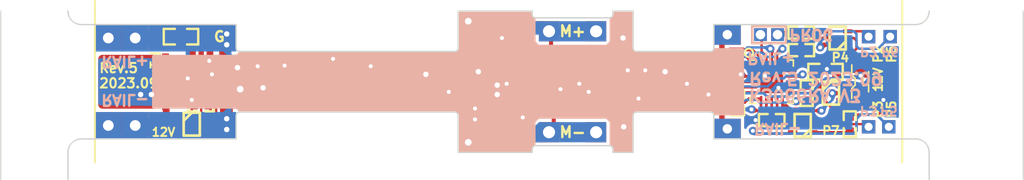
<source format=kicad_pcb>
(kicad_pcb (version 20221018) (generator pcbnew)
  (layers (0 "F.Cu" signal) (31 "B.Cu" signal) (34 "B.Paste" user) (35 "F.Paste" user) (36 "B.SilkS" user "B.Silkscreen") (37 "F.SilkS" user "F.Silkscreen") (38 "B.Mask" user) (39 "F.Mask" user) (44 "Edge.Cuts" user))
  (net 0 "")
  (net 1 "MOTOR+")
  (net 2 "MOTOR-")
  (net 3 "RAIL+")
  (net 4 "RAIL-")
  (net 5 "+12V")
  (net 6 "GND")
  (net 7 "+5V")
  (net 8 "Net-(D3-Pad1)")
  (net 9 "Net-(D11-Pad1)")
  (net 10 "Net-(D12-Pad1)")
  (net 11 "Net-(J12-Pad1)")
  (net 12 "Net-(J14-Pad1)")
  (net 13 "Net-(J16-Pad1)")
  (net 14 "Net-(J18-Pad1)")
  (net 15 "UPDI")
  (net 16 "REV")
  (net 17 "Net-(Q1-Pad3)")
  (net 18 "Net-(Q2-Pad3)")
  (net 19 "FWD")
  (net 20 "Net-(Q3-Pad2)")
  (net 21 "Net-(Q3-Pad1)")
  (net 22 "Net-(Q6-Pad3)")
  (net 23 "Net-(Q11-Pad2)")
  (net 24 "Net-(Q13-Pad1)")
  (net 25 "Net-(Q13-Pad4)")
  (net 26 "Net-(Q14-Pad4)")
  (net 27 "Net-(Q14-Pad1)")
  (net 28 "Net-(Q21-Pad3)")
  (net 29 "ABC+")
  (net 30 "ABC-")
  (net 31 "Net-(R1-Pad2)")
  (net 32 "PWM")
  (net 33 "BEMF")
  (net 34 "TXD")
  (net 35 "Func1")
  (net 36 "Func2")
  (net 37 "Func3")
  (net 38 "Func4")
  (net 39 "Func7")
  (net 40 "Func5")
  (net 41 "Func6")
  (net 42 "Net-(Q3-Pad4)")
  (net 43 "Net-(Q6-Pad2)")
  (net 44 "Net-(Q6-Pad5)")
  (net 45 "Net-(Q21-Pad6)")
  (net 46 "Net-(Q21-Pad5)")
  (net 47 "Net-(Q21-Pad2)")
  (net 48 "Net-(Q22-Pad2)")
  (net 49 "Net-(Q22-Pad5)")
  (net 50 "Net-(J19-Pad1)")
  (net 51 "Net-(Q12-Pad1)")
  (net 52 "VRAIL+")
  (net 53 "VRAIL-")
  (net 54 "Net-(R10-Pad1)")
  (net 55 "DIR_JP")
  (net 56 "Net-(R18-Pad1)")
  (net 57 "Net-(Q8-Pad5)")
  (footprint "footprint:PAD_1.0x1.8_SMD" (layer "F.Cu") (at 177.2 48.85)
    (fp_text reference "J11" hide)
    (fp_text value "PAD" hide)
  )
  (footprint "footprint:KATO_MOTORPAD_3066" (layer "F.Cu") (at 153.5 45.25)
    (fp_text reference "P5" hide)
    (fp_text value "PAD" hide)
  )
  (footprint "footprint:KATO_MOTORPAD_3066" (layer "F.Cu") (at 153.5 52.75)
    (fp_text reference "P6" hide)
    (fp_text value "PAD" hide)
  )
  (footprint "footprint:PAD_PROG_2PIN_HOLE0.7" (layer "F.Cu") (at 168.1 45.5)
    (fp_text reference "P9" hide)
    (fp_text value "PROG" hide)
  )
  (footprint "footprint:SOT-23-6" (layer "F.Cu") (at 147.5 45.75)
    (fp_text reference "Q1" hide)
    (fp_text value "DMG6601LVT" hide)
  )
  (footprint "footprint:SOT-23-6" (layer "F.Cu") (at 148.75 52.25 180)
    (fp_text reference "Q2" hide)
    (fp_text value "DMG6601LVT" hide)
  )
  (footprint "footprint:SOT-666-nomark" (layer "F.Cu") (at 150.3 48.35)
    (fp_text reference "Q3" hide)
    (fp_text value "PMBT3904VS" hide)
  )
  (footprint "footprint:SOT-666-nomark" (layer "F.Cu") (at 154.8 50.55)
    (fp_text reference "Q6" hide)
    (fp_text value "PMBT3906VS" hide)
  )
  (footprint "footprint:SOT-666-nomark" (layer "F.Cu") (at 134 49.85 90)
    (fp_text reference "Q21" hide)
    (fp_text value "PMBT3906VS" hide)
  )
  (footprint "footprint:R_1608_v2" (layer "F.Cu") (at 172.3 48.25)
    (fp_text reference "R22" hide)
    (fp_text value "151" hide)
  )
  (footprint "footprint:R_1005" (layer "F.Cu") (at 135.5 48.65 90)
    (fp_text reference "R32" hide)
    (fp_text value "103" hide)
  )
  (footprint "footprint:R_1005" (layer "F.Cu") (at 139.4 48.25 -90)
    (fp_text reference "R34" hide)
    (fp_text value "103" hide)
  )
  (footprint "footprint:R_1005" (layer "F.Cu") (at 139 49.65)
    (fp_text reference "R37" hide)
    (fp_text value "472" hide)
  )
  (footprint "footprint:R_1005" (layer "F.Cu") (at 139 50.65 180)
    (fp_text reference "R38" hide)
    (fp_text value "103" hide)
  )
  (footprint "footprint:R_1005" (layer "F.Cu") (at 154.4 47.15)
    (fp_text reference "R8" hide)
    (fp_text value "102" hide)
  )
  (footprint "footprint:KATO_FRAMEPAD_3066_2" (layer "F.Cu") (at 165 45.5)
    (fp_text reference "P2" hide)
    (fp_text value "PAD")
  )
  (footprint "footprint:KATO_FRAMEPAD_3066_2" (layer "F.Cu") (at 165 52.5)
    (fp_text reference "P4" hide)
    (fp_text value "PAD")
  )
  (footprint "footprint:C_1005_v2" (layer "F.Cu") (at 130.7 48.05 90)
    (fp_text reference "C1" hide)
    (fp_text value "104" hide)
  )
  (footprint "footprint:C_1005_v2" (layer "F.Cu") (at 162.8 48.75 90)
    (fp_text reference "C5" hide)
    (fp_text value "104" hide)
  )
  (footprint "footprint:C_1005_v2" (layer "F.Cu") (at 152 48.35 -90)
    (fp_text reference "C7" hide)
    (fp_text value "182" hide)
  )
  (footprint "footprint:C_1005_v2" (layer "F.Cu") (at 137.7 48.45 90)
    (fp_text reference "C11" hide)
    (fp_text value "105" hide)
  )
  (footprint "footprint:C_1005_v2" (layer "F.Cu") (at 132.6 48.05 90)
    (fp_text reference "C12" hide)
    (fp_text value "105" hide)
  )
  (footprint "footprint:UMD2" (layer "F.Cu") (at 142.7 48.45 -90)
    (fp_text reference "D3" hide)
    (fp_text value "UDZV5.6B" hide)
  )
  (footprint "footprint:SC-70_v2" (layer "F.Cu") (at 146.2 49.5 -90)
    (fp_text reference "Q5" hide)
    (fp_text value "2SC4116" hide)
  )
  (footprint "footprint:C_1608" (layer "F.Cu") (at 159.6 49.25 90)
    (fp_text reference "C3" hide)
    (fp_text value "226" hide)
  )
  (footprint "footprint:SOT-666-nomark" (layer "F.Cu") (at 173.2 45.75 180)
    (fp_text reference "Q14" hide)
    (fp_text value "SSM6N7002BFE" hide)
  )
  (footprint "footprint:R_1005" (layer "F.Cu") (at 174.1 52.15 90)
    (fp_text reference "R23" hide)
    (fp_text value "472" hide)
  )
  (footprint "footprint:R_1005" (layer "F.Cu") (at 168.3 51.85 180)
    (fp_text reference "R24" hide)
    (fp_text value "472" hide)
  )
  (footprint "footprint:R_1005" (layer "F.Cu") (at 170.5 45.35 180)
    (fp_text reference "R26" hide)
    (fp_text value "472" hide)
  )
  (footprint "footprint:PAD_1.0x1.0_Hole0.6" (layer "F.Cu") (at 177 52.35 90)
    (fp_text reference "J12" hide)
    (fp_text value "PAD" hide)
  )
  (footprint "footprint:PAD_1.0x1.0_Hole0.6" (layer "F.Cu") (at 175.5 52.35 90)
    (fp_text reference "J14" hide)
    (fp_text value "PAD" hide)
  )
  (footprint "footprint:PAD_1.0x1.0_Hole0.6" (layer "F.Cu") (at 177.1 45.65 -90)
    (fp_text reference "J16" hide)
    (fp_text value "PAD" hide)
  )
  (footprint "footprint:PAD_1.0x1.0_Hole0.6" (layer "F.Cu") (at 175.5 45.65)
    (fp_text reference "J18" hide)
    (fp_text value "PAD" hide)
  )
  (footprint "footprint:R_1005" (layer "F.Cu") (at 164.6 50.45 90)
    (fp_text reference "R2" hide)
    (fp_text value "104" hide)
  )
  (footprint "footprint:SOT-666-nomark" (layer "F.Cu") (at 172.7 49.85)
    (fp_text reference "Q12" hide)
    (fp_text value "SSM6N7002BFE" hide)
  )
  (footprint "footprint:SOT-666-nomark" (layer "F.Cu") (at 170.6 52.25 180)
    (fp_text reference "Q13" hide)
    (fp_text value "SSM6N7002BFE" hide)
  )
  (footprint "footprint:R_1005" (layer "F.Cu") (at 170.9 49.85 90)
    (fp_text reference "R13" hide)
    (fp_text value "103" hide)
  )
  (footprint "footprint:R_1005" (layer "F.Cu") (at 170.5 46.65 180)
    (fp_text reference "R25" hide)
    (fp_text value "472" hide)
  )
  (footprint "footprint:PAD_0.6x1.0_SMD" (layer "F.Cu") (at 172.9 51.55)
    (fp_text reference "J19" hide)
    (fp_text value "PAD" hide)
  )
  (footprint "footprint:CP_1608" (layer "F.Cu") (at 161.1 49.25 90)
    (fp_text reference "C4" hide)
    (fp_text value "476" hide)
  )
  (footprint "footprint:KATO_FRAMEPAD_3066_v2" (layer "F.Cu") (at 120 45.75 180)
    (fp_text reference "P1" hide)
    (fp_text value "PAD" hide)
  )
  (footprint "footprint:KATO_FRAMEPAD_3066_v2" (layer "F.Cu") (at 120 52.25 180)
    (fp_text reference "P3" hide)
    (fp_text value "PAD" hide)
  )
  (footprint "footprint:EMD2_small" (layer "F.Cu") (at 136.6 48.25 -90)
    (fp_text reference "D21" hide)
    (fp_text value "BAT43XV2" hide)
  )
  (footprint "footprint:PAD_0.6x1.0_SMD" (layer "F.Cu") (at 162.3 50.15 90)
    (fp_text reference "P10" hide)
    (fp_text value "PAD" hide)
  )
  (footprint "footprint:R_1005" (layer "F.Cu") (at 131.65 48.05 90)
    (fp_text reference "R36" hide)
    (fp_text value "103" hide)
  )
  (footprint "footprint:SOT-666-nomark" (layer "F.Cu") (at 140.9 49.45 -90)
    (fp_text reference "Q22" hide)
    (fp_text value "SSM6N7002BFE" hide)
  )
  (footprint "footprint:PAD_0.6x1.0_SMD" (layer "F.Cu") (at 126.5 45.55 180)
    (fp_text reference "P8" hide)
    (fp_text value "PAD" hide)
  )
  (footprint "footprint:R_1005" (layer "F.Cu") (at 164.7 48.35 180)
    (fp_text reference "R17" hide)
    (fp_text value "104" hide)
  )
  (footprint "footprint:R_1005" (layer "F.Cu") (at 165.8 50.55 -90)
    (fp_text reference "R18" hide)
    (fp_text value "104" hide)
  )
  (footprint "footprint:R_1005" (layer "F.Cu") (at 165.1 47.15)
    (fp_text reference "R1" hide)
    (fp_text value "104" hide)
  )
  (footprint "footprint:PAD_0.7x0.9_SMD" (layer "F.Cu") (at 158.25 48.25 90)
    (fp_text reference "P11" hide)
    (fp_text value "PAD" hide)
  )
  (footprint "footprint:SC-70_v2" (layer "F.Cu") (at 125.9 48.05 180)
    (fp_text reference "Q11" hide)
    (fp_text value "SSM3K7002BFU" hide)
  )
  (footprint "footprint:R_1005" (layer "F.Cu") (at 152.4 46.85 180)
    (fp_text reference "R9" hide)
    (fp_text value "103" hide)
  )
  (footprint "footprint:R_1005" (layer "F.Cu") (at 153 48.25 -90)
    (fp_text reference "R10" hide)
    (fp_text value "103" hide)
  )
  (footprint "footprint:R_1005" (layer "F.Cu") (at 155.8 47.35 -90)
    (fp_text reference "R16" hide)
    (fp_text value "103" hide)
  )
  (footprint "footprint:R_1005" (layer "F.Cu") (at 156.8 47.35 90)
    (fp_text reference "R11" hide)
    (fp_text value "102" hide)
  )
  (footprint "footprint:R_1005" (layer "F.Cu") (at 154.4 48.15 180)
    (fp_text reference "R7" hide)
    (fp_text value "102" hide)
  )
  (footprint "footprint:R_1005" (layer "F.Cu") (at 148 48.25)
    (fp_text reference "R3" hide)
    (fp_text value "102" hide)
  )
  (footprint "footprint:R_1005" (layer "F.Cu") (at 149.3 49.85)
    (fp_text reference "R4" hide)
    (fp_text value "102" hide)
  )
  (footprint "footprint:R_1005" (layer "F.Cu") (at 149.7 46.35 90)
    (fp_text reference "R5" hide)
    (fp_text value "331" hide)
  )
  (footprint "footprint:R_1005" (layer "F.Cu") (at 150.9 50.35 -90)
    (fp_text reference "R6" hide)
    (fp_text value "331" hide)
  )
  (footprint "footprint:R_1608_v2" (layer "F.Cu") (at 156.7 50.3 90)
    (fp_text reference "R14" hide)
    (fp_text value "220" hide)
  )
  (footprint "footprint:R_1005" (layer "F.Cu") (at 144.1 48.65 90)
    (fp_text reference "R12" hide)
    (fp_text value "472" hide)
  )
  (footprint "footprint:R_1005" (layer "F.Cu") (at 136.9 50.15)
    (fp_text reference "R31" hide)
    (fp_text value "102" hide)
  )
  (footprint "footprint:R_1005" (layer "F.Cu") (at 132 49.45 180)
    (fp_text reference "R35" hide)
    (fp_text value "102" hide)
  )
  (footprint "footprint:R_1005" (layer "F.Cu") (at 125.9 50.75)
    (fp_text reference "R15" hide)
    (fp_text value "682" hide)
  )
  (footprint "footprint:SOT-143" (layer "F.Cu") (at 128.6 48.65 180)
    (fp_text reference "D1" hide)
    (fp_text value "BAS3007" hide)
  )
  (footprint "footprint:SOT-666-nomark" (layer "F.Cu") (at 125.2 52.15)
    (fp_text reference "Q8" hide)
    (fp_text value "PMBT3904VS" hide)
  )
  (footprint "footprint:EMD2" (layer "F.Cu") (at 131.6 50.55)
    (fp_text reference "D22" hide)
    (fp_text value "BAT43XV2" hide)
  )
  (footprint "footprint:R_1608_v2" (layer "F.Cu") (at 124.4 45.65)
    (fp_text reference "R21" hide)
    (fp_text value "151" hide)
  )
  (footprint "footprint:R_1005" (layer "F.Cu") (at 134 47.85)
    (fp_text reference "R33" hide)
    (fp_text value "472" hide)
  )
  (footprint "footprint:VQFN-20-1EP_3x3mm_P0.4mm_EP1.7x1.7mm" (layer "F.Cu") (at 168.3 49)
    (fp_text reference "U2" hide)
    (fp_text value "ATtiny1606-M" hide)
  )
  (footprint "footprint:PAD_0.7x0.9_SMD" (layer "F.Cu") (at 123.2 51.95 -90)
    (fp_text reference "P7" hide)
    (fp_text value "PAD" hide)
  )
  (footprint "footprint:LED_1224_1005_SIDE_BIG2" (layer "F.Cu") (at 123 49 -90)
    (fp_text reference "D11" hide)
    (fp_text value "LED" hide)
  )
  (footprint "footprint:LED_1224_1005_SIDE_BIG2" (layer "F.Cu") (at 175.5 49 90)
    (fp_text reference "D12" hide)
    (fp_text value "LED" hide)
  )
  (footprint "footprint:PAD_0.6x1.0_SMD" (layer "F.Cu") (at 144 50.15 90)
    (fp_text reference "J13" hide)
    (fp_text value "PAD" hide)
  )
  (footprint "footprint:HOLE_MASK_LOCK" (layer "F.Cu") (at 114.5 49)
    (fp_text reference "REF**" hide)
    (fp_text value "HOLE_MASK_LOCK" hide)
  )
  (footprint "" (layer "F.Cu") (at 181.5 49)
    (fp_text reference "")
    (fp_text value "")
  )
  (gr_line (start 158.55 50.5) (end 159.05 50.5) (stroke (width 0.15)) (layer "F.SilkS"))
  (gr_line (start 158.8 50.25) (end 158.8 50.75) (stroke (width 0.15)) (layer "F.SilkS"))
  (gr_circle (center 166.6 46.85) (end 166.9 46.95) (stroke (width 0.15)) (fill none) (layer "F.SilkS"))
  (gr_line (start 118 43) (end 118 55) (stroke (width 0.15)) (layer "F.SilkS"))
  (gr_line (start 178 43) (end 178 55) (stroke (width 0.15)) (layer "F.SilkS"))
  (gr_line (start 145 51.5) (end 145 53.25) (stroke (width 0.1)) (layer "Edge.Cuts"))
  (gr_line (start 145 46.5) (end 145 44.75) (stroke (width 0.1)) (layer "Edge.Cuts"))
  (gr_line (start 128.75 51.25) (end 144.75 51.25) (stroke (width 0.1)) (layer "Edge.Cuts"))
  (gr_arc (start 158 51.5) (mid 158.073223 51.323223) (end 158.25 51.25) (stroke (width 0.1)) (layer "Edge.Cuts"))
  (gr_line (start 111 43.75) (end 111 56.25) (stroke (width 0.1)) (layer "Edge.Cuts"))
  (gr_arc (start 180 43.75) (mid 179.707107 44.457107) (end 179 44.75) (stroke (width 0.1)) (layer "Edge.Cuts"))
  (gr_arc (start 128.75 46.75) (mid 128.573223 46.676777) (end 128.5 46.5) (stroke (width 0.1)) (layer "Edge.Cuts"))
  (gr_line (start 158 43.75) (end 156.5 43.75) (stroke (width 0.1)) (layer "Edge.Cuts"))
  (gr_line (start 128.5 44.75) (end 118 44.75) (stroke (width 0.1)) (layer "Edge.Cuts"))
  (gr_line (start 118 44.75) (end 117 44.75) (stroke (width 0.1)) (layer "Edge.Cuts"))
  (gr_arc (start 156.25 53.75) (mid 156.426777 53.823223) (end 156.5 54) (stroke (width 0.1)) (layer "Edge.Cuts"))
  (gr_line (start 178 44.75) (end 164 44.75) (stroke (width 0.1)) (layer "Edge.Cuts"))
  (gr_line (start 156.25 53.75) (end 150.75 53.75) (stroke (width 0.1)) (layer "Edge.Cuts"))
  (gr_arc (start 144.75 51.25) (mid 144.926777 51.323223) (end 145 51.5) (stroke (width 0.1)) (layer "Edge.Cuts"))
  (gr_arc (start 163.75 51.25) (mid 163.926777 51.323223) (end 164 51.5) (stroke (width 0.1)) (layer "Edge.Cuts"))
  (gr_line (start 164 46.5) (end 164 44.75) (stroke (width 0.1)) (layer "Edge.Cuts"))
  (gr_arc (start 128.5 51.5) (mid 128.573223 51.323223) (end 128.75 51.25) (stroke (width 0.1)) (layer "Edge.Cuts"))
  (gr_line (start 187 43.75) (end 187 56.25) (stroke (width 0.1)) (layer "Edge.Cuts"))
  (gr_line (start 128.75 46.75) (end 144.75 46.75) (stroke (width 0.1)) (layer "Edge.Cuts"))
  (gr_line (start 158 54.25) (end 156.5 54.25) (stroke (width 0.1)) (layer "Edge.Cuts"))
  (gr_line (start 150.5 44) (end 150.5 43.75) (stroke (width 0.1)) (layer "Edge.Cuts"))
  (gr_line (start 163.75 46.75) (end 158.25 46.75) (stroke (width 0.1)) (layer "Edge.Cuts"))
  (gr_line (start 156.25 44.25) (end 150.75 44.25) (stroke (width 0.1)) (layer "Edge.Cuts"))
  (gr_line (start 116 54.25) (end 116 56.25) (stroke (width 0.1)) (layer "Edge.Cuts"))
  (gr_arc (start 145 46.5) (mid 144.926777 46.676777) (end 144.75 46.75) (stroke (width 0.1)) (layer "Edge.Cuts"))
  (gr_line (start 156.5 44) (end 156.5 43.75) (stroke (width 0.1)) (layer "Edge.Cuts"))
  (gr_arc (start 158.25 46.75) (mid 158.073223 46.676777) (end 158 46.5) (stroke (width 0.1)) (layer "Edge.Cuts"))
  (gr_line (start 145 43.75) (end 145 44.75) (stroke (width 0.1)) (layer "Edge.Cuts"))
  (gr_arc (start 150.5 54) (mid 150.573223 53.823223) (end 150.75 53.75) (stroke (width 0.1)) (layer "Edge.Cuts"))
  (gr_line (start 163.75 51.25) (end 158.25 51.25) (stroke (width 0.1)) (layer "Edge.Cuts"))
  (gr_line (start 156.5 54) (end 156.5 54.25) (stroke (width 0.1)) (layer "Edge.Cuts"))
  (gr_arc (start 164 46.5) (mid 163.926777 46.676777) (end 163.75 46.75) (stroke (width 0.1)) (layer "Edge.Cuts"))
  (gr_line (start 178 53.25) (end 164 53.25) (stroke (width 0.1)) (layer "Edge.Cuts"))
  (gr_line (start 128.5 46.5) (end 128.5 44.75) (stroke (width 0.1)) (layer "Edge.Cuts"))
  (gr_arc (start 179 53.25) (mid 179.707107 53.542893) (end 180 54.25) (stroke (width 0.1)) (layer "Edge.Cuts"))
  (gr_arc (start 116 54.25) (mid 116.292893 53.542893) (end 117 53.25) (stroke (width 0.1)) (layer "Edge.Cuts"))
  (gr_line (start 158 46.5) (end 158 43.75) (stroke (width 0.1)) (layer "Edge.Cuts"))
  (gr_line (start 150.5 54) (end 150.5 54.25) (stroke (width 0.1)) (layer "Edge.Cuts"))
  (gr_arc (start 117 44.75) (mid 116.292893 44.457107) (end 116 43.75) (stroke (width 0.1)) (layer "Edge.Cuts"))
  (gr_line (start 128.5 53.25) (end 118 53.25) (stroke (width 0.1)) (layer "Edge.Cuts"))
  (gr_line (start 128.5 51.5) (end 128.5 53.25) (stroke (width 0.1)) (layer "Edge.Cuts"))
  (gr_line (start 150.5 54.25) (end 145 54.25) (stroke (width 0.1)) (layer "Edge.Cuts"))
  (gr_line (start 150.5 43.75) (end 145 43.75) (stroke (width 0.1)) (layer "Edge.Cuts"))
  (gr_arc (start 150.75 44.25) (mid 150.573223 44.176777) (end 150.5 44) (stroke (width 0.1)) (layer "Edge.Cuts"))
  (gr_line (start 118 53.25) (end 117 53.25) (stroke (width 0.1)) (layer "Edge.Cuts"))
  (gr_arc (start 156.5 44) (mid 156.426777 44.176777) (end 156.25 44.25) (stroke (width 0.1)) (layer "Edge.Cuts"))
  (gr_line (start 145 54.25) (end 145 53.25) (stroke (width 0.1)) (layer "Edge.Cuts"))
  (gr_line (start 180 54.25) (end 180 56.25) (stroke (width 0.1)) (layer "Edge.Cuts"))
  (gr_line (start 164 53.25) (end 164 51.5) (stroke (width 0.1)) (layer "Edge.Cuts"))
  (gr_line (start 178 44.75) (end 179 44.75) (stroke (width 0.1)) (layer "Edge.Cuts"))
  (gr_line (start 158 51.5) (end 158 54.25) (stroke (width 0.1)) (layer "Edge.Cuts"))
  (gr_line (start 178 53.25) (end 179 53.25) (stroke (width 0.1)) (layer "Edge.Cuts"))
  (gr_text "RAIL+" (at 120.25 47.5 180) (layer "B.SilkS") (effects (font (size 0.8 0.8) (thickness 0.18)) (justify mirror)))
  (gr_text "RAIL-" (at 120.25 50.35 180) (layer "B.SilkS") (effects (font (size 0.8 0.8) (thickness 0.18)) (justify mirror)))
  (gr_text "RAIL+" (at 168.25 47.25 180) (layer "B.SilkS") (effects (font (size 0.8 0.8) (thickness 0.18)) (justify mirror)))
  (gr_text "RAIL-" (at 168.75 52.5 180) (layer "B.SilkS") (effects (font (size 0.8 0.8) (thickness 0.18)) (justify mirror)))
  (gr_text "K3066RA V3" (at 166.5 50 180) (layer "B.SilkS") (effects (font (size 0.9 0.9) (thickness 0.2)) (justify left mirror)))
  (gr_text "Rev.5 2023.09" (at 166.5 48.75 180) (layer "B.SilkS") (effects (font (size 0.9 0.9) (thickness 0.2)) (justify left mirror)))
  (gr_text "P2" (at 175.5 46.75 180) (layer "B.SilkS") (effects (font (size 0.65 0.65)) (justify mirror)))
  (gr_text "P6" (at 177.1 46.75 180) (layer "B.SilkS") (effects (font (size 0.65 0.65)) (justify mirror)))
  (gr_text "P3" (at 175.5 51.15 180) (layer "B.SilkS") (effects (font (size 0.65 0.65)) (justify mirror)))
  (gr_text "P5" (at 177 51.15 180) (layer "B.SilkS") (effects (font (size 0.65 0.65)) (justify mirror)))
  (gr_text "PROG" (at 171.25 45.5 180) (layer "B.SilkS") (effects (font (size 0.8 0.8) (thickness 0.2)) (justify mirror)))
  (gr_text "12V" (at 176.2 48.85 90) (layer "F.SilkS") (effects (font (size 0.65 0.65))))
  (gr_text "G" (at 127.25 45.65) (layer "F.SilkS") (effects (font (size 0.75 0.75) (thickness 0.18))))
  (gr_text "12V" (at 123.1 52.75) (layer "F.SilkS") (effects (font (size 0.62 0.62) (thickness 0.14))))
  (gr_text "P2" (at 176.2 46.95 90) (layer "F.SilkS") (effects (font (size 0.65 0.65))))
  (gr_text "P4" (at 173.4 47.2) (layer "F.SilkS") (effects (font (size 0.65 0.65))))
  (gr_text "P7" (at 172.7 52.65) (layer "F.SilkS") (effects (font (size 0.65 0.65))))
  (gr_text "P5" (at 177.2 51.05 90) (layer "F.SilkS") (effects (font (size 0.65 0.65))))
  (gr_text "5V" (at 163.4 50.75) (layer "F.SilkS") (effects (font (size 0.7 0.7) (thickness 0.17))))
  (gr_text "G" (at 158.2 49.25) (layer "F.SilkS") (effects (font (size 0.7 0.7) (thickness 0.17))))
  (gr_text "12V" (at 142.5 50.55) (layer "F.SilkS") (effects (font (size 0.62 0.62))))
  (gr_text "P3" (at 176.2 51.05 90) (layer "F.SilkS") (effects (font (size 0.65 0.65))))
  (gr_text "K3066RA V3" (at 157.4 47.35) (layer "F.SilkS") (effects (font (size 0.7 0.7) (thickness 0.17)) (justify left)))
  (gr_text "Rev.5\n2023.09" (at 118.25 48.55) (layer "F.SilkS") (effects (font (size 0.7 0.7)) (justify left)))
  (gr_text "M+" (at 153.5 45.25) (layer "F.SilkS") (effects (font (size 0.8 0.8) (thickness 0.18))))
  (gr_text "M-" (at 153.5 52.75) (layer "F.SilkS") (effects (font (size 0.8 0.8) (thickness 0.18))))
  (gr_text "12V" (at 152.3 50.55 -90) (layer "F.SilkS") (effects (font (size 0.62 0.62))))
  (gr_text "P6" (at 177.2 46.95 90) (layer "F.SilkS") (effects (font (size 0.65 0.65))))
  (gr_text "P1" (at 122.45 47.4 -90) (layer "F.SilkS") (effects (font (size 0.7 0.7))))
  (segment (start 154.25 45.25) (end 153.75 45.25) (width 0.5) (layer "F.Cu") (net 1))
  (segment (start 151.9 47.35) (end 151.9 45.4) (width 0.3) (layer "F.Cu") (net 1))
  (segment (start 152.75 45.25) (end 151.75 45.25) (width 0.5) (layer "F.Cu") (net 1))
  (segment (start 151.9 45.4) (end 151.75 45.25) (width 0.3) (layer "F.Cu") (net 1))
  (segment (start 151.875 46.85) (end 151.9 46.875) (width 0.3) (layer "F.Cu") (net 1))
  (segment (start 145.75 44.5) (end 146.5 44.5) (width 0.5) (layer "F.Cu") (net 1))
  (segment (start 148.65 44.75) (end 148.45 44.55) (width 0.5) (layer "F.Cu") (net 1))
  (segment (start 153 45.25) (end 152.75 45.25) (width 0.5) (layer "F.Cu") (net 1))
  (segment (start 145.8 44.55) (end 145.75 44.5) (width 0.4) (layer "F.Cu") (net 1))
  (segment (start 151.25 45.25) (end 151.75 45.25) (width 0.5) (layer "F.Cu") (net 1))
  (segment (start 151.75 45.25) (end 151.25 44.75) (width 0.5) (layer "F.Cu") (net 1))
  (segment (start 151.9 47.35) (end 151.9 47.7) (width 0.3) (layer "F.Cu") (net 1))
  (segment (start 153.25 45.25) (end 153 45.25) (width 0.5) (layer "F.Cu") (net 1))
  (segment (start 150.3 44.75) (end 148.65 44.75) (width 0.5) (layer "F.Cu") (net 1))
  (segment (start 155.25 45.25) (end 154.5 45.25) (width 0.5) (layer "F.Cu") (net 1))
  (segment (start 151.9 46.875) (end 151.9 47.35) (width 0.3) (layer "F.Cu") (net 1))
  (segment (start 155.75 45.75) (end 155.25 45.25) (width 0.3) (layer "F.Cu") (net 1))
  (segment (start 151.15 44.75) (end 150.3 44.75) (width 0.5) (layer "F.Cu") (net 1))
  (segment (start 146.5 44.5) (end 146.55 44.55) (width 0.5) (layer "F.Cu") (net 1))
  (segment (start 151.675 45.325) (end 151.75 45.25) (width 0.3) (layer "F.Cu") (net 1))
  (segment (start 154.75 45.75) (end 155.25 45.25) (width 0.3) (layer "F.Cu") (net 1))
  (segment (start 151.9 47.7) (end 152 47.8) (width 0.3) (layer "F.Cu") (net 1))
  (segment (start 153.75 45.25) (end 153.25 45.25) (width 0.5) (layer "F.Cu") (net 1))
  (segment (start 154.5 45.25) (end 154.25 45.25) (width 0.5) (layer "F.Cu") (net 1))
  (via (at 145.75 44.5) (size 1) (drill 0.5) (layers "F.Cu" "B.Cu") (net 1))
  (segment (start 153.5 45.25) (end 155.25 45.25) (width 0.5) (layer "B.Cu") (net 1))
  (segment (start 146 44.25) (end 149.5 44.25) (width 0.4) (layer "B.Cu") (net 1))
  (segment (start 149.5 44.25) (end 150.2 44.95) (width 0.4) (layer "B.Cu") (net 1))
  (segment (start 145.75 44.5) (end 146 44.25) (width 0.4) (layer "B.Cu") (net 1))
  (segment (start 151.45 44.95) (end 151.75 45.25) (width 0.4) (layer "B.Cu") (net 1))
  (segment (start 150.2 44.95) (end 151.45 44.95) (width 0.4) (layer "B.Cu") (net 1))
  (segment (start 151.25 44.75) (end 151.75 45.25) (width 0.4) (layer "B.Cu") (net 1))
  (segment (start 151.75 45.25) (end 153.5 45.25) (width 0.5) (layer "B.Cu") (net 1))
  (segment (start 155.5 52.5) (end 155.25 52.75) (width 0.3) (layer "F.Cu") (net 2))
  (segment (start 155.8 53.3) (end 155.25 52.75) (width 0.3) (layer "F.Cu") (net 2))
  (segment (start 151.8 50.05) (end 151.8 49.1) (width 0.3) (layer "F.Cu") (net 2))
  (segment (start 151.25 53.25) (end 149.9 53.25) (width 0.5) (layer "F.Cu") (net 2))
  (segment (start 153.4 52.75) (end 151.75 52.75) (width 0.5) (layer "F.Cu") (net 2))
  (segment (start 149.9 53.25) (end 149.7 53.45) (width 0.5) (layer "F.Cu") (net 2))
  (segment (start 151.75 52.75) (end 152 52.5) (width 0.3) (layer "F.Cu") (net 2))
  (segment (start 145.75 53.5) (end 147.75 53.5) (width 0.5) (layer "F.Cu") (net 2))
  (segment (start 152.9 48.875) (end 153 48.775) (width 0.3) (layer "F.Cu") (net 2))
  (segment (start 151.2 52.2) (end 151.75 52.75) (width 0.4) (layer "F.Cu") (net 2))
  (segment (start 151.75 52.75) (end 151.25 53.25) (width 0.5) (layer "F.Cu") (net 2))
  (segment (start 155.25 52.75) (end 155.75 53.25) (width 0.3) (layer "F.Cu") (net 2))
  (segment (start 155.25 52.75) (end 154.75 52.25) (width 0.4) (layer "F.Cu") (net 2))
  (segment (start 152 48.875) (end 152.9 48.875) (width 0.3) (layer "F.Cu") (net 2))
  (segment (start 155.25 52.75) (end 153.4 52.75) (width 0.5) (layer "F.Cu") (net 2))
  (segment (start 155.75 52.25) (end 155.25 52.75) (width 0.3) (layer "F.Cu") (net 2))
  (segment (start 151.5 52.5) (end 151.75 52.75) (width 0.4) (layer "F.Cu") (net 2))
  (segment (start 147.75 53.5) (end 147.8 53.45) (width 0.5) (layer "F.Cu") (net 2))
  (segment (start 151.75 52.75) (end 152.1 52.4) (width 0.3) (layer "F.Cu") (net 2))
  (segment (start 152.1 52.4) (end 152.1 50.35) (width 0.3) (layer "F.Cu") (net 2))
  (segment (start 151.8 49.1) (end 152 48.9) (width 0.3) (layer "F.Cu") (net 2))
  (segment (start 152.1 50.35) (end 151.8 50.05) (width 0.3) (layer "F.Cu") (net 2))
  (via (at 145.75 53.5) (size 1) (drill 0.5) (layers "F.Cu" "B.Cu") (net 2))
  (segment (start 151.3 53.25) (end 149.25 53.25) (width 0.3) (layer "B.Cu") (net 2))
  (segment (start 146 53.75) (end 145.75 53.5) (width 0.4) (layer "B.Cu") (net 2))
  (segment (start 149 53.5) (end 147.75 53.5) (width 0.3) (layer "B.Cu") (net 2))
  (segment (start 153.5 52.75) (end 151.25 52.75) (width 0.4) (layer "B.Cu") (net 2))
  (segment (start 151.75 52.75) (end 153.5 52.75) (width 0.4) (layer "B.Cu") (net 2))
  (segment (start 153.5 52.75) (end 155.25 52.75) (width 0.4) (layer "B.Cu") (net 2))
  (segment (start 147.75 53.5) (end 145.75 53.5) (width 0.3) (layer "B.Cu") (net 2))
  (segment (start 149.25 53.25) (end 149 53.5) (width 0.3) (layer "B.Cu") (net 2))
  (segment (start 125.3 49.75) (end 125.6 49.75) (width 0.18) (layer "F.Cu") (net 3))
  (segment (start 164.6 45.9) (end 165 45.5) (width 0.4) (layer "F.Cu") (net 3))
  (segment (start 127.8 46.25) (end 127.8 45.45) (width 0.5) (layer "F.Cu") (net 3))
  (segment (start 164.51499 47.11001) (end 157.850879 47.11001) (width 0.3) (layer "F.Cu") (net 3))
  (segment (start 121.25 45.5) (end 121 45.75) (width 0.5) (layer "F.Cu") (net 3))
  (segment (start 125.9 51.55) (end 125.9 50.05) (width 0.18) (layer "F.Cu") (net 3))
  (segment (start 164.6 47.025) (end 164.51499 47.11001) (width 0.3) (layer "F.Cu") (net 3))
  (segment (start 164.6 47.025) (end 164.6 45.9) (width 0.4) (layer "F.Cu") (net 3))
  (segment (start 125.9 50.05) (end 125.6 49.75) (width 0.18) (layer "F.Cu") (net 3))
  (segment (start 136.5 47.3) (end 136.6 47.4) (width 0.3) (layer "F.Cu") (net 3))
  (segment (start 127.5 47.45) (end 127.5 45.95) (width 0.5) (layer "F.Cu") (net 3))
  (segment (start 121 45.75) (end 121.5 45.25) (width 0.5) (layer "F.Cu") (net 3))
  (segment (start 121 45.75) (end 119 45.75) (width 0.5) (layer "F.Cu") (net 3))
  (segment (start 135.7 47.3) (end 136.5 47.3) (width 0.3) (layer "F.Cu") (net 3))
  (segment (start 157.495435 46.754565) (end 157.495435 46.354565) (width 0.3) (layer "F.Cu") (net 3))
  (segment (start 157.5 46.35) (end 157.5 46) (width 0.3) (layer "F.Cu") (net 3))
  (segment (start 157.5 46) (end 157.25 45.75) (width 0.3) (layer "F.Cu") (net 3))
  (segment (start 125.95 51.65) (end 125.95 51.6) (width 0.18) (layer "F.Cu") (net 3))
  (segment (start 124.9 48.75) (end 124.9 49.35) (width 0.18) (layer "F.Cu") (net 3))
  (segment (start 124.9 49.35) (end 125.3 49.75) (width 0.18) (layer "F.Cu") (net 3))
  (segment (start 157.850879 47.11001) (end 157.495435 46.754565) (width 0.3) (layer "F.Cu") (net 3))
  (segment (start 125.95 51.6) (end 125.9 51.55) (width 0.18) (layer "F.Cu") (net 3))
  (segment (start 157.495435 46.354565) (end 157.5 46.35) (width 0.3) (layer "F.Cu") (net 3))
  (via (at 127.8 45.45) (size 0.8) (drill 0.4) (layers "F.Cu" "B.Cu") (net 3))
  (via (at 127.8 46.25) (size 0.8) (drill 0.4) (layers "F.Cu" "B.Cu") (net 3))
  (via (at 157.25 45.75) (size 0.8) (drill 0.4) (layers "F.Cu" "B.Cu") (net 3))
  (via (at 135.7 47.3) (size 0.6) (drill 0.3) (layers "F.Cu" "B.Cu") (net 3))
  (via (at 124.9 48.75) (size 0.6) (drill 0.3) (layers "F.Cu" "B.Cu") (net 3))
  (segment (start 146 45.5) (end 145.5 46) (width 0.3) (layer "B.Cu") (net 3))
  (segment (start 145.5 46) (end 145.5 46.85) (width 0.3) (layer "B.Cu") (net 3))
  (segment (start 137.1 47.15) (end 136.890869 47.15) (width 0.3) (layer "B.Cu") (net 3))
  (segment (start 135.4 47.15) (end 128.15 47.15) (width 0.3) (layer "B.Cu") (net 3))
  (segment (start 124.9 48.75) (end 124.9 46.1) (width 0.3) (layer "B.Cu") (net 3))
  (segment (start 145.2 47.15) (end 137.6 47.15) (width 0.3) (layer "B.Cu") (net 3))
  (segment (start 147.25 45.5) (end 146 45.5) (width 0.3) (layer "B.Cu") (net 3))
  (segment (start 137.1 47.15) (end 136 47.15) (width 0.3) (layer "B.Cu") (net 3))
  (segment (start 124.9 46.1) (end 125.25 45.75) (width 0.3) (layer "B.Cu") (net 3))
  (segment (start 135.7 47.3) (end 135.55 47.3) (width 0.2) (layer "B.Cu") (net 3))
  (segment (start 156.55 46.45) (end 150.7 46.45) (width 0.3) (layer "B.Cu") (net 3))
  (segment (start 157.25 45.75) (end 156.55 46.45) (width 0.3) (layer "B.Cu") (net 3))
  (segment (start 145.5 46.85) (end 145.2 47.15) (width 0.3) (layer "B.Cu") (net 3))
  (segment (start 135.5 47.3) (end 135.35 47.15) (width 0.2) (layer "B.Cu") (net 3))
  (segment (start 125.5 45.75) (end 127.490869 45.75) (width 0.3) (layer "B.Cu") (net 3))
  (segment (start 137.6 47.15) (end 137.1 47.15) (width 0.3) (layer "B.Cu") (net 3))
  (segment (start 128 47) (end 128 46.75) (width 0.3) (layer "B.Cu") (net 3))
  (segment (start 128.15 47.15) (end 128.125 47.125) (width 0.3) (layer "B.Cu") (net 3))
  (segment (start 147.75 45) (end 147.25 45.5) (width 0.3) (layer "B.Cu") (net 3))
  (segment (start 121 45.75) (end 125.5 45.75) (width 0.5) (layer "B.Cu") (net 3))
  (segment (start 135.7 47.3) (end 135.85 47.3) (width 0.2) (layer "B.Cu") (net 3))
  (segment (start 126.75 45.75) (end 128.125 47.125) (width 0.3) (layer "B.Cu") (net 3))
  (segment (start 136 47.15) (end 135.4 47.15) (width 0.3) (layer "B.Cu") (net 3))
  (segment (start 149.25 45) (end 147.75 45) (width 0.3) (layer "B.Cu") (net 3))
  (segment (start 150.7 46.45) (end 149.25 45) (width 0.3) (layer "B.Cu") (net 3))
  (segment (start 135.9 47.3) (end 136.05 47.15) (width 0.2) (layer "B.Cu") (net 3))
  (segment (start 130.4 50.85) (end 127.9 50.85) (width 0.2) (layer "F.Cu") (net 4))
  (segment (start 121 52.5) (end 121.25 52.75) (width 0.5) (layer "F.Cu") (net 4))
  (segment (start 121.3 52.55) (end 121 52.25) (width 0.5) (layer "F.Cu") (net 4))
  (segment (start 157.6 51.4) (end 157.6 52.05) (width 0.3) (layer "F.Cu") (net 4))
  (segment (start 157.850879 50.88999) (end 157.6 51.140869) (width 0.3) (layer "F.Cu") (net 4))
  (segment (start 164.6 52.1) (end 165 52.5) (width 0.4) (layer "F.Cu") (net 4))
  (segment (start 164.6 50.975) (end 164.51499 50.88999) (width 0.3) (layer "F.Cu") (net 4))
  (segment (start 121 52.25) (end 121.25 52.5) (width 0.5) (layer "F.Cu") (net 4))
  (segment (start 164.51499 50.88999) (end 157.850879 50.88999) (width 0.3) (layer "F.Cu") (net 4))
  (segment (start 127.8 51.15) (end 127.8 50.75) (width 0.5) (layer "F.Cu") (net 4))
  (segment (start 124.45 52.65) (end 124.3 52.65) (width 0.2) (layer "F.Cu") (net 4))
  (segment (start 164.425 51.075) (end 164.7 51.075) (width 0.3) (layer "F.Cu") (net 4))
  (segment (start 127.8 51.75) (end 127.8 52.55) (width 0.5) (layer "F.Cu") (net 4))
  (segment (start 127.6 49.65) (end 127.6 50.55) (width 0.5) (layer "F.Cu") (net 4))
  (segment (start 121 52.25) (end 119 52.25) (width 0.5) (layer "F.Cu") (net 4))
  (segment (start 127.8 51.75) (end 127.8 51.15) (width 0.5) (layer "F.Cu") (net 4))
  (segment (start 127.7 49.65) (end 127.5 49.45) (width 0.5) (layer "F.Cu") (net 4))
  (segment (start 164.6 51.05) (end 164.6 52.175) (width 0.4) (layer "F.Cu") (net 4))
  (segment (start 157.6 51.15) (end 157.6 51.4) (width 0.3) (layer "F.Cu") (net 4))
  (segment (start 121 52.25) (end 121 52.5) (width 0.5) (layer "F.Cu") (net 4))
  (segment (start 121.4 52.65) (end 121 52.25) (width 0.2) (layer "F.Cu") (net 4))
  (segment (start 127.9 50.85) (end 127.8 50.75) (width 0.2) (layer "F.Cu") (net 4))
  (segment (start 121.6 52.85) (end 121 52.25) (width 0.2) (layer "F.Cu") (net 4))
  (segment (start 127.6 50.55) (end 127.8 50.75) (width 0.5) (layer "F.Cu") (net 4))
  (segment (start 157.6 52.05) (end 157.3 52.35) (width 0.3) (layer "F.Cu") (net 4))
  (segment (start 157.495435 52.004565) (end 157.25 52.25) (width 0.3) (layer "F.Cu") (net 4))
  (segment (start 124.1 52.85) (end 121.6 52.85) (width 0.2) (layer "F.Cu") (net 4))
  (segment (start 130.7 50.55) (end 130.4 50.85) (width 0.2) (layer "F.Cu") (net 4))
  (segment (start 157.6 51.140869) (end 157.6 51.4) (width 0.3) (layer "F.Cu") (net 4))
  (segment (start 124.3 52.65) (end 124.1 52.85) (width 0.2) (layer "F.Cu") (net 4))
  (via (at 127.8 52.55) (size 0.8) (drill 0.4) (layers "F.Cu" "B.Cu") (net 4))
  (via (at 127.8 51.75) (size 0.8) (drill 0.4) (layers "F.Cu" "B.Cu") (net 4))
  (via (at 157.3 52.35) (size 0.8) (drill 0.4) (layers "F.Cu" "B.Cu") (net 4))
  (segment (start 128.15 50.85) (end 145.15 50.85) (width 0.3) (layer "B.Cu") (net 4))
  (segment (start 121 52.25) (end 125.5 52.25) (width 0.5) (layer "B.Cu") (net 4))
  (segment (start 126.75 52.25) (end 128.15 50.85) (width 0.3) (layer "B.Cu") (net 4))
  (segment (start 145.15 50.85) (end 145.5 51.2) (width 0.3) (layer "B.Cu") (net 4))
  (segment (start 145.5 52.25) (end 145.725 52.475) (width 0.3) (layer "B.Cu") (net 4))
  (segment (start 128 51) (end 128 51.25) (width 0.3) (layer "B.Cu") (net 4))
  (segment (start 150.15 52.35) (end 146.9 52.35) (width 0.3) (layer "B.Cu") (net 4))
  (segment (start 145.5 51.2) (end 145.5 52.25) (width 0.3) (layer "B.Cu") (net 4))
  (segment (start 146.7 52.55) (end 145.8 52.55) (width 0.3) (layer "B.Cu") (net 4))
  (segment (start 150.75 51.5) (end 150.5 51.75) (width 0.3) (layer "B.Cu") (net 4))
  (segment (start 145.8 52.55) (end 145.725 52.475) (width 0.3) (layer "B.Cu") (net 4))
  (segment (start 150.5 52) (end 150.15 52.35) (width 0.3) (layer "B.Cu") (net 4))
  (segment (start 146.9 52.35) (end 146.7 52.55) (width 0.3) (layer "B.Cu") (net 4))
  (segment (start 157.3 52.35) (end 156.45 51.5) (width 0.3) (layer "B.Cu") (net 4))
  (segment (start 125.5 52.25) (end 127.25 52.25) (width 0.3) (layer "B.Cu") (net 4))
  (segment (start 156.45 51.5) (end 150.75 51.5) (width 0.3) (layer "B.Cu") (net 4))
  (segment (start 150.5 51.75) (end 150.5 52) (width 0.3) (layer "B.Cu") (net 4))
  (segment (start 174.9 47.725) (end 174.875 47.7) (width 0.25) (layer "F.Cu") (net 5))
  (segment (start 175.25 48.45) (end 175.25 47.825) (width 0.2) (layer "F.Cu") (net 5))
  (segment (start 123.55 50.475) (end 123.375 50.3) (width 0.3) (layer "F.Cu") (net 5))
  (segment (start 144.1 49.175) (end 144.1 50.05) (width 0.3) (layer "F.Cu") (net 5))
  (segment (start 123.375 50.3) (end 123.375 49.875) (width 0.4) (layer "F.Cu") (net 5))
  (segment (start 130.7 49.25) (end 130.5 49.45) (width 0.25) (layer "F.Cu") (net 5))
  (segment (start 123.3 50.6) (end 123.6 50.3) (width 0.5) (layer "F.Cu") (net 5))
  (segment (start 174.9 48.55) (end 174.9 47.725) (width 0.25) (layer "F.Cu") (net 5))
  (segment (start 174.9 48.55) (end 174.6 48.25) (width 0.2) (layer "F.Cu") (net 5))
  (segment (start 154 49.15) (end 153.64 49.51) (width 0.2) (layer "F.Cu") (net 5))
  (segment (start 147.5 49.5) (end 147.75 49.5) (width 0.4) (layer "F.Cu") (net 5))
  (segment (start 147.5 47.75) (end 147.5 48.25) (width 0.5) (layer "F.Cu") (net 5))
  (segment (start 123.425 50.25) (end 123.375 50.3) (width 0.4) (layer "F.Cu") (net 5))
  (segment (start 123.25 49.55) (end 123.25 50.175) (width 0.2) (layer "F.Cu") (net 5))
  (segment (start 175.075 47.75) (end 175.125 47.7) (width 0.2) (layer "F.Cu") (net 5))
  (segment (start 148 49.25) (end 148 49) (width 0.18) (layer "F.Cu") (net 5))
  (segment (start 175.175 47.7) (end 175.25 47.625) (width 0.17) (layer "F.Cu") (net 5))
  (segment (start 123.25 50.175) (end 123.375 50.3) (width 0.2) (layer "F.Cu") (net 5))
  (segment (start 148.75 49.825) (end 148.675 49.75) (width 0.5) (layer "F.Cu") (net 5))
  (segment (start 153.64 49.51) (end 153.34 49.51) (width 0.2) (layer "F.Cu") (net 5))
  (segment (start 175.25 47.825) (end 175.125 47.7) (width 0.2) (layer "F.Cu") (net 5))
  (segment (start 148.75 51.05) (end 148.75 49.825) (width 0.5) (layer "F.Cu") (net 5))
  (segment (start 146.95 49.5) (end 147.5 49.5) (width 0.4) (layer "F.Cu") (net 5))
  (segment (start 121.4 50.25) (end 122.2 50.25) (width 0.3) (layer "F.Cu") (net 5))
  (segment (start 175.25 48.45) (end 177 48.45) (width 0.3) (layer "F.Cu") (net 5))
  (segment (start 175.15 48.55) (end 175.25 48.45) (width 0.25) (layer "F.Cu") (net 5))
  (segment (start 153.34 49.51) (end 153.2 49.65) (width 0.2) (layer "F.Cu") (net 5))
  (segment (start 147.5 47.75) (end 147.5 48.65) (width 0.5) (layer "F.Cu") (net 5))
  (segment (start 153.2 49.65) (end 153.2 51.05) (width 0.2) (layer "F.Cu") (net 5))
  (segment (start 123.3 51.85) (end 123.3 50.6) (width 0.5) (layer "F.Cu") (net 5))
  (segment (start 123.325 50.25) (end 123.375 50.3) (width 0.5) (layer "F.Cu") (net 5))
  (segment (start 148.175 49.675) (end 148.175 49.75) (width 0.5) (layer "F.Cu") (net 5))
  (segment (start 148.675 49.75) (end 148 49.75) (width 0.5) (layer "F.Cu") (net 5))
  (segment (start 130.7 48.575) (end 130.7 49.25) (width 0.25) (layer "F.Cu") (net 5))
  (segment (start 177 48.45) (end 177.2 48.65) (width 0.3) (layer "F.Cu") (net 5))
  (segment (start 144.3 49.75) (end 144.3 49.375) (width 0.25) (layer "F.Cu") (net 5))
  (segment (start 147.5 48.65) (end 148 49.15) (width 0.5) (layer "F.Cu") (net 5))
  (segment (start 122.2 50.25) (end 123.325 50.25) (width 0.5) (layer "F.Cu") (net 5))
  (segment (start 175.125 47.875) (end 175.125 47.7) (width 0.2) (layer "F.Cu") (net 5))
  (segment (start 174.625 47.7) (end 175.175 47.7) (width 0.17) (layer "F.Cu") (net 5))
  (segment (start 174.9 48.55) (end 175.15 48.55) (width 0.25) (layer "F.Cu") (net 5))
  (segment (start 144.3 49.375) (end 144.1 49.175) (width 0.25) (layer "F.Cu") (net 5))
  (segment (start 144.1 50.05) (end 144 50.15) (width 0.3) (layer "F.Cu") (net 5))
  (segment (start 147.75 49.5) (end 148 49.25) (width 0.4) (layer "F.Cu") (net 5))
  (segment (start 147.5 46.95) (end 147.5 47.75) (width 0.5) (layer "F.Cu") (net 5))
  (segment (start 148.25 49.825) (end 148.175 49.75) (width 0.5) (layer "F.Cu") (net 5))
  (segment (start 147.75 49.5) (end 148 49.75) (width 0.4) (layer "F.Cu") (net 5))
  (segment (start 148 49.25) (end 148 49.75) (width 0.5) (layer "F.Cu") (net 5))
  (via (at 130.5 49.45) (size 0.8) (drill 0.4) (layers "F.Cu" "B.Cu") (net 5))
  (via (at 147.9 49.95) (size 0.8) (drill 0.4) (layers "F.Cu" "B.Cu") (net 5))
  (via (at 147.9 49.25) (size 0.8) (drill 0.4) (layers "F.Cu" "B.Cu") (net 5))
  (via (at 148.6 49.15) (size 0.6) (drill 0.3) (layers "F.Cu" "B.Cu") (net 5))
  (via (at 128.8 49.55) (size 1) (drill 0.5) (layers "F.Cu" "B.Cu") (net 5))
  (via (at 122.2 49.95) (size 0.8) (drill 0.4) (layers "F.Cu" "B.Cu") (net 5))
  (via (at 121.4 49.95) (size 0.8) (drill 0.4) (layers "F.Cu" "B.Cu") (net 5))
  (via (at 154 49.15) (size 0.6) (drill 0.3) (layers "F.Cu" "B.Cu") (net 5))
  (via (at 144.3 49.75) (size 0.6) (drill 0.3) (layers "F.Cu" "B.Cu") (net 5))
  (via (at 174.9 48.55) (size 0.6) (drill 0.3) (layers "F.Cu" "B.Cu") (net 5))
  (segment (start 172.3 48.75) (end 171.2 49.85) (width 0.2) (layer "B.Cu") (net 5))
  (segment (start 157.3 49.85) (end 155.8 49.85) (width 0.2) (layer "B.Cu") (net 5))
  (segment (start 128.75 50) (end 127.75 50) (width 0.2) (layer "B.Cu") (net 5))
  (segment (start 137.2 49.85) (end 133.7 49.85) (width 0.5) (layer "B.Cu") (net 5))
  (segment (start 153.8 49.15) (end 154 49.15) (width 0.2) (layer "B.Cu") (net 5))
  (segment (start 157.9 49.25) (end 157.3 49.85) (width 0.2) (layer "B.Cu") (net 5))
  (segment (start 148.9 49.35) (end 151.8 49.35) (width 0.2) (layer "B.Cu") (net 5))
  (segment (start 147.9 49.25) (end 148.8 49.25) (width 0.2) (layer "B.Cu") (net 5))
  (segment (start 137.2 49.85) (end 136.7 49.85) (width 0.5) (layer "B.Cu") (net 5))
  (segment (start 147.8 49.85) (end 137.2 49.85) (width 0.5) (layer "B.Cu") (net 5))
  (segment (start 164.6 49.85) (end 164.1 49.35) (width 0.2) (layer "B.Cu") (net 5))
  (segment (start 148.8 49.25) (end 148.9 49.35) (width 0.2) (layer "B.Cu") (net 5))
  (segment (start 174.8 48.65) (end 173.4 48.65) (width 0.2) (layer "B.Cu") (net 5))
  (segment (start 173.3 48.75) (end 172.3 48.75) (width 0.2) (layer "B.Cu") (net 5))
  (segment (start 148 49.55) (end 148.2 49.75) (width 0.2) (layer "B.Cu") (net 5))
  (segment (start 152.2 48.95) (end 153.6 48.95) (width 0.2) (layer "B.Cu") (net 5))
  (segment (start 133.7 49.85) (end 133.4 49.85) (width 0.5) (layer "B.Cu") (net 5))
  (segment (start 171.2 49.85) (end 169.7 49.85) (width 0.2) (layer "B.Cu") (net 5))
  (segment (start 151.8 49.35) (end 152.2 48.95) (width 0.2) (layer "B.Cu") (net 5))
  (segment (start 155.1 49.15) (end 154 49.15) (width 0.2) (layer "B.Cu") (net 5))
  (segment (start 167.7 49.85) (end 164.6 49.85) (width 0.2) (layer "B.Cu") (net 5))
  (segment (start 148 49.15) (end 148 49.55) (width 0.2) (layer "B.Cu") (net 5))
  (segment (start 174.9 48.55) (end 174.8 48.65) (width 0.2) (layer "B.Cu") (net 5))
  (segment (start 169.7 49.85) (end 169.45 50.1) (width 0.2) (layer "B.Cu") (net 5))
  (segment (start 169.45 50.1) (end 167.95 50.1) (width 0.2) (layer "B.Cu") (net 5))
  (segment (start 167.95 50.1) (end 167.7 49.85) (width 0.2) (layer "B.Cu") (net 5))
  (segment (start 162.5 49.75) (end 159.4 49.75) (width 0.2) (layer "B.Cu") (net 5))
  (segment (start 155.8 49.85) (end 155.1 49.15) (width 0.2) (layer "B.Cu") (net 5))
  (segment (start 153.6 48.95) (end 153.8 49.15) (width 0.2) (layer "B.Cu") (net 5))
  (segment (start 173.4 48.65) (end 173.3 48.75) (width 0.2) (layer "B.Cu") (net 5))
  (segment (start 147.5 49.75) (end 147.15 49.75) (width 0.5) (layer "B.Cu") (net 5))
  (segment (start 158.9 49.25) (end 157.9 49.25) (width 0.2) (layer "B.Cu") (net 5))
  (segment (start 159.4 49.75) (end 158.9 49.25) (width 0.2) (layer "B.Cu") (net 5))
  (segment (start 162.9 49.35) (end 162.5 49.75) (width 0.2) (layer "B.Cu") (net 5))
  (segment (start 147.5 49.75) (end 148.2 49.75) (width 0.5) (layer "B.Cu") (net 5))
  (segment (start 164.1 49.35) (end 162.9 49.35) (width 0.2) (layer "B.Cu") (net 5))
  (segment (start 147.9 49.95) (end 147.8 49.85) (width 0.5) (layer "B.Cu") (net 5))
  (segment (start 160.025 48.25) (end 159.25 48.25) (width 0.3) (layer "F.Cu") (net 6))
  (segment (start 164.275 48.35) (end 164.4 48.35) (width 0.2) (layer "F.Cu") (net 6))
  (segment (start 134.525 47.85) (end 135.225 47.85) (width 0.18) (layer "F.Cu") (net 6))
  (segment (start 168.5 49) (end 168.55 49) (width 0.2) (layer "F.Cu") (net 6))
  (segment (start 168.5 48.95) (end 168.1 48.55) (width 0.2) (layer "F.Cu") (net 6))
  (segment (start 145.5 47.25) (end 142.85 47.25) (width 0.5) (layer "F.Cu") (net 6))
  (segment (start 132.9 47.15) (end 134.5 47.15) (width 0.18) (layer "F.Cu") (net 6))
  (segment (start 145.75 48) (end 145.75 47.25) (width 0.4) (layer "F.Cu") (net 6))
  (segment (start 146.45 50.25) (end 146.2 50) (width 0.4) (layer "F.Cu") (net 6))
  (segment (start 166.611578 49) (end 166.601577 49.010001) (width 0.2) (layer "F.Cu") (net 6))
  (segment (start 126.8 52.65) (end 127 52.45) (width 0.2) (layer "F.Cu") (net 6))
  (segment (start 155.725 47.875) (end 155.7 47.875) (width 0.18) (layer "F.Cu") (net 6))
  (segment (start 137 48.05) (end 137.1 48.05) (width 0.18) (layer "F.Cu") (net 6))
  (segment (start 165.5 48.95) (end 164.4 48.95) (width 0.2) (layer "F.Cu") (net 6))
  (segment (start 173.7 51.15) (end 173.8 51.25) (width 0.18) (layer "F.Cu") (net 6))
  (segment (start 164.2 48.375) (end 164.175 48.35) (width 0.2) (layer "F.Cu") (net 6))
  (segment (start 148.75 53.45) (end 148.75 52.75) (width 0.4) (layer "F.Cu") (net 6))
  (segment (start 168.55 49) (end 169 49.45) (width 0.2) (layer "F.Cu") (net 6))
  (segment (start 168.885 45.35) (end 168.735 45.5) (width 0.25) (layer "F.Cu") (net 6))
  (segment (start 137.1 48.05) (end 137.55 48.05) (width 0.18) (layer "F.Cu") (net 6))
  (segment (start 145.5 47.25) (end 145.75 47.25) (width 0.4) (layer "F.Cu") (net 6))
  (segment (start 147.25 52.5) (end 147 52.25) (width 0.4) (layer "F.Cu") (net 6))
  (segment (start 140.5 49.45) (end 140.4 49.55) (width 0.2) (layer "F.Cu") (net 6))
  (segment (start 146 48.25) (end 145.75 48) (width 0.4) (layer "F.Cu") (net 6))
  (segment (start 140.4 49.55) (end 139.625 49.55) (width 0.2) (layer "F.Cu") (net 6))
  (segment (start 141.3 49.45) (end 140.5 49.45) (width 0.2) (layer "F.Cu") (net 6))
  (segment (start 161.5 48.25) (end 160.525 48.25) (width 0.3) (layer "F.Cu") (net 6))
  (segment (start 164.3 48.475) (end 164.175 48.35) (width 0.2) (layer "F.Cu") (net 6))
  (segment (start 163.5 48.425) (end 163.325 48.25) (width 0.3) (layer "F.Cu") (net 6))
  (segment (start 140.4 49.55) (end 140.4 50.2) (width 0.2) (layer "F.Cu") (net 6))
  (segment (start 155.375 47.45) (end 155.8 47.875) (width 0.18) (layer "F.Cu") (net 6))
  (segment (start 141.4 47.85) (end 141.4 47.45) (width 0.2) (layer "F.Cu") (net 6))
  (segment (start 126.9 48.45) (end 128.6 48.45) (width 0.2) (layer "F.Cu") (net 6))
  (segment (start 165.825 50.975) (end 165.7 50.975) (width 0.18) (layer "F.Cu") (net 6))
  (segment (start 167.05 49) (end 168.5 49) (width 0.18) (layer "F.Cu") (net 6))
  (segment (start 155 47.15) (end 154.925 47.15) (width 0.18) (layer "F.Cu") (net 6))
  (segment (start 131.625 47.5) (end 131.65 47.525) (width 0.18) (layer "F.Cu") (net 6))
  (segment (start 157.2 48.45) (end 156.3 48.45) (width 0.18) (layer "F.Cu") (net 6))
  (segment (start 172.4 48.05) (end 172.925 48.05) (width 0.3) (layer "F.Cu") (net 6))
  (segment (start 141.4 48.7) (end 141.4 49.35) (width 0.2) (layer "F.Cu") (net 6))
  (segment (start 141.05 47.1) (end 141.4 47.45) (width 0.18) (layer "F.Cu") (net 6))
  (segment (start 137.55 48.05) (end 137.7 47.9) (width 0.18) (layer "F.Cu") (net 6))
  (segment (start 163.425 48.35) (end 163.325 48.25) (width 0.25) (layer "F.Cu") (net 6))
  (segment (start 142.85 47.25) (end 142.7 47.4) (width 0.5) (layer "F.Cu") (net 6))
  (segment (start 139.625 49.55) (end 139.525 49.65) (width 0.2) (layer "F.Cu") (net 6))
  (segment (start 148.65 52.65) (end 148.5 52.5) (width 0.18) (layer "F.Cu") (net 6))
  (segment (start 174.1 51.525) (end 174.175 51.45) (width 0.2) (layer "F.Cu") (net 6))
  (segment (start 166.601577 49.010001) (end 165.560001 49.010001) (width 0.2) (layer "F.Cu") (net 6))
  (segment (start 176.2 51.45) (end 176.6 51.05) (width 0.2) (layer "F.Cu") (net 6))
  (segment (start 131.65 47.525) (end 132.575 47.525) (width 0.18) (layer "F.Cu") (net 6))
  (segment (start 167.05 49) (end 166.611578 49) (width 0.2) (layer "F.Cu") (net 6))
  (segment (start 167.1 51.85) (end 167.775 51.85) (width 0.5) (layer "F.Cu") (net 6))
  (segment (start 170.075 45.35) (end 170.075 46.45) (width 0.25) (layer "F.Cu") (net 6))
  (segment (start 174.175 51.45) (end 176.2 51.45) (width 0.2) (layer "F.Cu") (net 6))
  (segment (start 157.5 48.15) (end 157.2 48.45) (width 0.18) (layer "F.Cu") (net 6))
  (segment (start 146.5 50.25) (end 147 50.25) (width 0.25) (layer "F.Cu") (net 6))
  (segment (start 146.5 50.25) (end 146.25 50.25) (width 0.4) (layer "F.Cu") (net 6))
  (segment (start 166.6 51.75) (end 165.825 50.975) (width 0.18) (layer "F.Cu") (net 6))
  (segment (start 135.225 47.85) (end 135.5 48.125) (width 0.18) (layer "F.Cu") (net 6))
  (segment (start 127 50.35) (end 126.9 50.25) (width 0.2) (layer "F.Cu") (net 6))
  (segment (start 155.375 47.45) (end 155.3 47.45) (width 0.18) (layer "F.Cu") (net 6))
  (segment (start 128.6 48.45) (end 128.6 47.95) (width 0.2) (layer "F.Cu") (net 6))
  (segment (start 164.175 48.35) (end 163.425 48.35) (width 0.25) (layer "F.Cu") (net 6))
  (segment (start 172.925 48.05) (end 173.125 48.25) (width 0.3) (layer "F.Cu") (net 6))
  (segment (start 126.9 50.25) (end 126.7 50.05) (width 0.2) (layer "F.Cu") (net 6))
  (segment (start 146 45.5) (end 145.75 45.75) (width 0.4) (layer "F.Cu") (net 6))
  (segment (start 170.075 45.35) (end 168.885 45.35) (width 0.25) (layer "F.Cu") (net 6))
  (segment (start 126.9 50.25) (end 126.9 48.45) (width 0.2) (layer "F.Cu") (net 6))
  (segment (start 155.3 47.45) (end 155 47.15) (width 0.18) (layer "F.Cu") (net 6))
  (segment (start 127 52.45) (end 127 50.35) (width 0.2) (layer "F.Cu") (net 6))
  (segment (start 129.55 47.5) (end 129.4 47.65) (width 0.18) (layer "F.Cu") (net 6))
  (segment (start 135.575 48.05) (end 135.5 48.125) (width 0.18) (layer "F.Cu") (net 6))
  (segment (start 174.075 51.525) (end 174.1 51.525) (width 0.18) (layer "F.Cu") (net 6))
  (segment (start 137.1 48.05) (end 135.575 48.05) (width 0.18) (layer "F.Cu") (net 6))
  (segment (start 138.55 47.1) (end 141.05 47.1) (width 0.18) (layer "F.Cu") (net 6))
  (segment (start 158.9 48.15) (end 158.625 48.15) (width 0.3) (layer "F.Cu") (net 6))
  (segment (start 125.95 52.65) (end 126.8 52.65) (width 0.2) (layer "F.Cu") (net 6))
  (segment (start 137.7 47.15) (end 138.5 47.15) (width 0.18) (layer "F.Cu") (net 6))
  (segment (start 145.75 45.75) (end 145.75 47.25) (width 0.4) (layer "F.Cu") (net 6))
  (segment (start 164.4 48.95) (end 164.3 48.85) (width 0.2) (layer "F.Cu") (net 6))
  (segment (start 176.6 51.05) (end 176.6 50.35) (width 0.2) (layer "F.Cu") (net 6))
  (segment (start 147.5 45.5) (end 146 45.5) (width 0.4) (layer "F.Cu") (net 6))
  (segment (start 158.3 48.15) (end 157.5 48.15) (width 0.18) (layer "F.Cu") (net 6))
  (segment (start 146 47.75) (end 145.75 47.75) (width 0.25) (layer "F.Cu") (net 6))
  (segment (start 148.75 52.75) (end 148.5 52.5) (width 0.4) (layer "F.Cu") (net 6))
  (segment (start 134.525 47.85) (end 134.525 47.175) (width 0.18) (layer "F.Cu") (net 6))
  (segment (start 137.7 47.9) (end 137.7 47.15) (width 0.18) (layer "F.Cu") (net 6))
  (segment (start 147 52.25) (end 147 50.75) (width 0.4) (layer "F.Cu") (net 6))
  (segment (start 167 51.75) (end 166.6 51.75) (width 0.18) (layer "F.Cu") (net 6))
  (segment (start 163.325 48.25) (end 161.5 48.25) (width 0.3) (layer "F.Cu") (net 6))
  (segment (start 147.5 44.5) (end 147.5 45.45) (width 0.5) (layer "F.Cu") (net 6))
  (segment (start 132.575 47.525) (end 132.6 47.5) (width 0.18) (layer "F.Cu") (net 6))
  (segment (start 130.7 47.5) (end 129.55 47.5) (width 0.18) (layer "F.Cu") (net 6))
  (segment (start 130.7 47.5) (end 131.625 47.5) (width 0.18) (layer "F.Cu") (net 6))
  (segment (start 141.4 48.7) (end 141.4 47.85) (width 0.2) (layer "F.Cu") (net 6))
  (segment (start 164.3 48.35) (end 164.275 48.35) (width 0.2) (layer "F.Cu") (net 6))
  (segment (start 134.5 47.15) (end 134.525 47.175) (width 0.18) (layer "F.Cu") (net 6))
  (segment (start 174.075 51.525) (end 173.9 51.35) (width 0.18) (layer "F.Cu") (net 6))
  (segment (start 165.560001 49.010001) (end 165.5 48.95) (width 0.2) (layer "F.Cu") (net 6))
  (segment (start 173.8 51.25) (end 174.075 51.525) (width 0.18) (layer "F.Cu") (net 6))
  (segment (start 160.525 48.25) (end 160.3 48.475) (width 0.3) (layer "F.Cu") (net 6))
  (segment (start 167.1 51.85) (end 167 51.75) (width 0.18) (layer "F.Cu") (net 6))
  (segment (start 156.3 48.45) (end 155.725 47.875) (width 0.18) (layer "F.Cu") (net 6))
  (segment (start 141.4 49.35) (end 141.3 49.45) (width 0.2) (layer "F.Cu") (net 6))
  (segment (start 138.4 47.1) (end 138.55 47.1) (width 0.18) (layer "F.Cu") (net 6))
  (segment (start 147 50.25) (end 147 50.75) (width 0.25) (layer "F.Cu") (net 6))
  (segment (start 132.6 47.5) (end 132.6 47.45) (width 0.18) (layer "F.Cu") (net 6))
  (segment (start 148.5 52.5) (end 147.25 52.5) (width 0.4) (layer "F.Cu") (net 6))
  (segment (start 132.6 47.45) (end 132.9 47.15) (width 0.18) (layer "F.Cu") (net 6))
  (segment (start 164.3 48.85) (end 164.3 48.475) (width 0.2) (layer "F.Cu") (net 6))
  (segment (start 168.5 49) (end 168.5 48.95) (width 0.2) (layer "F.Cu") (net 6))
  (segment (start 173.7 50.35) (end 173.7 51.125) (width 0.18) (layer "F.Cu") (net 6))
  (segment (start 146.2 50) (end 146.2 48.25) (width 0.4) (layer "F.Cu") (net 6))
  (segment (start 138.5 47.15) (end 138.55 47.1) (width 0.18) (layer "F.Cu") (net 6))
  (segment (start 173.7 51.125) (end 173.7 51.15) (width 0.18) (layer "F.Cu") (net 6))
  (via (at 132.1 47.8) (size 0.6) (drill 0.3) (layers "F.Cu" "B.Cu") (net 6))
  (via (at 142.6 48.45) (size 0.8) (drill 0.4) (layers "F.Cu" "B.Cu") (net 6))
  (via (at 130.1 47.85) (size 0.6) (drill 0.3) (layers "F.Cu" "B.Cu") (net 6))
  (via (at 128.6 47.95) (size 0.8) (drill 0.4) (layers "F.Cu" "B.Cu") (net 6))
  (via (at 168.8 49.45) (size 0.6) (drill 0.3) (layers "F.Cu" "B.Cu") (net 6))
  (via (at 167.8 48.55) (size 0.6) (drill 0.3) (layers "F.Cu" "B.Cu") (net 6))
  (via (at 157.6 48.15) (size 0.6) (drill 0.3) (layers "F.Cu" "B.Cu") (net 6))
  (via (at 160.375 48.25) (size 0.8) (drill 0.4) (layers "F.Cu" "B.Cu") (net 6))
  (via (at 158.9 48.15) (size 0.6) (drill 0.3) (layers "F.Cu" "B.Cu") (net 6))
  (via (at 167.1 51.85) (size 0.6) (drill 0.3) (layers "F.Cu" "B.Cu") (net 6))
  (via (at 172.4 48.05) (size 0.6) (drill 0.3) (layers "F.Cu" "B.Cu") (net 6))
  (via (at 176.6 50.35) (size 0.6) (drill 0.3) (layers "F.Cu" "B.Cu") (net 6))
  (via (at 146.5 48.25) (size 0.8) (drill 0.4) (layers "F.Cu" "B.Cu") (net 6))
  (via (at 126.7 48.45) (size 0.6) (drill 0.3) (layers "F.Cu" "B.Cu") (net 6))
  (segment (start 142.6 48.45) (end 140.1 48.45) (width 0.17) (layer "B.Cu") (net 6))
  (segment (start 168.1 48.45) (end 167.4 47.75) (width 0.2) (layer "B.Cu") (net 6))
  (segment (start 147 47.25) (end 149.2 47.25) (width 0.18) (layer "B.Cu") (net 6))
  (segment (start 168.735 45.5) (end 169.5 45.5) (width 0.3) (layer "B.Cu") (net 6))
  (segment (start 170.25 47.25) (end 171.5 47.25) (width 0.2) (layer "B.Cu") (net 6))
  (segment (start 171.5 47.25) (end 171.75 47.5) (width 0.2) (layer "B.Cu") (net 6))
  (segment (start 146.1 48.15) (end 147 47.25) (width 0.18) (layer "B.Cu") (net 6))
  (segment (start 140.1 48.45) (end 140 48.55) (width 0.17) (layer "B.Cu") (net 6))
  (segment (start 159.5 48.15) (end 159.55 48.1) (width 0.2) (layer "B.Cu") (net 6))
  (segment (start 168.8 47.75) (end 169.75 47.75) (width 0.2) (layer "B.Cu") (net 6))
  (segment (start 169.75 47.75) (end 170.25 47.25) (width 0.2) (layer "B.Cu") (net 6))
  (segment (start 165 47.75) (end 164.75 48) (width 0.2) (layer "B.Cu") (net 6))
  (segment (start 132.45 48.15) (end 132.1 47.8) (width 0.17) (layer "B.Cu") (net 6))
  (segment (start 159.55 48.1) (end 159.4 48.25) (width 0.2) (layer "B.Cu") (net 6))
  (segment (start 158.9 48.15) (end 158.3 48.15) (width 0.2) (layer "B.Cu") (net 6))
  (segment (start 137.4 48.15) (end 132.45 48.15) (width 0.17) (layer "B.Cu") (net 6))
  (segment (start 146.5 48.25) (end 144.3 48.25) (width 0.17) (layer "B.Cu") (net 6))
  (segment (start 158.3 48.15) (end 157.1 48.15) (width 0.2) (layer "B.Cu") (net 6))
  (segment (start 144.1 48.45) (end 142.6 48.45) (width 0.17) (layer "B.Cu") (net 6))
  (segment (start 146.1 48.25) (end 146.1 48.15) (width 0.18) (layer "B.Cu") (net 6))
  (segment (start 168.1 48.45) (end 168.8 47.75) (width 0.2) (layer "B.Cu") (net 6))
  (segment (start 140 48.55) (end 137.8 48.55) (width 0.17) (layer "B.Cu") (net 6))
  (segment (start 156.8 47.85) (end 157.1 48.15) (width 0.18) (layer "B.Cu") (net 6))
  (segment (start 164.75 48) (end 159.65 48) (width 0.2) (layer "B.Cu") (net 6))
  (segment (start 149.8 47.85) (end 156.8 47.85) (width 0.18) (layer "B.Cu") (net 6))
  (segment (start 144.3 48.25) (end 144.1 48.45) (width 0.17) (layer "B.Cu") (net 6))
  (segment (start 167.4 47.75) (end 165 47.75) (width 0.2) (layer "B.Cu") (net 6))
  (segment (start 158.9 48.15) (end 159.5 48.15) (width 0.2) (layer "B.Cu") (net 6))
  (segment (start 149.2 47.25) (end 149.8 47.85) (width 0.18) (layer "B.Cu") (net 6))
  (segment (start 159.65 48) (end 159.55 48.1) (width 0.2) (layer "B.Cu") (net 6))
  (segment (start 137.8 48.55) (end 137.4 48.15) (width 0.17) (layer "B.Cu") (net 6))
  (segment (start 159.8 50.25) (end 160.025 50.25) (width 0.3) (layer "F.Cu") (net 7))
  (segment (start 146 51) (end 146.239997 51) (width 0.25) (layer "F.Cu") (net 7))
  (segment (start 161.1 50.025) (end 161.1 50.25) (width 0.18) (layer "F.Cu") (net 7))
  (segment (start 156.725 49.55) (end 156.7 49.525) (width 0.3) (layer "F.Cu") (net 7))
  (segment (start 165.25 49.4) (end 165.2 49.35) (width 0.2) (layer "F.Cu") (net 7))
  (segment (start 162.8 49.375) (end 162.875 49.375) (width 0.18) (layer "F.Cu") (net 7))
  (segment (start 162.8 50.05) (end 162.7 50.15) (width 0.3) (layer "F.Cu") (net 7))
  (segment (start 155.3 49.45) (end 156.675 49.45) (width 0.3) (layer "F.Cu") (net 7))
  (segment (start 159.6 50.025) (end 159.575 50.025) (width 0.3) (layer "F.Cu") (net 7))
  (segment (start 145.05 50.15) (end 144.95 50.25) (width 0.2) (layer "F.Cu") (net 7))
  (segment (start 165.2 49.35) (end 162.875 49.35) (width 0.2) (layer "F.Cu") (net 7))
  (segment (start 156.675 49.525) (end 156.7 49.525) (width 0.3) (layer "F.Cu") (net 7))
  (segment (start 161.1 50.25) (end 162.6 50.25) (width 0.3) (layer "F.Cu") (net 7))
  (segment (start 154.05 50.05) (end 154.4 50.05) (width 0.3) (layer "F.Cu") (net 7))
  (segment (start 156.675 49.45) (end 156.7 49.475) (width 0.3) (layer "F.Cu") (net 7))
  (segment (start 145.75 50.75) (end 146 51) (width 0.25) (layer "F.Cu") (net 7))
  (segment (start 159 49.75) (end 158.8 49.55) (width 0.3) (layer "F.Cu") (net 7))
  (segment (start 162.6 50.25) (end 162.7 50.15) (width 0.3) (layer "F.Cu") (net 7))
  (segment (start 158.8 49.55) (end 156.725 49.55) (width 0.3) (layer "F.Cu") (net 7))
  (segment (start 146.239997 51) (end 146.25 50.989997) (width 0.25) (layer "F.Cu") (net 7))
  (segment (start 156.439999 49.289999) (end 156.675 49.525) (width 0.3) (layer "F.Cu") (net 7))
  (segment (start 154.4 50.05) (end 154.7 49.75) (width 0.3) (layer "F.Cu") (net 7))
  (segment (start 162.8 49.275) (end 162.8 50.05) (width 0.3) (layer "F.Cu") (net 7))
  (segment (start 154.999999 49.450001) (end 154.7 49.75) (width 0.3) (layer "F.Cu") (net 7))
  (segment (start 145.5 50.5) (end 145.45 50.45) (width 0.2) (layer "F.Cu") (net 7))
  (segment (start 167.05 49.4) (end 165.25 49.4) (width 0.2) (layer "F.Cu") (net 7))
  (segment (start 159.575 50.025) (end 159.3 49.75) (width 0.3) (layer "F.Cu") (net 7))
  (segment (start 162.875 49.35) (end 162.8 49.275) (width 0.2) (layer "F.Cu") (net 7))
  (segment (start 145.5 50.5) (end 145.75 50.75) (width 0.25) (layer "F.Cu") (net 7))
  (segment (start 155.3 49.45) (end 154.999999 49.450001) (width 0.3) (layer "F.Cu") (net 7))
  (segment (start 159.3 49.75) (end 159 49.75) (width 0.3) (layer "F.Cu") (net 7))
  (segment (start 159.8 50.25) (end 161.1 50.25) (width 0.3) (layer "F.Cu") (net 7))
  (segment (start 145.25 50.25) (end 145.5 50.5) (width 0.25) (layer "F.Cu") (net 7))
  (via (at 154.7 49.75) (size 0.6) (drill 0.3) (layers "F.Cu" "B.Cu") (net 7))
  (via (at 146.25 50.989997) (size 0.6) (drill 0.3) (layers "F.Cu" "B.Cu") (net 7))
  (segment (start 146.25 50.989997) (end 146.539997 50.989997) (width 0.3) (layer "B.Cu") (net 7))
  (segment (start 149.65 50.2) (end 154.25 50.2) (width 0.3) (layer "B.Cu") (net 7))
  (segment (start 148.6 51.25) (end 149.65 50.2) (width 0.3) (layer "B.Cu") (net 7))
  (segment (start 146.539997 50.989997) (end 146.8 51.25) (width 0.3) (layer "B.Cu") (net 7))
  (segment (start 146.8 51.25) (end 148.6 51.25) (width 0.3) (layer "B.Cu") (net 7))
  (segment (start 154.25 50.2) (end 154.7 49.75) (width 0.3) (layer "B.Cu") (net 7))
  (segment (start 144.1 48.35) (end 144.15 48.4) (width 0.25) (layer "F.Cu") (net 8))
  (segment (start 142.85 49.5) (end 143.3 49.05) (width 0.25) (layer "F.Cu") (net 8))
  (segment (start 143.3 49.05) (end 143.3 48.85) (width 0.25) (layer "F.Cu") (net 8))
  (segment (start 144.75 48.4) (end 145.2 48.85) (width 0.25) (layer "F.Cu") (net 8))
  (segment (start 144.025 48.125) (end 144.1 48.125) (width 0.25) (layer "F.Cu") (net 8))
  (segment (start 144.1 48.125) (end 144.175 48.125) (width 0.25) (layer "F.Cu") (net 8))
  (segment (start 144.15 48.4) (end 144.75 48.4) (width 0.25) (layer "F.Cu") (net 8))
  (segment (start 143.75 48.4) (end 144.15 48.4) (width 0.25) (layer "F.Cu") (net 8))
  (segment (start 145.2 48.85) (end 145.25 48.85) (width 0.25) (layer "F.Cu") (net 8))
  (segment (start 144.1 48.125) (end 144.1 48.35) (width 0.25) (layer "F.Cu") (net 8))
  (segment (start 142.7 49.5) (end 142.85 49.5) (width 0.25) (layer "F.Cu") (net 8))
  (segment (start 143.3 48.85) (end 143.75 48.4) (width 0.25) (layer "F.Cu") (net 8))
  (segment (start 123.25 47.825) (end 123.375 47.7) (width 0.2) (layer "F.Cu") (net 9))
  (segment (start 123.25 48.45) (end 123.25 47.825) (width 0.2) (layer "F.Cu") (net 9))
  (segment (start 123.375 47.7) (end 123.3 47.7) (width 0.3) (layer "F.Cu") (net 9))
  (segment (start 125.9 48.75) (end 125.9 49) (width 0.3) (layer "F.Cu") (net 9))
  (segment (start 125.6 48.45) (end 125.9 48.75) (width 0.3) (layer "F.Cu") (net 9))
  (segment (start 125.9 48.75) (end 125.9 48.8) (width 0.25) (layer "F.Cu") (net 9))
  (segment (start 124.8 47.95) (end 123.85 47.95) (width 0.3) (layer "F.Cu") (net 9))
  (segment (start 123.85 47.95) (end 123.6 47.7) (width 0.3) (layer "F.Cu") (net 9))
  (segment (start 123.375 47.375) (end 123.5 47.25) (width 0.3) (layer "F.Cu") (net 9))
  (segment (start 123.8 48.15) (end 123.8 48.125) (width 0.2) (layer "F.Cu") (net 9))
  (segment (start 123.375 47.7) (end 123.375 47.375) (width 0.3) (layer "F.Cu") (net 9))
  (segment (start 123.375 48.125) (end 123.375 47.7) (width 0.3) (layer "F.Cu") (net 9))
  (segment (start 123.95 48.05) (end 123.6 47.7) (width 0.3) (layer "F.Cu") (net 9))
  (segment (start 123.8 48.125) (end 123.375 47.7) (width 0.2) (layer "F.Cu") (net 9))
  (segment (start 124.8 47.95) (end 125.1 47.95) (width 0.3) (layer "F.Cu") (net 9))
  (segment (start 125.1 47.95) (end 125.6 48.45) (width 0.3) (layer "F.Cu") (net 9))
  (segment (start 175.25 50.175) (end 175.125 50.3) (width 0.2) (layer "F.Cu") (net 10))
  (segment (start 175.125 50.075) (end 175.125 50.3) (width 0.2) (layer "F.Cu") (net 10))
  (segment (start 175.175 50.3) (end 175.25 50.375) (width 0.17) (layer "F.Cu") (net 10))
  (segment (start 175.25 49.55) (end 175.25 50.175) (width 0.2) (layer "F.Cu") (net 10))
  (segment (start 174.625 50.3) (end 175.175 50.3) (width 0.17) (layer "F.Cu") (net 10))
  (segment (start 174 49.35) (end 174.875 50.225) (width 0.2) (layer "F.Cu") (net 10))
  (segment (start 173.45 49.35) (end 174 49.35) (width 0.2) (layer "F.Cu") (net 10))
  (segment (start 174.875 50.225) (end 174.875 50.3) (width 0.2) (layer "F.Cu") (net 10))
  (segment (start 169.5 52.85) (end 167.4 52.85) (width 0.18) (layer "F.Cu") (net 11))
  (segment (start 167.1 52.85) (end 166.9 52.65) (width 0.18) (layer "F.Cu") (net 11))
  (segment (start 167.4 52.85) (end 167.1 52.85) (width 0.18) (layer "F.Cu") (net 11))
  (segment (start 169.6 52.75) (end 169.5 52.85) (width 0.18) (layer "F.Cu") (net 11))
  (segment (start 169.95 52.75) (end 169.6 52.75) (width 0.18) (layer "F.Cu") (net 11))
  (segment (start 167.4 52.85) (end 167.2 52.85) (width 0.18) (layer "F.Cu") (net 11))
  (via (at 166.9 52.65) (size 0.6) (drill 0.3) (layers "F.Cu" "B.Cu") (net 11))
  (segment (start 174.6 52.65) (end 174.6 51.75) (width 0.2) (layer "B.Cu") (net 11))
  (segment (start 174.4 52.85) (end 174.6 52.65) (width 0.2) (layer "B.Cu") (net 11))
  (segment (start 176.1 51.45) (end 177 52.35) (width 0.2) (layer "B.Cu") (net 11))
  (segment (start 174.6 51.75) (end 174.9 51.45) (width 0.2) (layer "B.Cu") (net 11))
  (segment (start 167.1 52.85) (end 173.9 52.85) (width 0.2) (layer "B.Cu") (net 11))
  (segment (start 174.9 51.45) (end 176.1 51.45) (width 0.2) (layer "B.Cu") (net 11))
  (segment (start 166.9 52.65) (end 167.1 52.85) (width 0.2) (layer "B.Cu") (net 11))
  (segment (start 173.9 52.85) (end 174.4 52.85) (width 0.2) (layer "B.Cu") (net 11))
  (segment (start 171.88 51.75) (end 172 51.87) (width 0.17) (layer "F.Cu") (net 12))
  (segment (start 172 52.25) (end 172 51.87) (width 0.17) (layer "F.Cu") (net 12))
  (segment (start 173.299998 52.349998) (end 173.499998 52.149998) (width 0.17) (layer "F.Cu") (net 12))
  (segment (start 171.35 51.75) (end 171.88 51.75) (width 0.17) (layer "F.Cu") (net 12))
  (segment (start 172.100002 52.349998) (end 172.099998 52.349998) (width 0.17) (layer "F.Cu") (net 12))
  (segment (start 175.2 52.05) (end 175.5 52.35) (width 0.18) (layer "F.Cu") (net 12))
  (segment (start 172.100002 52.349998) (end 172.1 52.35) (width 0.17) (layer "F.Cu") (net 12))
  (segment (start 174.399998 52.149998) (end 174.4 52.15) (width 0.17) (layer "F.Cu") (net 12))
  (segment (start 172.099998 52.349998) (end 172 52.25) (width 0.17) (layer "F.Cu") (net 12))
  (segment (start 174.4 52.15) (end 175.3 52.15) (width 0.17) (layer "F.Cu") (net 12))
  (segment (start 173.499998 52.149998) (end 174.399998 52.149998) (width 0.17) (layer "F.Cu") (net 12))
  (segment (start 173.299998 52.349998) (end 172.100002 52.349998) (width 0.17) (layer "F.Cu") (net 12))
  (segment (start 175.3 52.15) (end 175.5 52.35) (width 0.17) (layer "F.Cu") (net 12))
  (segment (start 172.45 46.25) (end 172.1 46.25) (width 0.3) (layer "F.Cu") (net 13))
  (segment (start 172.1 46.25) (end 171.9 46.45) (width 0.3) (layer "F.Cu") (net 13))
  (via (at 171.9 46.45) (size 0.6) (drill 0.3) (layers "F.Cu" "B.Cu") (net 13))
  (segment (start 174.6 45.45) (end 174.6 46.35) (width 0.18) (layer "B.Cu") (net 13))
  (segment (start 172.2 45.75) (end 171.9 46.05) (width 0.18) (layer "B.Cu") (net 13))
  (segment (start 174.8 46.55) (end 176.2 46.55) (width 0.18) (layer "B.Cu") (net 13))
  (segment (start 172.7 45.25) (end 174.4 45.25) (width 0.18) (layer "B.Cu") (net 13))
  (segment (start 171.9 46.05) (end 171.9 46.45) (width 0.18) (layer "B.Cu") (net 13))
  (segment (start 176.2 46.55) (end 176.5 46.25) (width 0.18) (layer "B.Cu") (net 13))
  (segment (start 174.6 46.35) (end 174.8 46.55) (width 0.18) (layer "B.Cu") (net 13))
  (segment (start 172.2 45.75) (end 172.7 45.25) (width 0.18) (layer "B.Cu") (net 13))
  (segment (start 174.4 45.25) (end 174.6 45.45) (width 0.18) (layer "B.Cu") (net 13))
  (segment (start 176.5 46.25) (end 177.1 45.65) (width 0.18) (layer "B.Cu") (net 13))
  (segment (start 175.1 45.25) (end 175.5 45.65) (width 0.18) (layer "F.Cu") (net 14))
  (segment (start 174.05 45.25) (end 175.1 45.25) (width 0.18) (layer "F.Cu") (net 14))
  (segment (start 167.55 45.585) (end 167.465 45.5) (width 0.18) (layer "F.Cu") (net 15))
  (segment (start 167.9 47.55) (end 167.9 47.1) (width 0.18) (layer "F.Cu") (net 15))
  (segment (start 167.55 46.75) (end 167.55 45.585) (width 0.18) (layer "F.Cu") (net 15))
  (segment (start 167.9 47.1) (end 167.55 46.75) (width 0.18) (layer "F.Cu") (net 15))
  (segment (start 148.25 45.75) (end 148.3 45.75) (width 0.2) (layer "F.Cu") (net 16))
  (segment (start 168.3 47.55) (end 168.3 46.65) (width 0.18) (layer "F.Cu") (net 16))
  (segment (start 146.75 46.75) (end 146.55 46.95) (width 0.2) (layer "F.Cu") (net 16))
  (segment (start 148.25 45.75) (end 149.625 45.75) (width 0.2) (layer "F.Cu") (net 16))
  (segment (start 146.75 46.2) (end 146.75 46.75) (width 0.2) (layer "F.Cu") (net 16))
  (segment (start 147.950001 46.049999) (end 148.25 45.75) (width 0.2) (layer "F.Cu") (net 16))
  (segment (start 149.625 45.75) (end 149.7 45.825) (width 0.2) (layer "F.Cu") (net 16))
  (segment (start 146.9 46.05) (end 146.75 46.2) (width 0.2) (layer "F.Cu") (net 16))
  (segment (start 147.8 46.05) (end 146.9 46.05) (width 0.2) (layer "F.Cu") (net 16))
  (segment (start 147.8 46.05) (end 147.950001 46.049999) (width 0.2) (layer "F.Cu") (net 16))
  (segment (start 168.3 46.65) (end 168.4 46.55) (width 0.18) (layer "F.Cu") (net 16))
  (via (at 148.25 45.75) (size 0.6) (drill 0.3) (layers "F.Cu" "B.Cu") (net 16))
  (via (at 168.2 46.55) (size 0.6) (drill 0.3) (layers "F.Cu" "B.Cu") (net 16))
  (segment (start 166.2 46.75) (end 166.5 46.45) (width 0.18) (layer "B.Cu") (net 16))
  (segment (start 158.49999 47.05001) (end 158.5 47.05) (width 0.18) (layer "B.Cu") (net 16))
  (segment (start 168.1 46.45) (end 168.2 46.55) (width 0.18) (layer "B.Cu") (net 16))
  (segment (start 157.80001 47.05001) (end 158.49999 47.05001) (width 0.18) (layer "B.Cu") (net 16))
  (segment (start 158.5 47.05) (end 164.2 47.05) (width 0.18) (layer "B.Cu") (net 16))
  (segment (start 164.5 46.75) (end 166.2 46.75) (width 0.18) (layer "B.Cu") (net 16))
  (segment (start 148.25 45.75) (end 148.35 45.85) (width 0.18) (layer "B.Cu") (net 16))
  (segment (start 149.4 45.85) (end 150.5 46.95) (width 0.18) (layer "B.Cu") (net 16))
  (segment (start 148.35 45.85) (end 149.4 45.85) (width 0.18) (layer "B.Cu") (net 16))
  (segment (start 157.7 46.95) (end 157.80001 47.05001) (width 0.18) (layer "B.Cu") (net 16))
  (segment (start 150.5 46.95) (end 157.7 46.95) (width 0.18) (layer "B.Cu") (net 16))
  (segment (start 166.5 46.45) (end 168.1 46.45) (width 0.18) (layer "B.Cu") (net 16))
  (segment (start 164.2 47.05) (end 164.5 46.75) (width 0.18) (layer "B.Cu") (net 16))
  (segment (start 148.45 46.95) (end 148.45 46.9) (width 0.18) (layer "F.Cu") (net 17))
  (segment (start 148.525 47.025) (end 148.45 46.95) (width 0.25) (layer "F.Cu") (net 17))
  (segment (start 150.2 46.35) (end 150.200001 46.349999) (width 0.17) (layer "F.Cu") (net 17))
  (segment (start 150.6 46.749998) (end 150.4 46.549998) (width 0.17) (layer "F.Cu") (net 17))
  (segment (start 149 46.35) (end 150.2 46.35) (width 0.17) (layer "F.Cu") (net 17))
  (segment (start 148.55 47.05) (end 148.45 46.95) (width 0.18) (layer "F.Cu") (net 17))
  (segment (start 148.45 46.9) (end 149 46.35) (width 0.17) (layer "F.Cu") (net 17))
  (segment (start 150.6 47.65) (end 150.8 47.85) (width 0.17) (layer "F.Cu") (net 17))
  (segment (start 150.6 47.65) (end 150.6 46.749998) (width 0.17) (layer "F.Cu") (net 17))
  (segment (start 148.525 48.25) (end 148.525 47.025) (width 0.25) (layer "F.Cu") (net 17))
  (segment (start 150.2 46.35) (end 150.200002 46.35) (width 0.17) (layer "F.Cu") (net 17))
  (segment (start 150.200002 46.35) (end 150.4 46.549998) (width 0.17) (layer "F.Cu") (net 17))
  (segment (start 148.95 51.95) (end 149.30572 52.30572) (width 0.18) (layer "F.Cu") (net 18))
  (segment (start 148.5 51.95) (end 148.95 51.95) (width 0.18) (layer "F.Cu") (net 18))
  (segment (start 149.55 48.85) (end 149.7 48.85) (width 0.25) (layer "F.Cu") (net 18))
  (segment (start 151.6 51.25) (end 151.6 50.55) (width 0.18) (layer "F.Cu") (net 18))
  (segment (start 149.825 49.775) (end 149.825 49.75) (width 0.18) (layer "F.Cu") (net 18))
  (segment (start 150.6 51.55) (end 151.3 51.55) (width 0.18) (layer "F.Cu") (net 18))
  (segment (start 150.4 51.75) (end 150.6 51.55) (width 0.18) (layer "F.Cu") (net 18))
  (segment (start 149.9 49.05) (end 149.9 49.775) (width 0.25) (layer "F.Cu") (net 18))
  (segment (start 148.5 51.95) (end 148.2 51.95) (width 0.18) (layer "F.Cu") (net 18))
  (segment (start 149.55 48.85) (end 149.3 48.85) (width 0.2) (layer "F.Cu") (net 18))
  (segment (start 149.825 49.775) (end 149.825 49.85) (width 0.2) (layer "F.Cu") (net 18))
  (segment (start 150.025 49.95) (end 149.825 49.75) (width 0.18) (layer "F.Cu") (net 18))
  (segment (start 149.30572 52.30572) (end 150.14428 52.30572) (width 0.18) (layer "F.Cu") (net 18))
  (segment (start 151.4 50.35) (end 150.4 50.35) (width 0.18) (layer "F.Cu") (net 18))
  (segment (start 148.2 51.95) (end 148 51.75) (width 0.18) (layer "F.Cu") (net 18))
  (segment (start 150.4 52.05) (end 150.4 51.75) (width 0.18) (layer "F.Cu") (net 18))
  (segment (start 148 51.25) (end 148 51.75) (width 0.18) (layer "F.Cu") (net 18))
  (segment (start 151.6 50.55) (end 151.4 50.35) (width 0.18) (layer "F.Cu") (net 18))
  (segment (start 149.7 48.85) (end 149.9 49.05) (width 0.25) (layer "F.Cu") (net 18))
  (segment (start 147.8 51.05) (end 148 51.25) (width 0.18) (layer "F.Cu") (net 18))
  (segment (start 148.25 51.95) (end 148.5 51.95) (width 0.18) (layer "F.Cu") (net 18))
  (segment (start 150.4 50.35) (end 149.825 49.775) (width 0.18) (layer "F.Cu") (net 18))
  (segment (start 151.3 51.55) (end 151.6 51.25) (width 0.18) (layer "F.Cu") (net 18))
  (segment (start 149.9 49.775) (end 149.825 49.85) (width 0.25) (layer "F.Cu") (net 18))
  (segment (start 150.14428 52.30572) (end 150.4 52.05) (width 0.18) (layer "F.Cu") (net 18))
  (segment (start 149.7 51.05) (end 149.7 50.95) (width 0.18) (layer "F.Cu") (net 19))
  (segment (start 166.9 51.15) (end 166.8 51.05) (width 0.18) (layer "F.Cu") (net 19))
  (segment (start 149.7 51.05) (end 149.7 51.567157) (width 0.18) (layer "F.Cu") (net 19))
  (segment (start 149.8 51.65) (end 149.8 51.15) (width 0.5) (layer "F.Cu") (net 19))
  (segment (start 149.7 50.95) (end 149.9 50.75) (width 0.18) (layer "F.Cu") (net 19))
  (segment (start 167.9 51.05) (end 167.8 51.15) (width 0.18) (layer "F.Cu") (net 19))
  (segment (start 149.8 51.15) (end 149.7 51.05) (width 0.5) (layer "F.Cu") (net 19))
  (segment (start 167.8 51.15) (end 167.1 51.15) (width 0.18) (layer "F.Cu") (net 19))
  (segment (start 149.9 50.75) (end 150.775 50.75) (width 0.18) (layer "F.Cu") (net 19))
  (segment (start 167.9 50.45) (end 167.9 51.05) (width 0.18) (layer "F.Cu") (net 19))
  (segment (start 150.775 50.75) (end 150.9 50.875) (width 0.18) (layer "F.Cu") (net 19))
  (segment (start 167.1 51.15) (end 166.9 51.15) (width 0.18) (layer "F.Cu") (net 19))
  (via (at 149.8 51.65) (size 0.6) (drill 0.3) (layers "F.Cu" "B.Cu") (net 19))
  (via (at 166.8 51.05) (size 0.6) (drill 0.3) (layers "F.Cu" "B.Cu") (net 19))
  (segment (start 165.8 51.05) (end 166.5 51.05) (width 0.18) (layer "B.Cu") (net 19))
  (segment (start 150.5 51.05) (end 157.6 51.05) (width 0.18) (layer "B.Cu") (net 19))
  (segment (start 149.9 51.65) (end 150.5 51.05) (width 0.18) (layer "B.Cu") (net 19))
  (segment (start 157.7 50.95) (end 165.7 50.95) (width 0.18) (layer "B.Cu") (net 19))
  (segment (start 149.8 51.65) (end 149.9 51.65) (width 0.18) (layer "B.Cu") (net 19))
  (segment (start 165.7 50.95) (end 165.8 51.05) (width 0.18) (layer "B.Cu") (net 19))
  (segment (start 157.6 51.05) (end 157.7 50.95) (width 0.18) (layer "B.Cu") (net 19))
  (segment (start 166.5 51.05) (end 166.8 51.05) (width 0.18) (layer "B.Cu") (net 19))
  (segment (start 152.3 48.35) (end 152.4 48.35) (width 0.18) (layer "F.Cu") (net 20))
  (segment (start 152.4 48.35) (end 152.5 48.25) (width 0.18) (layer "F.Cu") (net 20))
  (segment (start 151.65 48.35) (end 152.3 48.35) (width 0.18) (layer "F.Cu") (net 20))
  (segment (start 153.775 48.25) (end 153.875 48.35) (width 0.18) (layer "F.Cu") (net 20))
  (segment (start 149.55 48.35) (end 151.05 48.35) (width 0.2) (layer "F.Cu") (net 20))
  (segment (start 153.875 48.35) (end 153.875 47.45) (width 0.18) (layer "F.Cu") (net 20))
  (segment (start 151.65 48.35) (end 151.05 48.35) (width 0.18) (layer "F.Cu") (net 20))
  (segment (start 152.5 48.25) (end 153.775 48.25) (width 0.18) (layer "F.Cu") (net 20))
  (segment (start 149.3 47.25) (end 149.675 46.875) (width 0.2) (layer "F.Cu") (net 21))
  (segment (start 149.55 47.85) (end 149.3 47.85) (width 0.2) (layer "F.Cu") (net 21))
  (segment (start 149.3 47.85) (end 149.3 47.25) (width 0.2) (layer "F.Cu") (net 21))
  (segment (start 149.675 46.875) (end 149.7 46.875) (width 0.2) (layer "F.Cu") (net 21))
  (segment (start 125.375 50.525) (end 125.2 50.35) (width 0.5) (layer "F.Cu") (net 22))
  (segment (start 152.6 49.55) (end 152.6 51.25) (width 0.18) (layer "F.Cu") (net 22))
  (segment (start 125.375 50.75) (end 125.375 50.525) (width 0.5) (layer "F.Cu") (net 22))
  (segment (start 125.2 51.65) (end 125.2 50.675) (width 0.18) (layer "F.Cu") (net 22))
  (segment (start 152.7 49.45) (end 152.8 49.55) (width 0.18) (layer "F.Cu") (net 22))
  (segment (start 153.7 51.15) (end 153.7 51.35) (width 0.18) (layer "F.Cu") (net 22))
  (segment (start 154.05 51.05) (end 153.8 51.05) (width 0.17) (layer "F.Cu") (net 22))
  (segment (start 124.45 52.15) (end 125.1 52.15) (width 0.18) (layer "F.Cu") (net 22))
  (segment (start 153.8 51.05) (end 153.7 51.15) (width 0.18) (layer "F.Cu") (net 22))
  (segment (start 152.9 51.55) (end 153.5 51.55) (width 0.18) (layer "F.Cu") (net 22))
  (segment (start 125.2 52.05) (end 125.2 51.65) (width 0.18) (layer "F.Cu") (net 22))
  (segment (start 124.45 51.65) (end 125.2 51.65) (width 0.18) (layer "F.Cu") (net 22))
  (segment (start 125.1 52.15) (end 125.2 52.05) (width 0.18) (layer "F.Cu") (net 22))
  (segment (start 152.6 51.25) (end 152.9 51.55) (width 0.18) (layer "F.Cu") (net 22))
  (segment (start 153.7 51.35) (end 153.5 51.55) (width 0.18) (layer "F.Cu") (net 22))
  (via (at 152.6 49.55) (size 0.6) (drill 0.3) (layers "F.Cu" "B.Cu") (net 22))
  (via (at 125.2 50.35) (size 0.6) (drill 0.3) (layers "F.Cu" "B.Cu") (net 22))
  (segment (start 145.9 50.4) (end 127.85 50.4) (width 0.18) (layer "B.Cu") (net 22))
  (segment (start 147.075 50.775) (end 148.375 50.775) (width 0.18) (layer "B.Cu") (net 22))
  (segment (start 152.4 49.75) (end 152.6 49.55) (width 0.18) (layer "B.Cu") (net 22))
  (segment (start 127.6 50.65) (end 125.6 50.65) (width 0.18) (layer "B.Cu") (net 22))
  (segment (start 127.85 50.4) (end 127.6 50.65) (width 0.18) (layer "B.Cu") (net 22))
  (segment (start 148.375 50.775) (end 149.4 49.75) (width 0.18) (layer "B.Cu") (net 22))
  (segment (start 149.4 49.75) (end 152.4 49.75) (width 0.18) (layer "B.Cu") (net 22))
  (segment (start 125.2 50.25) (end 125.6 50.65) (width 0.18) (layer "B.Cu") (net 22))
  (segment (start 146.7 50.4) (end 147.075 50.775) (width 0.18) (layer "B.Cu") (net 22))
  (segment (start 145.95 50.4) (end 146.7 50.4) (width 0.18) (layer "B.Cu") (net 22))
  (segment (start 123.575 45.725) (end 123.575 45.65) (width 0.25) (layer "F.Cu") (net 23))
  (segment (start 125 46.55) (end 125.25 46.8) (width 0.25) (layer "F.Cu") (net 23))
  (segment (start 124.4 46.55) (end 123.575 45.725) (width 0.25) (layer "F.Cu") (net 23))
  (segment (start 125.25 46.8) (end 125.25 47.1) (width 0.25) (layer "F.Cu") (net 23))
  (segment (start 124.4 46.55) (end 125 46.55) (width 0.25) (layer "F.Cu") (net 23))
  (segment (start 173.925 52.75) (end 174.1 52.575) (width 0.18) (layer "F.Cu") (net 24))
  (segment (start 171.35 52.75) (end 173.925 52.75) (width 0.18) (layer "F.Cu") (net 24))
  (segment (start 168.925 51.75) (end 168.825 51.85) (width 0.18) (layer "F.Cu") (net 25))
  (segment (start 169.85 51.75) (end 168.925 51.75) (width 0.18) (layer "F.Cu") (net 25))
  (segment (start 171.225 45.25) (end 171.125 45.35) (width 0.18) (layer "F.Cu") (net 26))
  (segment (start 172.45 45.25) (end 171.225 45.25) (width 0.18) (layer "F.Cu") (net 26))
  (segment (start 171.1 46.65) (end 171.5 47.05) (width 0.18) (layer "F.Cu") (net 27))
  (segment (start 171.025 46.65) (end 171.1 46.65) (width 0.18) (layer "F.Cu") (net 27))
  (segment (start 171.5 47.05) (end 172.7 47.05) (width 0.18) (layer "F.Cu") (net 27))
  (segment (start 172.7 47.05) (end 173.5 46.25) (width 0.18) (layer "F.Cu") (net 27))
  (segment (start 173.5 46.25) (end 173.95 46.25) (width 0.18) (layer "F.Cu") (net 27))
  (segment (start 138.475 50.65) (end 138.475 50.625) (width 0.18) (layer "F.Cu") (net 28))
  (segment (start 138.3 49.825) (end 138.475 49.65) (width 0.18) (layer "F.Cu") (net 28))
  (segment (start 134.5 50.6) (end 134.5 50.85) (width 0.18) (layer "F.Cu") (net 28))
  (segment (start 138.475 50.625) (end 138.3 50.45) (width 0.18) (layer "F.Cu") (net 28))
  (segment (start 138.275 50.85) (end 138.475 50.65) (width 0.18) (layer "F.Cu") (net 28))
  (segment (start 138.3 50.45) (end 138.3 49.825) (width 0.18) (layer "F.Cu") (net 28))
  (segment (start 134.5 50.85) (end 138.275 50.85) (width 0.18) (layer "F.Cu") (net 28))
  (segment (start 141.6 50.85) (end 145.1 50.85) (width 0.2) (layer "F.Cu") (net 29))
  (segment (start 146.1 51.65) (end 146.25 51.8) (width 0.2) (layer "F.Cu") (net 29))
  (segment (start 166.6 50.25) (end 166.4 50.45) (width 0.18) (layer "F.Cu") (net 29))
  (segment (start 165.3 50.55) (end 166.3 50.55) (width 0.18) (layer "F.Cu") (net 29))
  (segment (start 166.3 50.55) (end 166.4 50.45) (width 0.18) (layer "F.Cu") (net 29))
  (segment (start 141.4 50.65) (end 141.6 50.85) (width 0.2) (layer "F.Cu") (net 29))
  (segment (start 167.5 50.45) (end 167.5 50.25) (width 0.18) (layer "F.Cu") (net 29))
  (segment (start 163.7 50.05) (end 164.1 50.45) (width 0.18) (layer "F.Cu") (net 29))
  (segment (start 164.1 50.45) (end 164.2 50.45) (width 0.18) (layer "F.Cu") (net 29))
  (segment (start 145.1 50.85) (end 145.9 51.65) (width 0.2) (layer "F.Cu") (net 29))
  (segment (start 145.9 51.65) (end 146.1 51.65) (width 0.2) (layer "F.Cu") (net 29))
  (segment (start 146.25 51.75) (end 146.15 51.65) (width 0.2) (layer "F.Cu") (net 29))
  (segment (start 165.2 50.45) (end 165.3 50.55) (width 0.18) (layer "F.Cu") (net 29))
  (segment (start 164.2 50.45) (end 165.2 50.45) (width 0.18) (layer "F.Cu") (net 29))
  (segment (start 141.4 50.2) (end 141.4 50.65) (width 0.2) (layer "F.Cu") (net 29))
  (segment (start 167.5 50.25) (end 166.6 50.25) (width 0.18) (layer "F.Cu") (net 29))
  (via (at 146.25 51.8) (size 0.6) (drill 0.3) (layers "F.Cu" "B.Cu") (net 29))
  (via (at 163.6 49.95) (size 0.6) (drill 0.3) (layers "F.Cu" "B.Cu") (net 29))
  (segment (start 163.6 49.95) (end 163 49.95) (width 0.18) (layer "B.Cu") (net 29))
  (segment (start 157.1 50.65) (end 149.9 50.65) (width 0.18) (layer "B.Cu") (net 29))
  (segment (start 149.9 50.65) (end 148.8 51.75) (width 0.18) (layer "B.Cu") (net 29))
  (segment (start 158.1 49.65) (end 157.1 50.65) (width 0.18) (layer "B.Cu") (net 29))
  (segment (start 148.8 51.75) (end 148.3 51.75) (width 0.18) (layer "B.Cu") (net 29))
  (segment (start 163 49.95) (end 162.8 50.15) (width 0.18) (layer "B.Cu") (net 29))
  (segment (start 148.3 51.75) (end 146.25 51.75) (width 0.18) (layer "B.Cu") (net 29))
  (segment (start 159.2 50.15) (end 158.7 49.65) (width 0.18) (layer "B.Cu") (net 29))
  (segment (start 158.7 49.65) (end 158.1 49.65) (width 0.18) (layer "B.Cu") (net 29))
  (segment (start 162.8 50.15) (end 159.2 50.15) (width 0.18) (layer "B.Cu") (net 29))
  (segment (start 168.7 46.95) (end 169.1 46.55) (width 0.18) (layer "F.Cu") (net 30))
  (segment (start 168.7 47.55) (end 168.7 46.95) (width 0.18) (layer "F.Cu") (net 30))
  (segment (start 140.4 48.7) (end 140.4 48.5) (width 0.17) (layer "F.Cu") (net 30))
  (segment (start 140.15 48.25) (end 138.899999 48.250001) (width 0.17) (layer "F.Cu") (net 30))
  (segment (start 140.4 48.5) (end 140.15 48.25) (width 0.17) (layer "F.Cu") (net 30))
  (segment (start 138.899999 48.250001) (end 138.5 47.85) (width 0.17) (layer "F.Cu") (net 30))
  (via (at 138.5 47.85) (size 0.6) (drill 0.3) (layers "F.Cu" "B.Cu") (net 30))
  (via (at 169.1 46.55) (size 0.6) (drill 0.3) (layers "F.Cu" "B.Cu") (net 30))
  (segment (start 146.2 46.05) (end 147.735998 46.05) (width 0.18) (layer "B.Cu") (net 30))
  (segment (start 146 46.25) (end 146.2 46.05) (width 0.18) (layer "B.Cu") (net 30))
  (segment (start 138.8 47.65) (end 145.5 47.65) (width 0.18) (layer "B.Cu") (net 30))
  (segment (start 164.7 47.15) (end 166.4 47.15) (width 0.18) (layer "B.Cu") (net 30))
  (segment (start 166.7 46.85) (end 167.6 46.85) (width 0.18) (layer "B.Cu") (net 30))
  (segment (start 147.735998 46.05) (end 148.035998 46.35) (width 0.18) (layer "B.Cu") (net 30))
  (segment (start 166.4 47.15) (end 166.7 46.85) (width 0.18) (layer "B.Cu") (net 30))
  (segment (start 138.6 47.85) (end 138.8 47.65) (width 0.18) (layer "B.Cu") (net 30))
  (segment (start 169.3 46.55) (end 169.3 46.65) (width 0.18) (layer "B.Cu") (net 30))
  (segment (start 167.9 47.15) (end 168.5 47.15) (width 0.18) (layer "B.Cu") (net 30))
  (segment (start 148.035998 46.35) (end 149.4 46.35) (width 0.18) (layer "B.Cu") (net 30))
  (segment (start 149.4 46.35) (end 150.4 47.35) (width 0.18) (layer "B.Cu") (net 30))
  (segment (start 157.5 47.35) (end 157.6 47.45) (width 0.18) (layer "B.Cu") (net 30))
  (segment (start 157.6 47.45) (end 164.4 47.45) (width 0.18) (layer "B.Cu") (net 30))
  (segment (start 167.6 46.85) (end 167.9 47.15) (width 0.18) (layer "B.Cu") (net 30))
  (segment (start 150.4 47.35) (end 157.5 47.35) (width 0.18) (layer "B.Cu") (net 30))
  (segment (start 138.5 47.85) (end 138.6 47.85) (width 0.18) (layer "B.Cu") (net 30))
  (segment (start 164.4 47.45) (end 164.7 47.15) (width 0.18) (layer "B.Cu") (net 30))
  (segment (start 145.5 47.65) (end 146 47.15) (width 0.18) (layer "B.Cu") (net 30))
  (segment (start 146 47.15) (end 146 46.25) (width 0.18) (layer "B.Cu") (net 30))
  (segment (start 168.5 47.15) (end 169.1 46.55) (width 0.18) (layer "B.Cu") (net 30))
  (segment (start 165.4 47.95) (end 165.4 48.175) (width 0.2) (layer "F.Cu") (net 31))
  (segment (start 166.7 47.45) (end 166.7 48.15) (width 0.18) (layer "F.Cu") (net 31))
  (segment (start 167.05 48.2) (end 166.75 48.2) (width 0.18) (layer "F.Cu") (net 31))
  (segment (start 166.4 47.15) (end 166.7 47.45) (width 0.18) (layer "F.Cu") (net 31))
  (segment (start 165.625 47.15) (end 165.5 47.275) (width 0.2) (layer "F.Cu") (net 31))
  (segment (start 166.75 48.2) (end 166.7 48.15) (width 0.18) (layer "F.Cu") (net 31))
  (segment (start 165.4 48.175) (end 165.225 48.35) (width 0.2) (layer "F.Cu") (net 31))
  (segment (start 165.625 47.15) (end 166.4 47.15) (width 0.18) (layer "F.Cu") (net 31))
  (segment (start 165.225 48.35) (end 165.225 48.225) (width 0.2) (layer "F.Cu") (net 31))
  (segment (start 165.5 47.85) (end 165.4 47.95) (width 0.2) (layer "F.Cu") (net 31))
  (segment (start 165.5 47.275) (end 165.5 47.85) (width 0.2) (layer "F.Cu") (net 31))
  (segment (start 157.6 49.05) (end 157.4 48.85) (width 0.18) (layer "F.Cu") (net 32))
  (segment (start 169.75 48.6) (end 170.45 48.6) (width 0.18) (layer "F.Cu") (net 32))
  (segment (start 158.9 49.05) (end 157.6 49.05) (width 0.18) (layer "F.Cu") (net 32))
  (segment (start 155.1 48.35) (end 154.925 48.35) (width 0.18) (layer "F.Cu") (net 32))
  (segment (start 161.9 49.25) (end 159.1 49.25) (width 0.18) (layer "F.Cu") (net 32))
  (segment (start 159.1 49.25) (end 158.9 49.05) (width 0.18) (layer "F.Cu") (net 32))
  (segment (start 170.45 48.6) (end 170.6 48.45) (width 0.18) (layer "F.Cu") (net 32))
  (segment (start 155.6 48.85) (end 155.1 48.35) (width 0.18) (layer "F.Cu") (net 32))
  (segment (start 162 49.15) (end 161.9 49.25) (width 0.18) (layer "F.Cu") (net 32))
  (segment (start 157.4 48.85) (end 155.6 48.85) (width 0.18) (layer "F.Cu") (net 32))
  (via (at 162 49.15) (size 0.6) (drill 0.3) (layers "F.Cu" "B.Cu") (net 32))
  (via (at 170.6 48.45) (size 0.6) (drill 0.3) (layers "F.Cu" "B.Cu") (net 32))
  (segment (start 162.2 48.95) (end 162 49.15) (width 0.18) (layer "B.Cu") (net 32))
  (segment (start 164.7 49.35) (end 168 49.35) (width 0.18) (layer "B.Cu") (net 32))
  (segment (start 170.5 48.55) (end 170.6 48.45) (width 0.18) (layer "B.Cu") (net 32))
  (segment (start 169.2 48.75) (end 168.7 48.75) (width 0.18) (layer "B.Cu") (net 32))
  (segment (start 169.4 48.55) (end 169.2 48.75) (width 0.18) (layer "B.Cu") (net 32))
  (segment (start 168.6 48.75) (end 168 49.35) (width 0.18) (layer "B.Cu") (net 32))
  (segment (start 168.7 48.75) (end 168.6 48.75) (width 0.18) (layer "B.Cu") (net 32))
  (segment (start 162.7 48.95) (end 162.2 48.95) (width 0.18) (layer "B.Cu") (net 32))
  (segment (start 169.4 48.55) (end 170.5 48.55) (width 0.18) (layer "B.Cu") (net 32))
  (segment (start 164.3 48.95) (end 164.7 49.35) (width 0.18) (layer "B.Cu") (net 32))
  (segment (start 162.7 48.95) (end 164.3 48.95) (width 0.18) (layer "B.Cu") (net 32))
  (segment (start 165.1 46.649998) (end 165.1 47.45) (width 0.18) (layer "F.Cu") (net 33))
  (segment (start 166.2 46.55) (end 165.199998 46.55) (width 0.18) (layer "F.Cu") (net 33))
  (segment (start 165.1 47.650002) (end 165.000002 47.75) (width 0.18) (layer "F.Cu") (net 33))
  (segment (start 165.1 47.55) (end 165.100001 47.550001) (width 0.18) (layer "F.Cu") (net 33))
  (segment (start 167.5 47.55) (end 167.5 47.25) (width 0.18) (layer "F.Cu") (net 33))
  (segment (start 166.3 46.65) (end 166.2 46.55) (width 0.18) (layer "F.Cu") (net 33))
  (segment (start 165.000002 47.75) (end 164.2 47.75) (width 0.18) (layer "F.Cu") (net 33))
  (segment (start 156.775 47.875) (end 156.7 47.875) (width 0.18) (layer "F.Cu") (net 33))
  (segment (start 157.1 47.55) (end 156.775 47.875) (width 0.18) (layer "F.Cu") (net 33))
  (segment (start 166.9 46.65) (end 166.3 46.65) (width 0.18) (layer "F.Cu") (net 33))
  (segment (start 164 47.55) (end 157.1 47.55) (width 0.18) (layer "F.Cu") (net 33))
  (segment (start 167.5 47.25) (end 166.9 46.65) (width 0.18) (layer "F.Cu") (net 33))
  (segment (start 164.2 47.75) (end 164 47.55) (width 0.18) (layer "F.Cu") (net 33))
  (segment (start 165.1 47.45) (end 165.1 47.650002) (width 0.18) (layer "F.Cu") (net 33))
  (segment (start 165.1 47.45) (end 165.1 47.55) (width 0.18) (layer "F.Cu") (net 33))
  (segment (start 165.199998 46.55) (end 165.1 46.649998) (width 0.18) (layer "F.Cu") (net 33))
  (segment (start 170.925 49.4) (end 171 49.325) (width 0.18) (layer "F.Cu") (net 34))
  (segment (start 169.75 49.4) (end 170.925 49.4) (width 0.18) (layer "F.Cu") (net 34))
  (segment (start 166.15 48.6) (end 166 48.45) (width 0.18) (layer "F.Cu") (net 35))
  (segment (start 126.55 47.5) (end 126.5 47.55) (width 0.2) (layer "F.Cu") (net 35))
  (segment (start 166.25 48.6) (end 165.95 48.6) (width 0.18) (layer "F.Cu") (net 35))
  (segment (start 166.25 48.6) (end 166.1 48.45) (width 0.18) (layer "F.Cu") (net 35))
  (segment (start 126.55 46.9) (end 126.55 47.5) (width 0.2) (layer "F.Cu") (net 35))
  (segment (start 167.05 48.6) (end 166.25 48.6) (width 0.18) (layer "F.Cu") (net 35))
  (via (at 126.5 47.45) (size 0.6) (drill 0.3) (layers "F.Cu" "B.Cu") (net 35))
  (via (at 166 48.45) (size 0.6) (drill 0.3) (layers "F.Cu" "B.Cu") (net 35))
  (segment (start 152 48.55) (end 154.5 48.55) (width 0.18) (layer "B.Cu") (net 35))
  (segment (start 155.3 48.75) (end 156 49.45) (width 0.18) (layer "B.Cu") (net 35))
  (segment (start 149.8 48.95) (end 151.6 48.95) (width 0.18) (layer "B.Cu") (net 35))
  (segment (start 165.6 48.95) (end 166.1 48.45) (width 0.18) (layer "B.Cu") (net 35))
  (segment (start 131 48.65) (end 131.3 48.95) (width 0.18) (layer "B.Cu") (net 35))
  (segment (start 159 48.85) (end 159.5 49.35) (width 0.18) (layer "B.Cu") (net 35))
  (segment (start 127.8 48.65) (end 131 48.65) (width 0.18) (layer "B.Cu") (net 35))
  (segment (start 125.9 48.05) (end 125.9 48.75) (width 0.18) (layer "B.Cu") (net 35))
  (segment (start 149.2 48.35) (end 149.8 48.95) (width 0.18) (layer "B.Cu") (net 35))
  (segment (start 144 49.15) (end 146.7 49.15) (width 0.18) (layer "B.Cu") (net 35))
  (segment (start 154.5 48.55) (end 154.7 48.75) (width 0.18) (layer "B.Cu") (net 35))
  (segment (start 146.7 49.15) (end 147.5 48.35) (width 0.18) (layer "B.Cu") (net 35))
  (segment (start 154.7 48.75) (end 155.3 48.75) (width 0.18) (layer "B.Cu") (net 35))
  (segment (start 161 49.35) (end 161.749999 48.599999) (width 0.18) (layer "B.Cu") (net 35))
  (segment (start 126.3 49.15) (end 127.3 49.15) (width 0.18) (layer "B.Cu") (net 35))
  (segment (start 156 49.45) (end 157.1 49.45) (width 0.18) (layer "B.Cu") (net 35))
  (segment (start 131.3 48.95) (end 136.9 48.95) (width 0.18) (layer "B.Cu") (net 35))
  (segment (start 143.9 49.25) (end 144 49.15) (width 0.18) (layer "B.Cu") (net 35))
  (segment (start 157.7 48.85) (end 159 48.85) (width 0.18) (layer "B.Cu") (net 35))
  (segment (start 125.9 48.75) (end 126.3 49.15) (width 0.18) (layer "B.Cu") (net 35))
  (segment (start 164.549999 48.599999) (end 164.9 48.95) (width 0.18) (layer "B.Cu") (net 35))
  (segment (start 157.1 49.45) (end 157.7 48.85) (width 0.18) (layer "B.Cu") (net 35))
  (segment (start 127.3 49.15) (end 127.8 48.65) (width 0.18) (layer "B.Cu") (net 35))
  (segment (start 151.6 48.95) (end 152 48.55) (width 0.18) (layer "B.Cu") (net 35))
  (segment (start 164.9 48.95) (end 165.6 48.95) (width 0.18) (layer "B.Cu") (net 35))
  (segment (start 159.5 49.35) (end 161 49.35) (width 0.18) (layer "B.Cu") (net 35))
  (segment (start 147.5 48.35) (end 149.2 48.35) (width 0.18) (layer "B.Cu") (net 35))
  (segment (start 161.749999 48.599999) (end 164.549999 48.599999) (width 0.18) (layer "B.Cu") (net 35))
  (segment (start 137.2 49.25) (end 143.9 49.25) (width 0.18) (layer "B.Cu") (net 35))
  (segment (start 136.9 48.95) (end 137.2 49.25) (width 0.18) (layer "B.Cu") (net 35))
  (segment (start 126.5 47.45) (end 125.9 48.05) (width 0.18) (layer "B.Cu") (net 35))
  (segment (start 169.1 47.25) (end 170.4 47.25) (width 0.18) (layer "F.Cu") (net 36))
  (segment (start 169.1 47.55) (end 169.1 47.25) (width 0.18) (layer "F.Cu") (net 36))
  (segment (start 170.5 46.15) (end 170.6 46.05) (width 0.18) (layer "F.Cu") (net 36))
  (segment (start 170.5 47.15) (end 170.5 46.15) (width 0.18) (layer "F.Cu") (net 36))
  (segment (start 170.4 47.25) (end 170.5 47.15) (width 0.18) (layer "F.Cu") (net 36))
  (segment (start 171.4 46.05) (end 171.7 45.75) (width 0.18) (layer "F.Cu") (net 36))
  (segment (start 170.6 46.05) (end 171.4 46.05) (width 0.18) (layer "F.Cu") (net 36))
  (segment (start 171.7 45.75) (end 172.45 45.75) (width 0.18) (layer "F.Cu") (net 36))
  (segment (start 169.2 52.45) (end 169.4 52.25) (width 0.17) (layer "F.Cu") (net 37))
  (segment (start 169.2 52.45) (end 168.399998 52.45) (width 0.17) (layer "F.Cu") (net 37))
  (segment (start 168.299999 52.350001) (end 168.399998 52.45) (width 0.17) (layer "F.Cu") (net 37))
  (segment (start 169.450002 52.25) (end 169.85 52.25) (width 0.17) (layer "F.Cu") (net 37))
  (segment (start 168.3 50.45) (end 168.299999 52.350001) (width 0.17) (layer "F.Cu") (net 37))
  (segment (start 169.4 52.25) (end 169.450002 52.25) (width 0.17) (layer "F.Cu") (net 37))
  (segment (start 170.3 49.85) (end 170.25 49.8) (width 0.18) (layer "F.Cu") (net 38))
  (segment (start 170.25 49.8) (end 169.95 49.8) (width 0.18) (layer "F.Cu") (net 38))
  (segment (start 171.95 49.85) (end 170.3 49.85) (width 0.18) (layer "F.Cu") (net 38))
  (segment (start 170.8 51.15) (end 170.650001 51.000001) (width 0.17) (layer "F.Cu") (net 39))
  (segment (start 169.1 50.75) (end 169.1 50.25) (width 0.17) (layer "F.Cu") (net 39))
  (segment (start 173.45 49.85) (end 172.8 49.85) (width 0.18) (layer "F.Cu") (net 39))
  (segment (start 172 51.15) (end 170.8 51.15) (width 0.17) (layer "F.Cu") (net 39))
  (segment (start 169.650001 51.000001) (end 169.4 50.75) (width 0.17) (layer "F.Cu") (net 39))
  (segment (start 170.650001 51.000001) (end 169.650001 51.000001) (width 0.17) (layer "F.Cu") (net 39))
  (segment (start 169.4 50.75) (end 169.1 50.75) (width 0.17) (layer "F.Cu") (net 39))
  (via (at 172.8 49.85) (size 0.6) (drill 0.3) (layers "F.Cu" "B.Cu") (net 39))
  (via (at 172 51.15) (size 0.6) (drill 0.3) (layers "F.Cu" "B.Cu") (net 39))
  (segment (start 172 51.15) (end 172.2 50.95) (width 0.18) (layer "B.Cu") (net 39))
  (segment (start 172.8 49.85) (end 172.8 50.35) (width 0.18) (layer "B.Cu") (net 39))
  (segment (start 172.2 50.95) (end 172.8 50.35) (width 0.18) (layer "B.Cu") (net 39))
  (segment (start 172.101506 51.246576) (end 172.101506 51.148494) (width 0.18) (layer "B.Cu") (net 39))
  (segment (start 170.6 52.15) (end 170.7 52.25) (width 0.17) (layer "F.Cu") (net 40))
  (segment (start 170.7 52.25) (end 171.35 52.25) (width 0.17) (layer "F.Cu") (net 40))
  (segment (start 170.400001 51.349999) (end 170.6 51.55) (width 0.17) (layer "F.Cu") (net 40))
  (segment (start 168.7 50.45) (end 168.7 51.05) (width 0.17) (layer "F.Cu") (net 40))
  (segment (start 168.9 51.25) (end 169.3 51.25) (width 0.17) (layer "F.Cu") (net 40))
  (segment (start 169.3 51.25) (end 169.4 51.35) (width 0.17) (layer "F.Cu") (net 40))
  (segment (start 168.7 51.05) (end 168.9 51.25) (width 0.17) (layer "F.Cu") (net 40))
  (segment (start 169.4 51.35) (end 170.400001 51.349999) (width 0.17) (layer "F.Cu") (net 40))
  (segment (start 170.6 51.55) (end 170.6 52.15) (width 0.17) (layer "F.Cu") (net 40))
  (segment (start 170 48.15) (end 170 47.75) (width 0.18) (layer "F.Cu") (net 41))
  (segment (start 170 47.75) (end 170.1 47.65) (width 0.18) (layer "F.Cu") (net 41))
  (segment (start 174.4 45.75) (end 173.95 45.75) (width 0.18) (layer "F.Cu") (net 41))
  (segment (start 172.9 47.45) (end 173.6 46.75) (width 0.18) (layer "F.Cu") (net 41))
  (segment (start 170.1 47.65) (end 170.6 47.65) (width 0.18) (layer "F.Cu") (net 41))
  (segment (start 169.75 48.2) (end 169.95 48.2) (width 0.18) (layer "F.Cu") (net 41))
  (segment (start 170.8 47.45) (end 172.9 47.45) (width 0.18) (layer "F.Cu") (net 41))
  (segment (start 174.6 46.55) (end 174.6 45.95) (width 0.18) (layer "F.Cu") (net 41))
  (segment (start 173.6 46.75) (end 174.4 46.75) (width 0.18) (layer "F.Cu") (net 41))
  (segment (start 174.4 46.75) (end 174.6 46.55) (width 0.18) (layer "F.Cu") (net 41))
  (segment (start 170.6 47.65) (end 170.8 47.45) (width 0.18) (layer "F.Cu") (net 41))
  (segment (start 174.6 45.95) (end 174.4 45.75) (width 0.18) (layer "F.Cu") (net 41))
  (segment (start 169.95 48.2) (end 170 48.15) (width 0.18) (layer "F.Cu") (net 41))
  (segment (start 151.1 49.65) (end 151.1 48.9) (width 0.2) (layer "F.Cu") (net 42))
  (segment (start 151.1 48.9) (end 151.05 48.85) (width 0.2) (layer "F.Cu") (net 42))
  (segment (start 150.925 49.825) (end 151.1 49.65) (width 0.2) (layer "F.Cu") (net 42))
  (segment (start 150.9 49.825) (end 150.925 49.825) (width 0.2) (layer "F.Cu") (net 42))
  (segment (start 155.55 51.05) (end 154.9 51.05) (width 0.18) (layer "F.Cu") (net 43))
  (segment (start 156.625 51.05) (end 156.7 51.125) (width 0.2) (layer "F.Cu") (net 43))
  (segment (start 154.8 50.95) (end 154.8 50.65) (width 0.18) (layer "F.Cu") (net 43))
  (segment (start 154.8 50.65) (end 154.7 50.55) (width 0.18) (layer "F.Cu") (net 43))
  (segment (start 154.9 51.05) (end 154.8 50.95) (width 0.18) (layer "F.Cu") (net 43))
  (segment (start 155.55 51.05) (end 156.625 51.05) (width 0.2) (layer "F.Cu") (net 43))
  (segment (start 154.7 50.55) (end 154.05 50.55) (width 0.18) (layer "F.Cu") (net 43))
  (segment (start 170.3 50.45) (end 170.4 50.55) (width 0.18) (layer "F.Cu") (net 44))
  (segment (start 157.3 50.35) (end 158.3 50.35) (width 0.18) (layer "F.Cu") (net 44))
  (segment (start 156.1 50.35) (end 156.1 50.45) (width 0.18) (layer "F.Cu") (net 44))
  (segment (start 170.1 50.45) (end 170.3 50.45) (width 0.18) (layer "F.Cu") (net 44))
  (segment (start 155.55 50.05) (end 156 50.05) (width 0.18) (layer "F.Cu") (net 44))
  (segment (start 156.1 50.45) (end 156 50.55) (width 0.18) (layer "F.Cu") (net 44))
  (segment (start 156.1 50.15) (end 156 50.05) (width 0.18) (layer "F.Cu") (net 44))
  (segment (start 157.3 50.35) (end 156.1 50.35) (width 0.18) (layer "F.Cu") (net 44))
  (segment (start 156.1 50.35) (end 156.1 50.15) (width 0.18) (layer "F.Cu") (net 44))
  (segment (start 158.3 50.35) (end 158.4 50.25) (width 0.18) (layer "F.Cu") (net 44))
  (segment (start 170.4 50.55) (end 170.825 50.55) (width 0.18) (layer "F.Cu") (net 44))
  (segment (start 155.55 50.55) (end 156 50.55) (width 0.18) (layer "F.Cu") (net 44))
  (segment (start 170.825 50.55) (end 171 50.375) (width 0.18) (layer "F.Cu") (net 44))
  (via (at 158.4 50.25) (size 0.6) (drill 0.3) (layers "F.Cu" "B.Cu") (net 44))
  (via (at 170.1 50.45) (size 0.6) (drill 0.3) (layers "F.Cu" "B.Cu") (net 44))
  (segment (start 166.1 50.55) (end 166.3 50.35) (width 0.18) (layer "B.Cu") (net 44))
  (segment (start 158.699999 50.549999) (end 158.4 50.25) (width 0.18) (layer "B.Cu") (net 44))
  (segment (start 167.4 50.55) (end 168 50.55) (width 0.18) (layer "B.Cu") (net 44))
  (segment (start 166.3 50.35) (end 167.2 50.35) (width 0.18) (layer "B.Cu") (net 44))
  (segment (start 170 50.35) (end 169.8 50.55) (width 0.18) (layer "B.Cu") (net 44))
  (segment (start 158.9 50.55) (end 158.699999 50.549999) (width 0.18) (layer "B.Cu") (net 44))
  (segment (start 167.2 50.35) (end 167.4 50.55) (width 0.18) (layer "B.Cu") (net 44))
  (segment (start 158.8 50.55) (end 158.9 50.55) (width 0.18) (layer "B.Cu") (net 44))
  (segment (start 158.9 50.55) (end 166.1 50.55) (width 0.18) (layer "B.Cu") (net 44))
  (segment (start 168 50.55) (end 170 50.55) (width 0.18) (layer "B.Cu") (net 44))
  (segment (start 136.15 48.45) (end 138.2 48.45) (width 0.18) (layer "F.Cu") (net 45))
  (segment (start 138.2 48.45) (end 138.525 48.775) (width 0.18) (layer "F.Cu") (net 45))
  (segment (start 135 48.65) (end 135.95 48.65) (width 0.18) (layer "F.Cu") (net 45))
  (segment (start 133.7 48.45) (end 134.6 48.45) (width 0.18) (layer "F.Cu") (net 45))
  (segment (start 133.5 48.55) (end 133.5 48.45) (width 0.18) (layer "F.Cu") (net 45))
  (segment (start 133.6 48.45) (end 133.7 48.45) (width 0.18) (layer "F.Cu") (net 45))
  (segment (start 133.7 48.45) (end 133.5 48.45) (width 0.18) (layer "F.Cu") (net 45))
  (segment (start 135.95 48.65) (end 136.15 48.45) (width 0.18) (layer "F.Cu") (net 45))
  (segment (start 134.800002 48.45) (end 135 48.649998) (width 0.18) (layer "F.Cu") (net 45))
  (segment (start 133.5 48.45) (end 133.5 47.875) (width 0.18) (layer "F.Cu") (net 45))
  (segment (start 134.6 48.45) (end 134.800002 48.45) (width 0.18) (layer "F.Cu") (net 45))
  (segment (start 138.525 48.775) (end 139.4 48.775) (width 0.18) (layer "F.Cu") (net 45))
  (segment (start 133.5 49.1) (end 133.5 48.55) (width 0.18) (layer "F.Cu") (net 45))
  (segment (start 133.5 47.875) (end 133.475 47.85) (width 0.18) (layer "F.Cu") (net 45))
  (segment (start 133.7 49.85) (end 133.2 49.85) (width 0.18) (layer "F.Cu") (net 46))
  (segment (start 132.825 49.75) (end 132.525 49.45) (width 0.18) (layer "F.Cu") (net 46))
  (segment (start 134 49.550002) (end 133.7 49.85) (width 0.18) (layer "F.Cu") (net 46))
  (segment (start 133.2 49.85) (end 133.1 49.75) (width 0.18) (layer "F.Cu") (net 46))
  (segment (start 134 49.1) (end 134 49.550002) (width 0.18) (layer "F.Cu") (net 46))
  (segment (start 133.1 49.75) (end 132.825 49.75) (width 0.18) (layer "F.Cu") (net 46))
  (segment (start 134.3 49.85) (end 134.7 49.85) (width 0.18) (layer "F.Cu") (net 47))
  (segment (start 134 50.6) (end 134 50.149998) (width 0.18) (layer "F.Cu") (net 47))
  (segment (start 134 50.149998) (end 134.3 49.85) (width 0.18) (layer "F.Cu") (net 47))
  (segment (start 135 50.15) (end 136.375 50.15) (width 0.18) (layer "F.Cu") (net 47))
  (segment (start 134.7 49.85) (end 135 50.15) (width 0.18) (layer "F.Cu") (net 47))
  (segment (start 139.525 47.85) (end 139.4 47.725) (width 0.18) (layer "F.Cu") (net 48))
  (segment (start 140.9 48.7) (end 140.9 48.15) (width 0.18) (layer "F.Cu") (net 48))
  (segment (start 140.6 47.85) (end 139.525 47.85) (width 0.18) (layer "F.Cu") (net 48))
  (segment (start 140.9 48.15) (end 140.6 47.85) (width 0.18) (layer "F.Cu") (net 48))
  (segment (start 140.9 50.2) (end 140.9 50.75) (width 0.2) (layer "F.Cu") (net 49))
  (segment (start 140.8 50.85) (end 139.825 50.85) (width 0.2) (layer "F.Cu") (net 49))
  (segment (start 140.9 50.75) (end 140.8 50.85) (width 0.2) (layer "F.Cu") (net 49))
  (segment (start 139.825 50.85) (end 139.625 50.65) (width 0.2) (layer "F.Cu") (net 49))
  (segment (start 172.9 51.55) (end 172.7 51.35) (width 0.18) (layer "F.Cu") (net 50))
  (segment (start 172.7 50.85) (end 172.2 50.35) (width 0.2) (layer "F.Cu") (net 50))
  (segment (start 172.7 51.35) (end 172.7 50.85) (width 0.2) (layer "F.Cu") (net 50))
  (segment (start 172.2 50.35) (end 171.95 50.35) (width 0.18) (layer "F.Cu") (net 50))
  (segment (start 171.7 49.35) (end 171.7 48.475) (width 0.2) (layer "F.Cu") (net 51))
  (segment (start 171.7 48.475) (end 171.475 48.25) (width 0.2) (layer "F.Cu") (net 51))
  (segment (start 171.95 49.35) (end 171.7 49.35) (width 0.2) (layer "F.Cu") (net 51))
  (segment (start 135.325 49.35) (end 135.5 49.175) (width 0.2) (layer "F.Cu") (net 52))
  (segment (start 134.5 49.35) (end 135.325 49.35) (width 0.2) (layer "F.Cu") (net 52))
  (segment (start 137.6 49.075) (end 137.7 48.975) (width 0.2) (layer "F.Cu") (net 52))
  (segment (start 137.6 49.95) (end 137.6 49.075) (width 0.2) (layer "F.Cu") (net 52))
  (segment (start 134.5 49.1) (end 134.5 49.35) (width 0.2) (layer "F.Cu") (net 52))
  (segment (start 137.425 50.15) (end 137.425 50.125) (width 0.2) (layer "F.Cu") (net 52))
  (segment (start 135.575 49.1) (end 135.5 49.175) (width 0.2) (layer "F.Cu") (net 52))
  (segment (start 137.575 49.1) (end 137.7 48.975) (width 0.2) (layer "F.Cu") (net 52))
  (segment (start 136.6 49.1) (end 135.575 49.1) (width 0.2) (layer "F.Cu") (net 52))
  (segment (start 137.425 50.125) (end 137.6 49.95) (width 0.2) (layer "F.Cu") (net 52))
  (segment (start 136.6 49.1) (end 137.575 49.1) (width 0.2) (layer "F.Cu") (net 52))
  (segment (start 131.5 49.425) (end 131.475 49.45) (width 0.25) (layer "F.Cu") (net 53))
  (segment (start 131.6 49.575) (end 131.475 49.45) (width 0.25) (layer "F.Cu") (net 53))
  (segment (start 131.6 50.35) (end 131.6 49.575) (width 0.25) (layer "F.Cu") (net 53))
  (segment (start 131.8 50.55) (end 131.6 50.35) (width 0.25) (layer "F.Cu") (net 53))
  (segment (start 131.5 48.575) (end 132.5 48.575) (width 0.25) (layer "F.Cu") (net 53))
  (segment (start 132.5 50.65) (end 132.7 50.85) (width 0.18) (layer "F.Cu") (net 53))
  (segment (start 133.5 50.6) (end 133.5 50.85) (width 0.18) (layer "F.Cu") (net 53))
  (segment (start 131.5 48.575) (end 131.5 49.425) (width 0.25) (layer "F.Cu") (net 53))
  (segment (start 133.5 50.85) (end 132.8 50.85) (width 0.18) (layer "F.Cu") (net 53))
  (segment (start 132.5 50.55) (end 131.8 50.55) (width 0.25) (layer "F.Cu") (net 53))
  (segment (start 132.5 50.55) (end 132.5 50.65) (width 0.18) (layer "F.Cu") (net 53))
  (segment (start 132.8 50.85) (end 132.5 50.55) (width 0.18) (layer "F.Cu") (net 53))
  (segment (start 153 47.725) (end 153 46.85) (width 0.18) (layer "F.Cu") (net 54))
  (segment (start 155.325 46.45) (end 155.7 46.825) (width 0.18) (layer "F.Cu") (net 54))
  (segment (start 155.7 46.825) (end 156.7 46.825) (width 0.18) (layer "F.Cu") (net 54))
  (segment (start 156.625 46.95) (end 156.525 46.85) (width 0.18) (layer "F.Cu") (net 54))
  (segment (start 152.925 46.85) (end 153 46.85) (width 0.18) (layer "F.Cu") (net 54))
  (segment (start 153 46.85) (end 153.4 46.45) (width 0.18) (layer "F.Cu") (net 54))
  (segment (start 153.4 46.45) (end 155.325 46.45) (width 0.18) (layer "F.Cu") (net 54))
  (segment (start 165.8 49.975) (end 165.8 49.85) (width 0.18) (layer "F.Cu") (net 56))
  (segment (start 165.925 50.025) (end 166.15 49.8) (width 0.18) (layer "F.Cu") (net 56))
  (segment (start 165.8 50.025) (end 164.7 50.025) (width 0.18) (layer "F.Cu") (net 56))
  (segment (start 167.05 49.8) (end 166.45 49.8) (width 0.18) (layer "F.Cu") (net 56))
  (segment (start 165.8 50.025) (end 165.925 50.025) (width 0.18) (layer "F.Cu") (net 56))
  (segment (start 164.7 50.025) (end 164.6 49.925) (width 0.18) (layer "F.Cu") (net 56))
  (segment (start 166.15 49.8) (end 166.45 49.8) (width 0.18) (layer "F.Cu") (net 56))
  (segment (start 126.6 52.05) (end 126.6 50.925) (width 0.18) (layer "F.Cu") (net 57))
  (segment (start 126.5 52.15) (end 126.6 52.05) (width 0.18) (layer "F.Cu") (net 57))
  (segment (start 125.95 52.15) (end 126.5 52.15) (width 0.18) (layer "F.Cu") (net 57))
  (segment (start 126.6 50.925) (end 126.425 50.75) (width 0.18) (layer "F.Cu") (net 57))
  (zone (net 19) (net_name "FWD") (layer "F.Cu") (priority 16962) (connect_pads yes (clearance 0.16)) (min_thickness 0.0254) (fill yes (thermal_gap 0.508) (thermal_bridge_width 0.508))
    (polygon (pts (xy 167.39 51.06) (xy 167.329668 51.05735) (xy 167.279164 51.049589) (xy 167.236677 51.036999) (xy 167.200397 51.019862) (xy 167.168512 50.998462) (xy 167.139211 50.973079) (xy 167.110685 50.943997) (xy 167.081121 50.911498) (xy 167.04871 50.875865) (xy 167.011641 50.837379) (xy 166.658195 51.001102) (xy 166.835606 51.347879) (xy 166.901907 51.337877) (xy 166.958444 51.325627) (xy 167.007973 51.311907) (xy 167.05325 51.297494) (xy 167.097032 51.283166) (xy 167.142076 51.269699) (xy 167.191138 51.257872) (xy 167.246975 51.248461) (xy 167.312343 51.242244) (xy 167.39 51.24)))
  )
  (zone (net 35) (net_name "Func1") (layer "F.Cu") (priority 16962) (connect_pads yes (clearance 0.16)) (min_thickness 0.0254) (fill yes (thermal_gap 0.508) (thermal_bridge_width 0.508))
    (polygon (pts (xy 126.45 46.91) (xy 126.447569 46.965321) (xy 126.440524 47.011508) (xy 126.429233 47.050349) (xy 126.414067 47.083634) (xy 126.395393 47.113154) (xy 126.373582 47.140698) (xy 126.349002 47.168056) (xy 126.322023 47.197018) (xy 126.293015 47.229375) (xy 126.262346 47.266915) (xy 126.469407 47.596847) (xy 126.790995 47.37705) (xy 126.774795 47.321686) (xy 126.75697 47.274664) (xy 126.738305 47.233576) (xy 126.719583 47.196017) (xy 126.70159 47.15958) (xy 126.685109 47.121858) (xy 126.670925 47.080446) (xy 126.659823 47.032936) (xy 126.652586 46.976923) (xy 126.65 46.91)))
  )
  (zone (net 5) (net_name "+12V") (layer "F.Cu") (connect_pads yes (clearance 0.2)) (min_thickness 0.21) (fill yes (thermal_gap 0.2) (thermal_bridge_width 0.22) (smoothing fillet) (radius 0.3))
    (polygon (pts (xy 149.25 51) (xy 147.5 51) (xy 147.5 48.75) (xy 149.25 48.75)))
  )
  (zone (net 3) (net_name "RAIL+") (layer "F.Cu") (priority 16962) (connect_pads yes (clearance 0.16)) (min_thickness 0.0254) (fill yes (thermal_gap 0.508) (thermal_bridge_width 0.508))
    (polygon (pts (xy 124.99 49.34) (xy 124.992552 49.272348) (xy 124.999874 49.215799) (xy 125.011464 49.168001) (xy 125.026822 49.1266) (xy 125.045446 49.089243) (xy 125.066834 49.053577) (xy 125.090484 49.01725) (xy 125.115896 48.977907) (xy 125.142569 48.933197) (xy 125.17 48.880766) (xy 124.9 48.6) (xy 124.63 48.880766) (xy 124.65743 48.933197) (xy 124.684103 48.977907) (xy 124.709515 49.01725) (xy 124.733165 49.053577) (xy 124.754553 49.089243) (xy 124.773177 49.1266) (xy 124.788535 49.168001) (xy 124.800125 49.215799) (xy 124.807447 49.272348) (xy 124.81 49.34)))
  )
  (zone (net 30) (net_name "ABC-") (layer "F.Cu") (priority 16962) (connect_pads yes (clearance 0.16)) (min_thickness 0.0254) (fill yes (thermal_gap 0.508) (thermal_bridge_width 0.508))
    (polygon (pts (xy 138.934313 48.165001) (xy 138.878288 48.158253) (xy 138.840075 48.139174) (xy 138.816407 48.109502) (xy 138.804013 48.070981) (xy 138.799626 48.025352) (xy 138.799977 47.974357) (xy 138.801797 47.919738) (xy 138.801817 47.863235) (xy 138.796769 47.806592) (xy 138.783385 47.751549) (xy 138.393935 47.743934) (xy 138.401547 48.133384) (xy 138.465029 48.158573) (xy 138.518509 48.185236) (xy 138.564886 48.212402) (xy 138.607062 48.239098) (xy 138.647936 48.264352) (xy 138.69041 48.287194) (xy 138.737384 48.306652) (xy 138.791758 48.321753) (xy 138.856434 48.331526) (xy 138.934313 48.335)))
  )
  (zone (net 44) (net_name "Net-(Q6-Pad5)") (layer "F.Cu") (priority 16962) (connect_pads yes (clearance 0.16)) (min_thickness 0.0254) (fill yes (thermal_gap 0.508) (thermal_bridge_width 0.508))
    (polygon (pts (xy 157.81 50.44) (xy 157.887656 50.442244) (xy 157.953024 50.448461) (xy 158.008861 50.457872) (xy 158.057923 50.469699) (xy 158.102967 50.483166) (xy 158.146749 50.497494) (xy 158.192026 50.511907) (xy 158.241555 50.525627) (xy 158.298092 50.537877) (xy 158.364394 50.547879) (xy 158.541805 50.201102) (xy 158.188359 50.037379) (xy 158.151289 50.075865) (xy 158.118878 50.111498) (xy 158.089314 50.143997) (xy 158.060788 50.173079) (xy 158.031487 50.198462) (xy 157.999602 50.219862) (xy 157.963322 50.236999) (xy 157.920835 50.249589) (xy 157.870331 50.25735) (xy 157.81 50.26)))
  )
  (zone (net 39) (net_name "Func7") (layer "F.Cu") (priority 16962) (connect_pads yes (clearance 0.16)) (min_thickness 0.0254) (fill yes (thermal_gap 0.508) (thermal_bridge_width 0.508))
    (polygon (pts (xy 173.39 49.76) (xy 173.322348 49.757447) (xy 173.265799 49.750125) (xy 173.218001 49.738535) (xy 173.1766 49.723177) (xy 173.139243 49.704553) (xy 173.103577 49.683165) (xy 173.06725 49.659515) (xy 173.027907 49.634103) (xy 172.983197 49.60743) (xy 172.930766 49.58) (xy 172.65 49.85) (xy 172.930766 50.12) (xy 172.983197 50.092569) (xy 173.027907 50.065896) (xy 173.06725 50.040484) (xy 173.103577 50.016834) (xy 173.139243 49.995446) (xy 173.1766 49.976822) (xy 173.218001 49.961464) (xy 173.265799 49.949874) (xy 173.322348 49.942552) (xy 173.39 49.94)))
  )
  (zone (net 35) (net_name "Func1") (layer "F.Cu") (priority 16962) (connect_pads yes (clearance 0.16)) (min_thickness 0.0254) (fill yes (thermal_gap 0.508) (thermal_bridge_width 0.508))
    (polygon (pts (xy 166.56 48.51) (xy 166.506812 48.507302) (xy 166.462282 48.499392) (xy 166.424998 48.486544) (xy 166.393545 48.469035) (xy 166.366512 48.447139) (xy 166.342486 48.42113) (xy 166.320054 48.391285) (xy 166.297803 48.357878) (xy 166.27432 48.321183) (xy 166.248193 48.281478) (xy 165.870073 48.375042) (xy 165.978344 48.749217) (xy 166.047466 48.751954) (xy 166.10674 48.750004) (xy 166.158943 48.744402) (xy 166.206859 48.736186) (xy 166.253266 48.726391) (xy 166.300945 48.716053) (xy 166.352678 48.706209) (xy 166.411244 48.697894) (xy 166.479424 48.692146) (xy 166.56 48.69)))
  )
  (zone (net 32) (net_name "PWM") (layer "F.Cu") (priority 16962) (connect_pads yes (clearance 0.16)) (min_thickness 0.0254) (fill yes (thermal_gap 0.508) (thermal_bridge_width 0.508))
    (polygon (pts (xy 170.04 48.69) (xy 170.120575 48.692146) (xy 170.188755 48.697894) (xy 170.247321 48.706209) (xy 170.299054 48.716053) (xy 170.346733 48.726391) (xy 170.39314 48.736186) (xy 170.441056 48.744402) (xy 170.493259 48.750004) (xy 170.552533 48.751954) (xy 170.621656 48.749217) (xy 170.729927 48.375042) (xy 170.351807 48.281478) (xy 170.325679 48.321183) (xy 170.302196 48.357878) (xy 170.279945 48.391285) (xy 170.257513 48.42113) (xy 170.233487 48.447139) (xy 170.206454 48.469035) (xy 170.175001 48.486544) (xy 170.137717 48.499392) (xy 170.093187 48.507302) (xy 170.04 48.51)))
  )
  (zone (net 32) (net_name "PWM") (layer "F.Cu") (priority 16962) (connect_pads yes (clearance 0.16)) (min_thickness 0.0254) (fill yes (thermal_gap 0.508) (thermal_bridge_width 0.508))
    (polygon (pts (xy 161.41 49.34) (xy 161.487656 49.342244) (xy 161.553024 49.348461) (xy 161.608861 49.357872) (xy 161.657923 49.369699) (xy 161.702967 49.383166) (xy 161.746749 49.397494) (xy 161.792026 49.411907) (xy 161.841555 49.425627) (xy 161.898092 49.437877) (xy 161.964394 49.447879) (xy 162.141805 49.101102) (xy 161.788359 48.937379) (xy 161.751289 48.975865) (xy 161.718878 49.011498) (xy 161.689314 49.043997) (xy 161.660788 49.073079) (xy 161.631487 49.098462) (xy 161.599602 49.119862) (xy 161.563322 49.136999) (xy 161.520835 49.149589) (xy 161.470331 49.15735) (xy 161.41 49.16)))
  )
  (zone (net 30) (net_name "ABC-") (layer "F.Cu") (priority 16962) (connect_pads yes (clearance 0.16)) (min_thickness 0.0254) (fill yes (thermal_gap 0.508) (thermal_bridge_width 0.508))
    (polygon (pts (xy 168.79 46.984314) (xy 168.796676 46.928834) (xy 168.815555 46.890891) (xy 168.844907 46.867272) (xy 168.883005 46.854768) (xy 168.928119 46.850169) (xy 168.978522 46.850265) (xy 169.032485 46.851844) (xy 169.08828 46.851697) (xy 169.144178 46.846614) (xy 169.198452 46.833385) (xy 169.206066 46.443934) (xy 168.816615 46.451548) (xy 168.7913 46.514965) (xy 168.764265 46.568359) (xy 168.736543 46.614643) (xy 168.709167 46.656732) (xy 168.683169 46.697538) (xy 168.659582 46.739976) (xy 168.639439 46.786958) (xy 168.623772 46.8414) (xy 168.613615 46.906214) (xy 168.61 46.984314)))
  )
  (zone (net 29) (net_name "ABC+") (layer "F.Cu") (priority 16962) (connect_pads yes (clearance 0.16)) (min_thickness 0.0254) (fill yes (thermal_gap 0.508) (thermal_bridge_width 0.508))
    (polygon (pts (xy 164.088908 50.311629) (xy 164.041775 50.260962) (xy 164.005925 50.214952) (xy 163.979343 50.17224) (xy 163.960011 50.131468) (xy 163.945915 50.091278) (xy 163.935036 50.050314) (xy 163.92536 50.007216) (xy 163.914871 49.960628) (xy 163.901551 49.909191) (xy 163.883385 49.851548) (xy 163.493934 49.843934) (xy 163.501548 50.233385) (xy 163.559191 50.251551) (xy 163.610628 50.264871) (xy 163.657216 50.27536) (xy 163.700314 50.285036) (xy 163.741278 50.295915) (xy 163.781468 50.310011) (xy 163.82224 50.329343) (xy 163.864952 50.355925) (xy 163.910962 50.391775) (xy 163.961629 50.438908)))
  )
  (zone (net 22) (net_name "Net-(Q6-Pad3)") (layer "F.Cu") (priority 16962) (connect_pads yes (clearance 0.16)) (min_thickness 0.0254) (fill yes (thermal_gap 0.508) (thermal_bridge_width 0.508))
    (polygon (pts (xy 125.625 50.75) (xy 125.621582 50.684745) (xy 125.612288 50.623645) (xy 125.59855 50.566997) (xy 125.581804 50.515096) (xy 125.563484 50.46824) (xy 125.545026 50.426725) (xy 125.527863 50.390846) (xy 125.51343 50.360902) (xy 125.503163 50.337188) (xy 125.498496 50.320001) (xy 125.112815 50.22794) (xy 125.074813 50.622631) (xy 125.079342 50.625783) (xy 125.084969 50.631572) (xy 125.091322 50.639808) (xy 125.098032 50.650301) (xy 125.104727 50.66286) (xy 125.111036 50.677295) (xy 125.116589 50.693417) (xy 125.121014 50.711035) (xy 125.123941 50.729959) (xy 125.125 50.75)))
  )
  (zone (net 16) (net_name "REV") (layer "F.Cu") (priority 16962) (connect_pads yes (clearance 0.16)) (min_thickness 0.0254) (fill yes (thermal_gap 0.508) (thermal_bridge_width 0.508))
    (polygon (pts (xy 168.39 47.14) (xy 168.392244 47.062343) (xy 168.398461 46.996975) (xy 168.407872 46.941138) (xy 168.419699 46.892076) (xy 168.433166 46.847032) (xy 168.447494 46.80325) (xy 168.461907 46.757973) (xy 168.475627 46.708444) (xy 168.487877 46.651907) (xy 168.497879 46.585606) (xy 168.151102 46.408195) (xy 167.987379 46.761641) (xy 168.025865 46.79871) (xy 168.061498 46.831121) (xy 168.093997 46.860685) (xy 168.123079 46.889211) (xy 168.148462 46.918512) (xy 168.169862 46.950397) (xy 168.186999 46.986677) (xy 168.199589 47.029164) (xy 168.20735 47.079668) (xy 168.21 47.14)))
  )
  (zone (net 13) (net_name "Net-(J16-Pad1)") (layer "F.Cu") (priority 16962) (connect_pads yes (clearance 0.16)) (min_thickness 0.0254) (fill yes (thermal_gap 0.508) (thermal_bridge_width 0.508))
    (polygon (pts (xy 172.43 46.1) (xy 172.34504 46.099964) (xy 172.271974 46.100143) (xy 172.208351 46.100962) (xy 172.151719 46.102848) (xy 172.099628 46.106227) (xy 172.049628 46.111526) (xy 171.999266 46.119172) (xy 171.946093 46.12959) (xy 171.887658 46.143207) (xy 171.82151 46.160451) (xy 171.78681 46.548426) (xy 172.175845 46.567936) (xy 172.190489 46.536008) (xy 172.206049 46.507447) (xy 172.22308 46.482252) (xy 172.242134 46.460421) (xy 172.263768 46.441953) (xy 172.288533 46.426846) (xy 172.316985 46.415098) (xy 172.349678 46.406709) (xy 172.387164 46.401677) (xy 172.43 46.4)))
  )
  (zone (net 11) (net_name "Net-(J12-Pad1)") (layer "F.Cu") (priority 16962) (connect_pads yes (clearance 0.16)) (min_thickness 0.0254) (fill yes (thermal_gap 0.508) (thermal_bridge_width 0.508))
    (polygon (pts (xy 167.43 52.76) (xy 167.382957 52.75725) (xy 167.343542 52.749209) (xy 167.310696 52.736192) (xy 167.283361 52.718511) (xy 167.26048 52.696481) (xy 167.240994 52.670414) (xy 167.223846 52.640626) (xy 167.207977 52.607429) (xy 167.192329 52.571137) (xy 167.175845 52.532064) (xy 166.78681 52.551574) (xy 166.82151 52.939549) (xy 166.891495 52.956141) (xy 166.952236 52.965795) (xy 167.006439 52.969735) (xy 167.056808 52.969182) (xy 167.106049 52.96536) (xy 167.156866 52.959491) (xy 167.211964 52.952797) (xy 167.274049 52.946503) (xy 167.345826 52.941829) (xy 167.43 52.94)))
  )
  (zone (net 6) (net_name "GND") (layer "F.Cu") (priority 16962) (connect_pads yes (clearance 0.16)) (min_thickness 0.0254) (fill yes (thermal_gap 0.508) (thermal_bridge_width 0.508))
    (polygon (pts (xy 173.084099 47.996967) (xy 173.02332 47.942627) (xy 172.966401 47.903659) (xy 172.912349 47.877018) (xy 172.860169 47.859661) (xy 172.808869 47.848543) (xy 172.757453 47.84062) (xy 172.704929 47.832849) (xy 172.650302 47.822184) (xy 172.592579 47.805582) (xy 172.530766 47.78) (xy 172.25 48.05) (xy 172.530766 48.32) (xy 172.56828 48.298269) (xy 172.60367 48.272268) (xy 172.63745 48.244485) (xy 172.670133 48.217408) (xy 172.702233 48.193525) (xy 172.734264 48.175323) (xy 172.766739 48.165292) (xy 172.800172 48.165919) (xy 172.835077 48.179691) (xy 172.871967 48.209099)))
  )
  (zone (net 6) (net_name "GND") (layer "F.Cu") (priority 16962) (connect_pads yes (clearance 0.16)) (min_thickness 0.0254) (fill yes (thermal_gap 0.508) (thermal_bridge_width 0.508))
    (polygon (pts (xy 168.512098 49.103519) (xy 168.532719 49.126568) (xy 168.547656 49.148632) (xy 168.557445 49.170013) (xy 168.562621 49.191013) (xy 168.563722 49.211934) (xy 168.561283 49.233079) (xy 168.555841 49.254749) (xy 168.547931 49.277247) (xy 168.538091 49.300874) (xy 168.526857 49.325934) (xy 168.8037 49.599954) (xy 169.066692 49.312613) (xy 169.034669 49.258226) (xy 169.001617 49.215941) (xy 168.967146 49.18283) (xy 168.930868 49.155968) (xy 168.892395 49.132426) (xy 168.85134 49.109278) (xy 168.807312 49.083598) (xy 168.759925 49.052459) (xy 168.70879 49.012935) (xy 168.653519 48.962098)))
  )
  (zone (net 5) (net_name "+12V") (layer "F.Cu") (priority 16962) (connect_pads yes (clearance 0.16)) (min_thickness 0.0254) (fill yes (thermal_gap 0.508) (thermal_bridge_width 0.508))
    (polygon (pts (xy 174.775 47.96) (xy 174.773288 48.026522) (xy 174.768268 48.082986) (xy 174.760116 48.131446) (xy 174.749005 48.173958) (xy 174.735111 48.212578) (xy 174.718608 48.24936) (xy 174.699671 48.286362) (xy 174.678474 48.325638) (xy 174.655192 48.369243) (xy 174.63 48.419234) (xy 174.9 48.7) (xy 175.17 48.419234) (xy 175.144807 48.369243) (xy 175.121525 48.325638) (xy 175.100328 48.286362) (xy 175.081391 48.24936) (xy 175.064888 48.212578) (xy 175.050994 48.173958) (xy 175.039883 48.131446) (xy 175.031731 48.082986) (xy 175.026711 48.026522) (xy 175.025 47.96)))
  )
  (zone (net 5) (net_name "+12V") (layer "F.Cu") (priority 16962) (connect_pads yes (clearance 0.16)) (min_thickness 0.0254) (fill yes (thermal_gap 0.508) (thermal_bridge_width 0.508))
    (polygon (pts (xy 175.161612 48.361613) (xy 175.157346 48.364696) (xy 175.152797 48.366013) (xy 175.148119 48.365883) (xy 175.143464 48.364623) (xy 175.138987 48.362553) (xy 175.134843 48.359991) (xy 175.131184 48.357255) (xy 175.128165 48.354663) (xy 175.125939 48.352534) (xy 175.124662 48.351187) (xy 174.752008 48.574458) (xy 175.176683 48.665957) (xy 175.181152 48.659798) (xy 175.189524 48.652486) (xy 175.20131 48.643902) (xy 175.216022 48.633931) (xy 175.233171 48.622454) (xy 175.25227 48.609354) (xy 175.272829 48.594515) (xy 175.29436 48.577819) (xy 175.316376 48.559149) (xy 175.338387 48.538388)))
  )
  (zone (net 4) (net_name "RAIL-") (layer "F.Cu") (priority 16962) (connect_pads yes (clearance 0.16)) (min_thickness 0.0254) (fill yes (thermal_gap 0.508) (thermal_bridge_width 0.508))
    (polygon (pts (xy 120.99 52) (xy 120.759548 51.990391) (xy 120.568006 51.962946) (xy 120.407034 51.919737) (xy 120.268297 51.862838) (xy 120.143456 51.794321) (xy 120.024174 51.716257) (xy 119.902113 51.630721) (xy 119.768937 51.539784) (xy 119.616308 51.44552) (xy 119.435889 51.35) (xy 118.5 52.25) (xy 119.435889 53.15) (xy 119.616308 53.054479) (xy 119.768937 52.960215) (xy 119.902113 52.869278) (xy 120.024174 52.783742) (xy 120.143456 52.705678) (xy 120.268297 52.637161) (xy 120.407034 52.580262) (xy 120.568006 52.537053) (xy 120.759548 52.509608) (xy 120.99 52.5)))
  )
  (zone (net 4) (net_name "RAIL-") (layer "F.Cu") (priority 16962) (connect_pads yes (clearance 0.16)) (min_thickness 0.0254) (fill yes (thermal_gap 0.508) (thermal_bridge_width 0.508))
    (polygon (pts (xy 119.01 52.5) (xy 119.240451 52.509608) (xy 119.431993 52.537053) (xy 119.592965 52.580262) (xy 119.731702 52.637161) (xy 119.856543 52.705678) (xy 119.975825 52.783742) (xy 120.097886 52.869278) (xy 120.231062 52.960215) (xy 120.383691 53.054479) (xy 120.564111 53.15) (xy 121.5 52.25) (xy 120.564111 51.35) (xy 120.383691 51.44552) (xy 120.231062 51.539784) (xy 120.097886 51.630721) (xy 119.975825 51.716257) (xy 119.856543 51.794321) (xy 119.731702 51.862838) (xy 119.592965 51.919737) (xy 119.431993 51.962946) (xy 119.240451 51.990391) (xy 119.01 52)))
  )
  (zone (net 3) (net_name "RAIL+") (layer "F.Cu") (priority 16962) (connect_pads yes (clearance 0.16)) (min_thickness 0.0254) (fill yes (thermal_gap 0.508) (thermal_bridge_width 0.508))
    (polygon (pts (xy 136.29 47.15) (xy 136.224084 47.148874) (xy 136.16751 47.145464) (xy 136.118439 47.139721) (xy 136.075036 47.131594) (xy 136.035463 47.121034) (xy 135.997884 47.107991) (xy 135.960461 47.092416) (xy 135.921359 47.074259) (xy 135.878739 47.05347) (xy 135.830766 47.03) (xy 135.55 47.3) (xy 135.830766 47.57) (xy 135.878739 47.546529) (xy 135.921359 47.52574) (xy 135.960461 47.507583) (xy 135.997884 47.492008) (xy 136.035463 47.478965) (xy 136.075036 47.468405) (xy 136.118439 47.460278) (xy 136.16751 47.454535) (xy 136.224084 47.451125) (xy 136.29 47.45)))
  )
  (zone (net 3) (net_name "RAIL+") (layer "F.Cu") (priority 16962) (connect_pads yes (clearance 0.16)) (min_thickness 0.0254) (fill yes (thermal_gap 0.508) (thermal_bridge_width 0.508))
    (polygon (pts (xy 119.01 46) (xy 119.240451 46.009608) (xy 119.431993 46.037053) (xy 119.592965 46.080262) (xy 119.731702 46.137161) (xy 119.856543 46.205678) (xy 119.975825 46.283742) (xy 120.097886 46.369278) (xy 120.231062 46.460215) (xy 120.383691 46.554479) (xy 120.564111 46.65) (xy 121.5 45.75) (xy 120.564111 44.85) (xy 120.383691 44.94552) (xy 120.231062 45.039784) (xy 120.097886 45.130721) (xy 119.975825 45.216257) (xy 119.856543 45.294321) (xy 119.731702 45.362838) (xy 119.592965 45.419737) (xy 119.431993 45.462946) (xy 119.240451 45.490391) (xy 119.01 45.5)))
  )
  (zone (net 3) (net_name "RAIL+") (layer "F.Cu") (priority 16962) (connect_pads yes (clearance 0.16)) (min_thickness 0.0254) (fill yes (thermal_gap 0.508) (thermal_bridge_width 0.508))
    (polygon (pts (xy 120.99 45.5) (xy 120.759548 45.490391) (xy 120.568006 45.462946) (xy 120.407034 45.419737) (xy 120.268297 45.362838) (xy 120.143456 45.294321) (xy 120.024174 45.216257) (xy 119.902113 45.130721) (xy 119.768937 45.039784) (xy 119.616308 44.94552) (xy 119.435889 44.85) (xy 118.5 45.75) (xy 119.435889 46.65) (xy 119.616308 46.554479) (xy 119.768937 46.460215) (xy 119.902113 46.369278) (xy 120.024174 46.283742) (xy 120.143456 46.205678) (xy 120.268297 46.137161) (xy 120.407034 46.080262) (xy 120.568006 46.037053) (xy 120.759548 46.009608) (xy 120.99 46)))
  )
  (zone (net 2) (net_name "MOTOR-") (layer "F.Cu") (priority 16962) (connect_pads yes (clearance 0.16)) (min_thickness 0.0254) (fill yes (thermal_gap 0.508) (thermal_bridge_width 0.508))
    (polygon (pts (xy 155.898994 53.186863) (xy 155.895024 53.182147) (xy 155.891952 53.177047) (xy 155.889667 53.171765) (xy 155.888058 53.166504) (xy 155.887016 53.161468) (xy 155.886431 53.15686) (xy 155.886192 53.152884) (xy 155.886188 53.149743) (xy 155.88631 53.147639) (xy 155.886448 53.146778) (xy 154.984835 52.484835) (xy 155.646778 53.386448) (xy 155.647639 53.38631) (xy 155.649743 53.386188) (xy 155.652884 53.386192) (xy 155.65686 53.386431) (xy 155.661468 53.387016) (xy 155.666504 53.388058) (xy 155.671765 53.389667) (xy 155.677047 53.391952) (xy 155.682147 53.395024) (xy 155.686863 53.398994)))
  )
  (zone (net 2) (net_name "MOTOR-") (layer "F.Cu") (priority 16962) (connect_pads yes (clearance 0.16)) (min_thickness 0.0254) (fill yes (thermal_gap 0.508) (thermal_bridge_width 0.508))
    (polygon (pts (xy 151.06565 52.348492) (xy 151.070865 52.354373) (xy 151.075284 52.360606) (xy 151.078962 52.366968) (xy 151.081955 52.373236) (xy 151.084318 52.379186) (xy 151.086105 52.384595) (xy 151.087372 52.389241) (xy 151.088175 52.3929) (xy 151.088568 52.395349) (xy 151.088607 52.396365) (xy 152.015165 53.015165) (xy 151.396365 52.088607) (xy 151.395349 52.088568) (xy 151.3929 52.088175) (xy 151.389241 52.087372) (xy 151.384595 52.086105) (xy 151.379186 52.084318) (xy 151.373236 52.081955) (xy 151.366968 52.078962) (xy 151.360606 52.075284) (xy 151.354373 52.070865) (xy 151.348492 52.06565)))
  )
  (zone (net 19) (net_name "FWD") (layer "F.Cu") (priority 16962) (connect_pads yes (clearance 0.16)) (min_thickness 0.0254) (fill yes (thermal_gap 0.508) (thermal_bridge_width 0.508))
    (polygon (pts (xy 149.552513 51.256066) (xy 149.575196 51.284843) (xy 149.588241 51.31473) (xy 149.593184 51.345106) (xy 149.591561 51.37535) (xy 149.58491 51.40484) (xy 149.574766 51.432954) (xy 149.562666 51.459072) (xy 149.550148 51.482572) (xy 149.538747 51.502833) (xy 149.53 51.519234) (xy 149.8 51.8) (xy 150.07 51.519234) (xy 150.057983 51.480145) (xy 150.053247 51.432646) (xy 150.052698 51.378008) (xy 150.053239 51.317503) (xy 150.051777 51.252405) (xy 150.045214 51.183983) (xy 150.030457 51.113511) (xy 150.00441 51.042261) (xy 149.963978 50.971504) (xy 149.906066 50.902513)))
  )
  (zone (net 19) (net_name "FWD") (layer "F.Cu") (priority 16962) (connect_pads yes (clearance 0.16)) (min_thickness 0.0254) (fill yes (thermal_gap 0.508) (thermal_bridge_width 0.508))
    (polygon (pts (xy 149.61 51.067157) (xy 149.607691 51.144155) (xy 149.601309 51.208947) (xy 149.591674 51.264274) (xy 149.579603 51.312876) (xy 149.565914 51.357493) (xy 149.551427 51.400865) (xy 149.536958 51.445732) (xy 149.523328 51.494836) (xy 149.511353 51.550916) (xy 149.501853 51.616712) (xy 149.849999 51.791421) (xy 150.010969 51.436712) (xy 149.972901 51.400643) (xy 149.937608 51.369114) (xy 149.905382 51.340349) (xy 149.876511 51.312571) (xy 149.851285 51.284004) (xy 149.829996 51.252871) (xy 149.812933 51.217397) (xy 149.800385 51.175803) (xy 149.792644 51.126316) (xy 149.79 51.067157)))
  )
  (zone (net 29) (net_name "ABC+") (layer "F.Cu") (priority 16962) (connect_pads yes (clearance 0.16)) (min_thickness 0.0254) (fill yes (thermal_gap 0.508) (thermal_bridge_width 0.508))
    (polygon (pts (xy 145.680797 51.572219) (xy 145.730313 51.622289) (xy 145.771733 51.66546) (xy 145.806641 51.703447) (xy 145.836621 51.737968) (xy 145.86326 51.770742) (xy 145.888142 51.803487) (xy 145.912852 51.837919) (xy 145.938976 51.875757) (xy 145.968099 51.918719) (xy 146.001807 51.968522) (xy 146.379927 51.874958) (xy 146.271656 51.500783) (xy 146.216561 51.499774) (xy 146.166314 51.503584) (xy 146.119943 51.509906) (xy 146.076475 51.516434) (xy 146.03494 51.520862) (xy 145.994364 51.520885) (xy 145.953776 51.514195) (xy 145.912203 51.498488) (xy 145.868675 51.471457) (xy 145.822219 51.430797)))
  )
  (zone (net 7) (net_name "+5V") (layer "F.Cu") (priority 16962) (connect_pads yes (clearance 0.16)) (min_thickness 0.0254) (fill yes (thermal_gap 0.508) (thermal_bridge_width 0.508))
    (polygon (pts (xy 145.649983 50.826758) (xy 145.708141 50.886239) (xy 145.756803 50.938185) (xy 145.798308 50.983915) (xy 145.834997 51.024744) (xy 145.86921 51.061991) (xy 145.903288 51.096971) (xy 145.939571 51.131004) (xy 145.9804 51.165405) (xy 146.028115 51.201492) (xy 146.085057 51.240583) (xy 146.398712 51.009607) (xy 146.155655 50.705219) (xy 146.117758 50.717414) (xy 146.082405 50.727479) (xy 146.049059 50.734735) (xy 146.017182 50.738505) (xy 145.98624 50.738111) (xy 145.955694 50.732877) (xy 145.92501 50.722124) (xy 145.89365 50.705176) (xy 145.861078 50.681355) (xy 145.826758 50.649983)))
  )
  (zone (net 5) (net_name "+12V") (layer "F.Cu") (connect_pads yes (clearance 0.2)) (min_thickness 0.2) (fill yes (thermal_gap 0.2) (thermal_bridge_width 0.21) (smoothing fillet) (radius 0.3))
    (polygon (pts (xy 122.75 51) (xy 118.25 51) (xy 118.25 47) (xy 122.75 47)))
  )
  (zone (net 3) (net_name "RAIL+") (layer "F.Cu") (connect_pads yes (clearance 0.2)) (min_thickness 0.2) (fill yes (thermal_gap 0.2) (thermal_bridge_width 0.21) (smoothing fillet) (radius 0.3))
    (polygon (pts (xy 128 47.5) (xy 127.25 47.5) (xy 127.25 45) (xy 128.25 45) (xy 128.25 46.75) (xy 128 46.75)))
  )
  (zone (net 4) (net_name "RAIL-") (layer "F.Cu") (connect_pads yes (clearance 0.2)) (min_thickness 0.2) (fill yes (thermal_gap 0.2) (thermal_bridge_width 0.21) (smoothing fillet) (radius 0.3))
    (polygon (pts (xy 128.25 53) (xy 127.25 53) (xy 127.25 49.75) (xy 128 49.75) (xy 128 50.51923) (xy 128.25 50.75)))
  )
  (zone (net 5) (net_name "+12V") (layer "F.Cu") (connect_pads yes (clearance 0.2)) (min_thickness 0.2) (fill yes (thermal_gap 0.2) (thermal_bridge_width 0.21) (smoothing fillet) (radius 0.3))
    (polygon (pts (xy 131.25 50.5) (xy 128.25 50.5) (xy 128.25 49.25) (xy 128.5 49) (xy 130.25 49) (xy 130.25 48.5) (xy 131.25 48.5)))
  )
  (zone (net 44) (net_name "Net-(Q6-Pad5)") (layer "F.Cu") (priority 16962) (connect_pads yes (clearance 0.16)) (min_thickness 0.0254) (fill yes (thermal_gap 0.508) (thermal_bridge_width 0.508))
    (polygon (pts (xy 170.59 50.46) (xy 170.547316 50.457637) (xy 170.511926 50.450765) (xy 170.482579 50.439704) (xy 170.458028 50.424776) (xy 170.437022 50.406301) (xy 170.418314 50.384602) (xy 170.400653 50.359998) (xy 170.382791 50.332812) (xy 170.363479 50.303364) (xy 170.341469 50.271977) (xy 169.967263 50.380139) (xy 170.089967 50.749832) (xy 170.150342 50.748539) (xy 170.201602 50.741227) (xy 170.246299 50.729344) (xy 170.286988 50.714341) (xy 170.326224 50.697667) (xy 170.36656 50.680774) (xy 170.410552 50.66511) (xy 170.460752 50.652126) (xy 170.519717 50.643273) (xy 170.59 50.64)))
  )
  (zone (net 5) (net_name "+12V") (layer "F.Cu") (priority 16962) (connect_pads yes (clearance 0.16)) (min_thickness 0.0254) (fill yes (thermal_gap 0.508) (thermal_bridge_width 0.508))
    (polygon (pts (xy 174.690918 48.167661) (xy 174.631292 48.224892) (xy 174.578461 48.271484) (xy 174.531213 48.310069) (xy 174.488335 48.343277) (xy 174.448615 48.37374) (xy 174.41084 48.404088) (xy 174.373797 48.436953) (xy 174.336273 48.474966) (xy 174.297057 48.520757) (xy 174.254936 48.576959) (xy 174.475542 48.897992) (xy 174.787708 48.665009) (xy 174.775038 48.622938) (xy 174.763589 48.584024) (xy 174.754331 48.547621) (xy 174.748234 48.513086) (xy 174.746267 48.479777) (xy 174.749401 48.447048) (xy 174.758606 48.414258) (xy 174.77485 48.380763) (xy 174.799104 48.345918) (xy 174.832339 48.309082)))
  )
  (zone (net 6) (net_name "GND") (layer "F.Cu") (priority 16962) (connect_pads yes (clearance 0.16)) (min_thickness 0.0254) (fill yes (thermal_gap 0.508) (thermal_bridge_width 0.508))
    (polygon (pts (xy 176.7 50.94) (xy 176.70231 50.872701) (xy 176.708971 50.8162) (xy 176.719574 50.768229) (xy 176.733713 50.72652) (xy 176.750981 50.688806) (xy 176.77097 50.652817) (xy 176.793274 50.616286) (xy 176.817485 50.576946) (xy 176.843196 50.532529) (xy 176.87 50.480766) (xy 176.6 50.2) (xy 176.33 50.480766) (xy 176.356803 50.532529) (xy 176.382514 50.576946) (xy 176.406725 50.616286) (xy 176.429029 50.652817) (xy 176.449018 50.688806) (xy 176.466286 50.72652) (xy 176.480425 50.768229) (xy 176.491028 50.8162) (xy 176.497689 50.872701) (xy 176.5 50.94)))
  )
  (zone (net 11) (net_name "Net-(J12-Pad1)") (layer "F.Cu") (priority 16962) (connect_pads yes (clearance 0.16)) (min_thickness 0.0254) (fill yes (thermal_gap 0.508) (thermal_bridge_width 0.508))
    (polygon (pts (xy 167.43 52.76) (xy 167.382957 52.75725) (xy 167.343542 52.749209) (xy 167.310696 52.736192) (xy 167.283361 52.718511) (xy 167.26048 52.696481) (xy 167.240994 52.670414) (xy 167.223846 52.640626) (xy 167.207977 52.607429) (xy 167.192329 52.571137) (xy 167.175845 52.532064) (xy 166.78681 52.551574) (xy 166.82151 52.939549) (xy 166.891495 52.956141) (xy 166.952236 52.965795) (xy 167.006439 52.969735) (xy 167.056808 52.969182) (xy 167.106049 52.96536) (xy 167.156866 52.959491) (xy 167.211964 52.952797) (xy 167.274049 52.946503) (xy 167.345826 52.941829) (xy 167.43 52.94)))
  )
  (zone (net 6) (net_name "GND") (layer "F.Cu") (priority 16962) (connect_pads yes (clearance 0.16)) (min_thickness 0.0254) (fill yes (thermal_gap 0.508) (thermal_bridge_width 0.508))
    (polygon (pts (xy 166.472721 51.75) (xy 166.524775 51.799189) (xy 166.57139 51.838026) (xy 166.613731 51.868896) (xy 166.652964 51.894191) (xy 166.690254 51.916297) (xy 166.726767 51.937605) (xy 166.763668 51.960502) (xy 166.802123 51.987378) (xy 166.843298 52.020621) (xy 166.888359 52.062621) (xy 167.241805 51.898898) (xy 167.064394 51.552121) (xy 167.007301 51.564387) (xy 166.955282 51.584581) (xy 166.907321 51.609295) (xy 166.862404 51.635123) (xy 166.819516 51.658658) (xy 166.777642 51.676495) (xy 166.735768 51.685226) (xy 166.69288 51.681444) (xy 166.647962 51.661745) (xy 166.6 51.622721)))
  )
  (zone (net 1) (net_name "MOTOR+") (layer "F.Cu") (connect_pads no (clearance 0.2)) (min_thickness 0.2) (fill yes (thermal_gap 0.21) (thermal_bridge_width 0.22) (smoothing fillet) (radius 0.2))
    (polygon (pts (xy 146.75 45) (xy 145.25 45) (xy 145.25 44) (xy 146.75 44)))
  )
  (zone (net 2) (net_name "MOTOR-") (layer "F.Cu") (connect_pads no (clearance 0.2)) (min_thickness 0.2) (fill yes (thermal_gap 0.21) (thermal_bridge_width 0.22) (smoothing fillet) (radius 0.2))
    (polygon (pts (xy 147.75 54) (xy 145.25 54) (xy 145.25 53) (xy 147.75 53)))
  )
  (zone (net 6) (net_name "GND") (layer "F.Cu") (connect_pads no (clearance 0.2)) (min_thickness 0.2) (fill yes (thermal_gap 0.21) (thermal_bridge_width 0.22) (smoothing fillet) (radius 0.2))
    (polygon (pts (xy 145.25 47) (xy 145.25 45.25) (xy 147 45.25) (xy 147.243243 45) (xy 148.5 45) (xy 148.5 47.5) (xy 147.25 47.5) (xy 147.25 51.5) (xy 149 51.5) (xy 149 53.25) (xy 148.5 53.25) (xy 148.5 52.75) (xy 145.25 52.75) (xy 145.25 49) (xy 141.75 49) (xy 141.75 48.5) (xy 136.75 48.5) (xy 136.75 51.25) (xy 133 51.25) (xy 133 48.25) (xy 131.25 48.25) (xy 130.25 48.25) (xy 129.75 48.75) (xy 128.4 48.75) (xy 128.15 49) (xy 127 49) (xy 127 50.25) (xy 126.25 50.25) (xy 126.25 49) (xy 125.25 48) (xy 124.75 48) (xy 124.75 45) (xy 127 45) (xy 127 46.25) (xy 126.25 46.25) (xy 126.25 47.5) (xy 127 48.25) (xy 127.75 48.25) (xy 128.25 47.75) (xy 128.25 47)))
  )
  (zone (net 7) (net_name "+5V") (layer "F.Cu") (connect_pads no (clearance 0.2)) (min_thickness 0.2) (fill yes (thermal_gap 0.21) (thermal_bridge_width 0.22) (smoothing fillet) (radius 0.2))
    (polygon (pts (xy 163.25 50.5) (xy 160.75 50.5) (xy 160.75 49.5) (xy 162.006934 49.5) (xy 162.2599 49.25) (xy 163.25 49.25)))
  )
  (zone (net 3) (net_name "RAIL+") (layer "F.Cu") (connect_pads no (clearance 0.2)) (min_thickness 0.2) (fill yes (thermal_gap 0.21) (thermal_bridge_width 0.22) (smoothing fillet) (radius 0.2))
    (polygon (pts (xy 157.75 46.25) (xy 156.5 46.25) (xy 156.5 44.25) (xy 157.75 44.25)))
  )
  (zone (net 4) (net_name "RAIL-") (layer "F.Cu") (connect_pads no (clearance 0.2)) (min_thickness 0.2) (fill yes (thermal_gap 0.21) (thermal_bridge_width 0.22) (smoothing fillet) (radius 0.2))
    (polygon (pts (xy 157.75 53.75) (xy 156.5 53.75) (xy 156.5 51.75) (xy 157.75 51.75)))
  )
  (zone (net 6) (net_name "GND") (layer "F.Cu") (connect_pads no (clearance 0.2)) (min_thickness 0.2) (fill yes (thermal_gap 0.21) (thermal_bridge_width 0.22) (smoothing fillet) (radius 0.2))
    (polygon (pts (xy 167.75 49.25) (xy 163.5 49.25) (xy 163.25 49) (xy 162 49) (xy 161.75 49.25) (xy 156.75 49.25) (xy 156.75 47.5) (xy 167.75 47.5)))
  )
  (zone (net 39) (net_name "Func7") (layer "F.Cu") (priority 16962) (connect_pads yes (clearance 0.16)) (min_thickness 0.0254) (fill yes (thermal_gap 0.508) (thermal_bridge_width 0.508))
    (polygon (pts (xy 171.41 51.235) (xy 171.477836 51.237673) (xy 171.534415 51.245326) (xy 171.58213 51.257411) (xy 171.623379 51.27338) (xy 171.660557 51.292682) (xy 171.69606 51.31477) (xy 171.732283 51.339094) (xy 171.771623 51.365106) (xy 171.816474 51.392258) (xy 171.869234 51.42) (xy 172.15 51.15) (xy 171.869234 50.88) (xy 171.816474 50.907741) (xy 171.771623 50.934893) (xy 171.732283 50.960905) (xy 171.69606 50.985229) (xy 171.660557 51.007317) (xy 171.623379 51.026619) (xy 171.58213 51.042588) (xy 171.534415 51.054673) (xy 171.477836 51.062326) (xy 171.41 51.065)))
  )
  (zone (net 16) (net_name "REV") (layer "F.Cu") (priority 16962) (connect_pads yes (clearance 0.16)) (min_thickness 0.0254) (fill yes (thermal_gap 0.508) (thermal_bridge_width 0.508))
    (polygon (pts (xy 147.774264 46.15) (xy 147.855178 46.148941) (xy 147.923893 46.145717) (xy 147.983025 46.140256) (xy 148.035191 46.132486) (xy 148.083008 46.122337) (xy 148.129093 46.109736) (xy 148.176063 46.094611) (xy 148.226535 46.076893) (xy 148.283125 46.056507) (xy 148.348452 46.033385) (xy 148.356066 45.643934) (xy 147.966615 45.651548) (xy 147.953988 45.694543) (xy 147.944637 45.737324) (xy 147.936781 45.778876) (xy 147.928643 45.818182) (xy 147.918443 45.854228) (xy 147.904403 45.885998) (xy 147.884744 45.912475) (xy 147.857687 45.932645) (xy 147.821453 45.945492) (xy 147.774264 45.95)))
  )
  (zone (net 5) (net_name "+12V") (layer "F.Cu") (priority 1) (connect_pads no (clearance 0.2)) (min_thickness 0.25) (fill yes (thermal_gap 0.3) (thermal_bridge_width 0.3) (smoothing fillet) (radius 0.1))
    (polygon (pts (xy 153.4 49.95) (xy 153.4 51.25) (xy 152.7 51.25) (xy 152.7 49.95)))
  )
  (zone (net 16) (net_name "REV") (layer "F.Cu") (priority 16962) (connect_pads yes (clearance 0.16)) (min_thickness 0.0254) (fill yes (thermal_gap 0.508) (thermal_bridge_width 0.508))
    (polygon (pts (xy 148.84 45.65) (xy 148.772701 45.647689) (xy 148.7162 45.641028) (xy 148.668229 45.630425) (xy 148.62652 45.616286) (xy 148.588806 45.599018) (xy 148.552817 45.579029) (xy 148.516286 45.556725) (xy 148.476946 45.532514) (xy 148.432529 45.506803) (xy 148.380766 45.48) (xy 148.1 45.75) (xy 148.380766 46.02) (xy 148.432529 45.993196) (xy 148.476946 45.967485) (xy 148.516286 45.943274) (xy 148.552817 45.92097) (xy 148.588806 45.900981) (xy 148.62652 45.883713) (xy 148.668229 45.869574) (xy 148.7162 45.858971) (xy 148.772701 45.85231) (xy 148.84 45.85)))
  )
  (zone (net 22) (net_name "Net-(Q6-Pad3)") (layer "B.Cu") (priority 16962) (connect_pads yes (clearance 0.16)) (min_thickness 0.0254) (fill yes (thermal_gap 0.508) (thermal_bridge_width 0.508))
    (polygon (pts (xy 152.07 49.84) (xy 152.154173 49.841829) (xy 152.22595 49.846503) (xy 152.288035 49.852797) (xy 152.343133 49.859491) (xy 152.39395 49.86536) (xy 152.443191 49.869182) (xy 152.49356 49.869735) (xy 152.547763 49.865795) (xy 152.608504 49.856141) (xy 152.67849 49.839549) (xy 152.71319 49.451574) (xy 152.324155 49.432064) (xy 152.30767 49.471137) (xy 152.292022 49.507429) (xy 152.276153 49.540626) (xy 152.259005 49.570414) (xy 152.239519 49.596481) (xy 152.216638 49.618511) (xy 152.189303 49.636192) (xy 152.156457 49.649209) (xy 152.117042 49.65725) (xy 152.07 49.66)))
  )
  (zone (net 19) (net_name "FWD") (layer "B.Cu") (priority 16962) (connect_pads yes (clearance 0.16)) (min_thickness 0.0254) (fill yes (thermal_gap 0.508) (thermal_bridge_width 0.508))
    (polygon (pts (xy 166.1 50.96) (xy 166.027091 50.966682) (xy 166.004945 50.985361) (xy 166.025344 51.01398) (xy 166.080072 51.050484) (xy 166.160912 51.092817) (xy 166.259649 51.138926) (xy 166.368066 51.186753) (xy 166.477947 51.234245) (xy 166.581075 51.279345) (xy 166.669234 51.32) (xy 166.95 51.05) (xy 166.669234 50.78) (xy 166.581075 50.820654) (xy 166.477947 50.865754) (xy 166.368066 50.913246) (xy 166.259649 50.961073) (xy 166.160912 51.007182) (xy 166.080072 51.049515) (xy 166.025344 51.086019) (xy 166.004945 51.114638) (xy 166.027091 51.133317) (xy 166.1 51.14)))
  )
  (zone (net 35) (net_name "Func1") (layer "B.Cu") (priority 16962) (connect_pads yes (clearance 0.16)) (min_thickness 0.0254) (fill yes (thermal_gap 0.508) (thermal_bridge_width 0.508))
    (polygon (pts (xy 126.146448 47.930831) (xy 126.196089 47.884799) (xy 126.241252 47.849991) (xy 126.283246 47.824388) (xy 126.32338 47.805973) (xy 126.362964 47.792726) (xy 126.403307 47.782631) (xy 126.445718 47.773667) (xy 126.491506 47.763817) (xy 126.541981 47.751062) (xy 126.598452 47.733385) (xy 126.606066 47.343934) (xy 126.216615 47.351548) (xy 126.198937 47.408018) (xy 126.186182 47.458493) (xy 126.176332 47.504281) (xy 126.167368 47.546692) (xy 126.157273 47.587035) (xy 126.144026 47.626619) (xy 126.125611 47.666753) (xy 126.100008 47.708747) (xy 126.0652 47.75391) (xy 126.019169 47.803552)))
  )
  (zone (net 3) (net_name "RAIL+") (layer "B.Cu") (priority 16962) (connect_pads yes (clearance 0.16)) (min_thickness 0.0254) (fill yes (thermal_gap 0.508) (thermal_bridge_width 0.508))
    (polygon (pts (xy 124.75 48.16) (xy 124.748874 48.225915) (xy 124.745464 48.282489) (xy 124.739721 48.33156) (xy 124.731594 48.374963) (xy 124.721034 48.414536) (xy 124.707991 48.452115) (xy 124.692416 48.489538) (xy 124.674259 48.52864) (xy 124.65347 48.57126) (xy 124.63 48.619234) (xy 124.9 48.9) (xy 125.17 48.619234) (xy 125.146529 48.57126) (xy 125.12574 48.52864) (xy 125.107583 48.489538) (xy 125.092008 48.452115) (xy 125.078965 48.414536) (xy 125.068405 48.374963) (xy 125.060278 48.33156) (xy 125.054535 48.282489) (xy 125.051125 48.225915) (xy 125.05 48.16)))
  )
  (zone (net 30) (net_name "ABC-") (layer "B.Cu") (priority 16962) (connect_pads yes (clearance 0.16)) (min_thickness 0.0254) (fill yes (thermal_gap 0.508) (thermal_bridge_width 0.508))
    (polygon (pts (xy 139.047157 47.56) (xy 138.967374 47.559074) (xy 138.89968 47.55667) (xy 138.841373 47.553351) (xy 138.78975 47.549676) (xy 138.742109 47.546208) (xy 138.695746 47.543507) (xy 138.647959 47.542135) (xy 138.596046 47.542652) (xy 138.537303 47.545621) (xy 138.469029 47.551603) (xy 138.372472 47.928971) (xy 138.753324 48.010706) (xy 138.778446 47.967992) (xy 138.799927 47.927032) (xy 138.819486 47.888471) (xy 138.838845 47.852957) (xy 138.859725 47.821133) (xy 138.883846 47.793648) (xy 138.912929 47.771146) (xy 138.948695 47.754273) (xy 138.992864 47.743675) (xy 139.047157 47.74)))
  )
  (zone (net 44) (net_name "Net-(Q6-Pad5)") (layer "B.Cu") (priority 16962) (connect_pads yes (clearance 0.16)) (min_thickness 0.0254) (fill yes (thermal_gap 0.508) (thermal_bridge_width 0.508))
    (polygon (pts (xy 158.875736 50.46) (xy 158.827563 50.455336) (xy 158.790845 50.442048) (xy 158.763696 50.421187) (xy 158.744234 50.393807) (xy 158.730574 50.360959) (xy 158.720833 50.323697) (xy 158.713127 50.283072) (xy 158.705573 50.240137) (xy 158.696287 50.195945) (xy 158.683385 50.151548) (xy 158.293934 50.143934) (xy 158.301548 50.533385) (xy 158.367192 50.556329) (xy 158.424018 50.576013) (xy 158.474647 50.592635) (xy 158.521701 50.606395) (xy 158.5678 50.617492) (xy 158.615567 50.626125) (xy 158.667622 50.632493) (xy 158.726588 50.636795) (xy 158.795085 50.639231) (xy 158.875735 50.639999)))
  )
  (zone (net 39) (net_name "Func7") (layer "B.Cu") (priority 16962) (connect_pads yes (clearance 0.16)) (min_thickness 0.0254) (fill yes (thermal_gap 0.508) (thermal_bridge_width 0.508))
    (polygon (pts (xy 172.792929 50.48435) (xy 172.847168 50.426854) (xy 172.88947 50.375226) (xy 172.922099 50.327859) (xy 172.947322 50.283149) (xy 172.967404 50.239489) (xy 172.984611 50.195275) (xy 173.001208 50.148901) (xy 173.019461 50.098762) (xy 173.041637 50.043252) (xy 173.07 49.980766) (xy 172.8 49.7) (xy 172.53 49.980766) (xy 172.555774 50.024976) (xy 172.586378 50.065571) (xy 172.618983 50.10336) (xy 172.65076 50.139147) (xy 172.67888 50.173742) (xy 172.700517 50.207951) (xy 172.71284 50.242581) (xy 172.713022 50.27844) (xy 172.698235 50.316334) (xy 172.66565 50.357071)))
  )
  (zone (net 35) (net_name "Func1") (layer "B.Cu") (priority 16962) (connect_pads yes (clearance 0.16)) (min_thickness 0.0254) (fill yes (thermal_gap 0.508) (thermal_bridge_width 0.508))
    (polygon (pts (xy 165.746448 48.930831) (xy 165.796697 48.884855) (xy 165.842735 48.850595) (xy 165.885573 48.825479) (xy 165.92622 48.806932) (xy 165.965686 48.79238) (xy 166.004982 48.779252) (xy 166.045119 48.764972) (xy 166.087105 48.746969) (xy 166.131953 48.722667) (xy 166.180671 48.689495) (xy 166.068396 48.316502) (xy 165.700076 48.443268) (xy 165.700472 48.488276) (xy 165.702831 48.528958) (xy 165.705708 48.566186) (xy 165.707661 48.600836) (xy 165.707247 48.633782) (xy 165.703023 48.665898) (xy 165.693547 48.698059) (xy 165.677374 48.731138) (xy 165.653062 48.766011) (xy 165.619169 48.803552)))
  )
  (zone (net 32) (net_name "PWM") (layer "B.Cu") (priority 16962) (connect_pads yes (clearance 0.16)) (min_thickness 0.0254) (fill yes (thermal_gap 0.508) (thermal_bridge_width 0.508))
    (polygon (pts (xy 170.01 48.64) (xy 170.087656 48.642244) (xy 170.153024 48.648461) (xy 170.208861 48.657872) (xy 170.257923 48.669699) (xy 170.302967 48.683166) (xy 170.346749 48.697494) (xy 170.392026 48.711907) (xy 170.441555 48.725627) (xy 170.498092 48.737877) (xy 170.564394 48.747879) (xy 170.741805 48.401102) (xy 170.388359 48.237379) (xy 170.351289 48.275865) (xy 170.318878 48.311498) (xy 170.289314 48.343997) (xy 170.260788 48.373079) (xy 170.231487 48.398462) (xy 170.199602 48.419862) (xy 170.163322 48.436999) (xy 170.120835 48.449589) (xy 170.070331 48.45735) (xy 170.01 48.46)))
  )
  (zone (net 32) (net_name "PWM") (layer "B.Cu") (priority 16962) (connect_pads yes (clearance 0.16)) (min_thickness 0.0254) (fill yes (thermal_gap 0.508) (thermal_bridge_width 0.508))
    (polygon (pts (xy 162.53 48.86) (xy 162.445826 48.85817) (xy 162.374049 48.853496) (xy 162.311964 48.847202) (xy 162.256866 48.840508) (xy 162.206049 48.834639) (xy 162.156808 48.830817) (xy 162.106439 48.830264) (xy 162.052236 48.834204) (xy 161.991495 48.843858) (xy 161.92151 48.860451) (xy 161.88681 49.248426) (xy 162.275845 49.267936) (xy 162.292329 49.228862) (xy 162.307977 49.19257) (xy 162.323846 49.159373) (xy 162.340994 49.129585) (xy 162.36048 49.103518) (xy 162.383361 49.081488) (xy 162.410696 49.063807) (xy 162.443542 49.05079) (xy 162.482957 49.042749) (xy 162.53 49.04)))
  )
  (zone (net 30) (net_name "ABC-") (layer "B.Cu") (priority 16962) (connect_pads yes (clearance 0.16)) (min_thickness 0.0254) (fill yes (thermal_gap 0.508) (thermal_bridge_width 0.508))
    (polygon (pts (xy 168.746448 47.030831) (xy 168.796089 46.984799) (xy 168.841252 46.949991) (xy 168.883246 46.924388) (xy 168.92338 46.905973) (xy 168.962964 46.892726) (xy 169.003307 46.882631) (xy 169.045718 46.873667) (xy 169.091506 46.863817) (xy 169.141981 46.851062) (xy 169.198452 46.833385) (xy 169.206066 46.443934) (xy 168.816615 46.451548) (xy 168.798937 46.508018) (xy 168.786182 46.558493) (xy 168.776332 46.604281) (xy 168.767368 46.646692) (xy 168.757273 46.687035) (xy 168.744026 46.726619) (xy 168.725611 46.766753) (xy 168.700008 46.808747) (xy 168.6652 46.85391) (xy 168.619169 46.903552)))
  )
  (zone (net 29) (net_name "ABC+") (layer "B.Cu") (priority 16962) (connect_pads yes (clearance 0.16)) (min_thickness 0.0254) (fill yes (thermal_gap 0.508) (thermal_bridge_width 0.508))
    (polygon (pts (xy 163.01 50.04) (xy 163.077651 50.042552) (xy 163.1342 50.049874) (xy 163.181998 50.061464) (xy 163.223399 50.076822) (xy 163.260756 50.095446) (xy 163.296422 50.116834) (xy 163.332749 50.140484) (xy 163.372092 50.165896) (xy 163.416802 50.192569) (xy 163.469234 50.22) (xy 163.75 49.95) (xy 163.469234 49.68) (xy 163.416802 49.70743) (xy 163.372092 49.734103) (xy 163.332749 49.759515) (xy 163.296422 49.783165) (xy 163.260756 49.804553) (xy 163.223399 49.823177) (xy 163.181998 49.838535) (xy 163.1342 49.850125) (xy 163.077651 49.857447) (xy 163.01 49.86)))
  )
  (zone (net 22) (net_name "Net-(Q6-Pad3)") (layer "B.Cu") (priority 16962) (connect_pads yes (clearance 0.16)) (min_thickness 0.0254) (fill yes (thermal_gap 0.508) (thermal_bridge_width 0.508))
    (polygon (pts (xy 125.634314 50.56) (xy 125.57886 50.553093) (xy 125.541051 50.533708) (xy 125.517268 50.503844) (xy 125.503892 50.465499) (xy 125.497303 50.420674) (xy 125.493883 50.371368) (xy 125.490011 50.319581) (xy 125.482068 50.267313) (xy 125.466436 50.216562) (xy 125.439495 50.169329) (xy 125.066502 50.281604) (xy 125.193268 50.649924) (xy 125.246408 50.653498) (xy 125.291592 50.660954) (xy 125.331051 50.671289) (xy 125.367015 50.6835) (xy 125.401715 50.696585) (xy 125.43738 50.70954) (xy 125.476242 50.721361) (xy 125.520532 50.731047) (xy 125.572479 50.737594) (xy 125.634314 50.74)))
  )
  (zone (net 16) (net_name "REV") (layer "B.Cu") (priority 16962) (connect_pads yes (clearance 0.16)) (min_thickness 0.0254) (fill yes (thermal_gap 0.508) (thermal_bridge_width 0.508))
    (polygon (pts (xy 167.61 46.54) (xy 167.670331 46.542649) (xy 167.720835 46.55041) (xy 167.763322 46.563) (xy 167.799602 46.580137) (xy 167.831487 46.601537) (xy 167.860788 46.62692) (xy 167.889314 46.656002) (xy 167.918878 46.688501) (xy 167.951289 46.724134) (xy 167.988359 46.762621) (xy 168.341805 46.598898) (xy 168.164394 46.252121) (xy 168.098092 46.262122) (xy 168.041555 46.274372) (xy 167.992026 46.288092) (xy 167.946749 46.302505) (xy 167.902967 46.316833) (xy 167.857923 46.3303) (xy 167.808861 46.342127) (xy 167.753024 46.351538) (xy 167.687656 46.357755) (xy 167.61 46.36)))
  )
  (zone (net 13) (net_name "Net-(J16-Pad1)") (layer "B.Cu") (priority 16962) (connect_pads yes (clearance 0.16)) (min_thickness 0.0254) (fill yes (thermal_gap 0.508) (thermal_bridge_width 0.508))
    (polygon (pts (xy 171.977781 45.84494) (xy 171.92048 45.902624) (xy 171.87231 45.952336) (xy 171.831724 45.996212) (xy 171.797175 46.036387) (xy 171.767114 46.074993) (xy 171.739996 46.114168) (xy 171.714272 46.156044) (xy 171.688396 46.202757) (xy 171.660821 46.256442) (xy 171.63 46.319234) (xy 171.9 46.6) (xy 172.17 46.319234) (xy 172.148785 46.279797) (xy 172.125938 46.242836) (xy 172.103298 46.207817) (xy 172.082702 46.174205) (xy 172.065991 46.141468) (xy 172.055003 46.109072) (xy 172.051577 46.076482) (xy 172.057552 46.043166) (xy 172.074766 46.008589) (xy 172.10506 45.972219)))
  )
  (zone (net 5) (net_name "+12V") (layer "B.Cu") (priority 16962) (connect_pads yes (clearance 0.16)) (min_thickness 0.0254) (fill yes (thermal_gap 0.508) (thermal_bridge_width 0.508))
    (polygon (pts (xy 174.31 48.75) (xy 174.387509 48.751973) (xy 174.45294 48.757453) (xy 174.508982 48.765774) (xy 174.558327 48.776275) (xy 174.603664 48.78829) (xy 174.647684 48.801158) (xy 174.693077 48.814213) (xy 174.742532 48.826795) (xy 174.798741 48.838237) (xy 174.864394 48.847879) (xy 175.041805 48.501102) (xy 174.688359 48.337379) (xy 174.651856 48.374953) (xy 174.619642 48.40946) (xy 174.589995 48.44069) (xy 174.561198 48.468436) (xy 174.531532 48.492486) (xy 174.499278 48.512633) (xy 174.462716 48.528667) (xy 174.420128 48.540379) (xy 174.369796 48.54756) (xy 174.31 48.55)))
  )
  (zone (net 4) (net_name "RAIL-") (layer "B.Cu") (priority 16962) (connect_pads yes (clearance 0.16)) (min_thickness 0.0254) (fill yes (thermal_gap 0.508) (thermal_bridge_width 0.508))
    (polygon (pts (xy 156.635321 51.897453) (xy 156.696816 51.962716) (xy 156.744855 52.021706) (xy 156.781751 52.076202) (xy 156.809815 52.127983) (xy 156.831357 52.178827) (xy 156.84869 52.230514) (xy 156.864124 52.284823) (xy 156.879972 52.343532) (xy 156.898545 52.408422) (xy 156.922154 52.48127) (xy 157.441421 52.491421) (xy 157.43127 51.972154) (xy 157.358422 51.948545) (xy 157.293532 51.929972) (xy 157.234823 51.914124) (xy 157.180514 51.89869) (xy 157.128827 51.881357) (xy 157.077983 51.859815) (xy 157.026202 51.831751) (xy 156.971706 51.794855) (xy 156.912716 51.746816) (xy 156.847453 51.685321)))
  )
  (zone (net 4) (net_name "RAIL-") (layer "B.Cu") (priority 16962) (connect_pads yes (clearance 0.16)) (min_thickness 0.0254) (fill yes (thermal_gap 0.508) (thermal_bridge_width 0.508))
    (polygon (pts (xy 122.99 52) (xy 122.759548 51.990391) (xy 122.568006 51.962946) (xy 122.407034 51.919737) (xy 122.268297 51.862838) (xy 122.143456 51.794321) (xy 122.024174 51.716257) (xy 121.902113 51.630721) (xy 121.768937 51.539784) (xy 121.616308 51.44552) (xy 121.435889 51.35) (xy 120.5 52.25) (xy 121.435889 53.15) (xy 121.616308 53.054479) (xy 121.768937 52.960215) (xy 121.902113 52.869278) (xy 122.024174 52.783742) (xy 122.143456 52.705678) (xy 122.268297 52.637161) (xy 122.407034 52.580262) (xy 122.568006 52.537053) (xy 122.759548 52.509608) (xy 122.99 52.5)))
  )
  (zone (net 3) (net_name "RAIL+") (layer "B.Cu") (priority 16962) (connect_pads yes (clearance 0.16)) (min_thickness 0.0254) (fill yes (thermal_gap 0.508) (thermal_bridge_width 0.508))
    (polygon (pts (xy 156.797453 46.414679) (xy 156.862716 46.353183) (xy 156.921706 46.305144) (xy 156.976202 46.268248) (xy 157.027983 46.240184) (xy 157.078827 46.218642) (xy 157.130514 46.201309) (xy 157.184823 46.185875) (xy 157.243532 46.170027) (xy 157.308422 46.151454) (xy 157.38127 46.127846) (xy 157.391421 45.608579) (xy 156.872154 45.61873) (xy 156.848545 45.691577) (xy 156.829972 45.756467) (xy 156.814124 45.815176) (xy 156.79869 45.869485) (xy 156.781357 45.921172) (xy 156.759815 45.972016) (xy 156.731751 46.023797) (xy 156.694855 46.078293) (xy 156.646816 46.137283) (xy 156.585321 46.202547)))
  )
  (zone (net 3) (net_name "RAIL+") (layer "B.Cu") (priority 16962) (connect_pads yes (clearance 0.16)) (min_thickness 0.0254) (fill yes (thermal_gap 0.508) (thermal_bridge_width 0.508))
    (polygon (pts (xy 122.99 45.5) (xy 122.759548 45.490391) (xy 122.568006 45.462946) (xy 122.407034 45.419737) (xy 122.268297 45.362838) (xy 122.143456 45.294321) (xy 122.024174 45.216257) (xy 121.902113 45.130721) (xy 121.768937 45.039784) (xy 121.616308 44.94552) (xy 121.435889 44.85) (xy 120.5 45.75) (xy 121.435889 46.65) (xy 121.616308 46.554479) (xy 121.768937 46.460215) (xy 121.902113 46.369278) (xy 122.024174 46.283742) (xy 122.143456 46.205678) (xy 122.268297 46.137161) (xy 122.407034 46.080262) (xy 122.568006 46.037053) (xy 122.759548 46.009608) (xy 122.99 46)))
  )
  (zone (net 2) (net_name "MOTOR-") (layer "B.Cu") (priority 16962) (connect_pads yes (clearance 0.16)) (min_thickness 0.0254) (fill yes (thermal_gap 0.508) (thermal_bridge_width 0.508))
    (polygon (pts (xy 152.74 52.55) (xy 152.630889 52.540845) (xy 152.544863 52.515338) (xy 152.476832 52.476416) (xy 152.421706 52.427016) (xy 152.374395 52.370072) (xy 152.329809 52.308524) (xy 152.282858 52.245305) (xy 152.228452 52.183354) (xy 152.161501 52.125607) (xy 152.076917 52.075) (xy 151.375 52.75) (xy 152.076917 53.425) (xy 152.161501 53.374392) (xy 152.228452 53.316645) (xy 152.282858 53.254694) (xy 152.329809 53.191475) (xy 152.374395 53.129927) (xy 152.421706 53.072983) (xy 152.476832 53.023583) (xy 152.544863 52.984661) (xy 152.630889 52.959154) (xy 152.74 52.95)))
  )
  (zone (net 2) (net_name "MOTOR-") (layer "B.Cu") (priority 16962) (connect_pads yes (clearance 0.16)) (min_thickness 0.0254) (fill yes (thermal_gap 0.508) (thermal_bridge_width 0.508))
    (polygon (pts (xy 153.24 52.55) (xy 153.067971 52.543084) (xy 152.924695 52.523301) (xy 152.804032 52.492093) (xy 152.699844 52.450904) (xy 152.605992 52.401177) (xy 152.516337 52.344356) (xy 152.424741 52.281885) (xy 152.325064 52.215206) (xy 152.211169 52.145763) (xy 152.076917 52.075) (xy 151.375 52.75) (xy 152.076917 53.425) (xy 152.211169 53.354236) (xy 152.325064 53.284793) (xy 152.424741 53.218114) (xy 152.516337 53.155643) (xy 152.605992 53.098822) (xy 152.699844 53.049095) (xy 152.804032 53.007906) (xy 152.924695 52.976698) (xy 153.067971 52.956915) (xy 153.24 52.95)))
  )
  (zone (net 2) (net_name "MOTOR-") (layer "B.Cu") (priority 16962) (connect_pads yes (clearance 0.16)) (min_thickness 0.0254) (fill yes (thermal_gap 0.508) (thermal_bridge_width 0.508))
    (polygon (pts (xy 153.76 52.95) (xy 153.932028 52.956915) (xy 154.075304 52.976698) (xy 154.195967 53.007906) (xy 154.300155 53.049095) (xy 154.394007 53.098822) (xy 154.483662 53.155643) (xy 154.575258 53.218114) (xy 154.674935 53.284793) (xy 154.78883 53.354236) (xy 154.923083 53.425) (xy 155.625 52.75) (xy 154.923083 52.075) (xy 154.78883 52.145763) (xy 154.674935 52.215206) (xy 154.575258 52.281885) (xy 154.483662 52.344356) (xy 154.394007 52.401177) (xy 154.300155 52.450904) (xy 154.195967 52.492093) (xy 154.075304 52.523301) (xy 153.932028 52.543084) (xy 153.76 52.55)))
  )
  (zone (net 19) (net_name "FWD") (layer "B.Cu") (priority 16962) (connect_pads yes (clearance 0.16)) (min_thickness 0.0254) (fill yes (thermal_gap 0.508) (thermal_bridge_width 0.508))
    (polygon (pts (xy 150.211126 51.211595) (xy 150.164243 51.254802) (xy 150.121166 51.287145) (xy 150.08069 51.310263) (xy 150.041611 51.325797) (xy 150.002725 51.335388) (xy 149.962826 51.340675) (xy 149.920712 51.3433) (xy 149.875177 51.344903) (xy 149.825017 51.347123) (xy 149.769029 51.351603) (xy 149.672472 51.728971) (xy 150.053324 51.810706) (xy 150.086798 51.754278) (xy 150.11286 51.703738) (xy 150.133877 51.657647) (xy 150.152214 51.614569) (xy 150.170236 51.573066) (xy 150.190307 51.531701) (xy 150.214795 51.489036) (xy 150.246063 51.443635) (xy 150.286478 51.39406) (xy 150.338405 51.338874)))
  )
  (zone (net 29) (net_name "ABC+") (layer "B.Cu") (priority 16962) (connect_pads yes (clearance 0.16)) (min_thickness 0.0254) (fill yes (thermal_gap 0.508) (thermal_bridge_width 0.508))
    (polygon (pts (xy 146.84 51.66) (xy 146.767495 51.657538) (xy 146.706732 51.650589) (xy 146.655124 51.639805) (xy 146.610086 51.625838) (xy 146.569032 51.609339) (xy 146.529374 51.590962) (xy 146.488527 51.571358) (xy 146.443905 51.551179) (xy 146.392921 51.531078) (xy 146.33299 51.511708) (xy 146.102181 51.825486) (xy 146.42474 52.043856) (xy 146.469282 52.010086) (xy 146.507605 51.978311) (xy 146.541789 51.948897) (xy 146.573915 51.922212) (xy 146.606065 51.898623) (xy 146.640319 51.878499) (xy 146.678758 51.862207) (xy 146.723464 51.850115) (xy 146.776518 51.84259) (xy 146.84 51.84)))
  )
  (zone (net 7) (net_name "+5V") (layer "B.Cu") (priority 16962) (connect_pads yes (clearance 0.16)) (min_thickness 0.0254) (fill yes (thermal_gap 0.508) (thermal_bridge_width 0.508))
    (polygon (pts (xy 146.872337 51.110205) (xy 146.812 51.049874) (xy 146.759868 50.998183) (xy 146.713898 50.953719) (xy 146.67205 50.915072) (xy 146.632281 50.880833) (xy 146.59255 50.849589) (xy 146.550814 50.819931) (xy 146.505033 50.790447) (xy 146.453164 50.759728) (xy 146.393166 50.726363) (xy 146.100162 50.98303) (xy 146.368084 51.265779) (xy 146.400009 51.253138) (xy 146.430379 51.243572) (xy 146.459549 51.237453) (xy 146.487878 51.235152) (xy 146.515724 51.23704) (xy 146.543442 51.24349) (xy 146.571392 51.254873) (xy 146.599931 51.271561) (xy 146.629416 51.293925) (xy 146.660205 51.322337)))
  )
  (zone (net 5) (net_name "+12V") (layer "B.Cu") (connect_pads no (clearance 0.2)) (min_thickness 0.2) (fill yes (thermal_gap 0.21) (thermal_bridge_width 0.22) (smoothing fillet) (radius 0.2))
    (polygon (pts (xy 144 49.25) (xy 147 49.25) (xy 147.75 48.5) (xy 149 48.5) (xy 149.5 49) (xy 149.75 49) (xy 149.75 49.5) (xy 149.5 49.5) (xy 148.25 50.75) (xy 147.25 50.75) (xy 146.75 50.25) (xy 131.75 50.25) (xy 131.75 50.75) (xy 124.75 50.824048) (xy 118.25 50.75) (xy 118.25 47.25) (xy 125 47.25) (xy 125 48.75) (xy 125.9 48.75) (xy 126.3 49.15) (xy 127.5 49.15) (xy 127.9 48.75) (xy 130.75 48.75) (xy 131.25 49.25) (xy 136.75 49.25) (xy 137 49.5) (xy 143.75 49.5)))
  )
  (zone (net 6) (net_name "GND") (layer "B.Cu") (connect_pads no (clearance 0.2)) (min_thickness 0.2) (fill yes (thermal_gap 0.21) (thermal_bridge_width 0.22) (smoothing fillet) (radius 0.2))
    (polygon (pts (xy 145.75 47.25) (xy 145.75 45.25) (xy 149.5 45.25) (xy 150.75 46.5) (xy 158 46.5) (xy 158 47) (xy 164.25 47) (xy 164.25 46.5) (xy 166.25 46.5) (xy 166.25 45) (xy 177.75 45) (xy 177.75 53) (xy 166.25 53) (xy 166.25 51.25) (xy 164.25 51.25) (xy 164.25 49.25) (xy 156 49.25) (xy 155.5 48.75) (xy 149.75 48.75) (xy 149.25 48.25) (xy 147.25 48.25) (xy 146.5 49) (xy 143.75 49) (xy 143.5 49.25) (xy 137.5 49.25) (xy 137 48.75) (xy 131.5 48.75) (xy 131.25 48.5) (xy 127.8 48.5) (xy 127.35 48.95) (xy 126.4 48.95) (xy 126.1 48.65) (xy 126.1 48.15) (xy 126.6 47.65) (xy 126.6 47) (xy 128.25 47) (xy 128.25 47.25)))
  )
  (zone (net 44) (net_name "Net-(Q6-Pad5)") (layer "B.Cu") (priority 16962) (connect_pads yes (clearance 0.16)) (min_thickness 0.0254) (fill yes (thermal_gap 0.508) (thermal_bridge_width 0.508))
    (polygon (pts (xy 169.51 50.64) (xy 169.587656 50.642244) (xy 169.653024 50.648461) (xy 169.708861 50.657872) (xy 169.757923 50.669699) (xy 169.802967 50.683166) (xy 169.846749 50.697494) (xy 169.892026 50.711907) (xy 169.941555 50.725627) (xy 169.998092 50.737877) (xy 170.064394 50.747879) (xy 170.241805 50.401102) (xy 169.888359 50.237379) (xy 169.851289 50.275865) (xy 169.818878 50.311498) (xy 169.789314 50.343997) (xy 169.760788 50.373079) (xy 169.731487 50.398462) (xy 169.699602 50.419862) (xy 169.663322 50.436999) (xy 169.620835 50.449589) (xy 169.570331 50.45735) (xy 169.51 50.46)))
  )
  (zone (net 44) (net_name "Net-(Q6-Pad5)") (layer "B.Cu") (priority 16962) (connect_pads yes (clearance 0.16)) (min_thickness 0.0254) (fill yes (thermal_gap 0.508) (thermal_bridge_width 0.508))
    (polygon (pts (xy 169.86364 50.613638) (xy 169.864791 50.612728) (xy 169.865138 50.613038) (xy 169.864843 50.614305) (xy 169.864068 50.616266) (xy 169.862975 50.618658) (xy 169.861726 50.621217) (xy 169.860483 50.623681) (xy 169.859409 50.625785) (xy 169.858665 50.627268) (xy 169.858415 50.627866) (xy 170.243171 50.405257) (xy 169.800125 50.441352) (xy 169.799074 50.442214) (xy 169.796126 50.443933) (xy 169.791549 50.446489) (xy 169.785609 50.449866) (xy 169.778575 50.454044) (xy 169.770715 50.459008) (xy 169.762295 50.464739) (xy 169.753585 50.47122) (xy 169.744851 50.478433) (xy 169.736362 50.48636)))
  )
  (zone (net 11) (net_name "Net-(J12-Pad1)") (layer "B.Cu") (priority 16962) (connect_pads yes (clearance 0.16)) (min_thickness 0.0254) (fill yes (thermal_gap 0.508) (thermal_bridge_width 0.508))
    (polygon (pts (xy 167.43 52.75) (xy 167.383715 52.74743) (xy 167.344656 52.739894) (xy 167.311851 52.727653) (xy 167.28433 52.710966) (xy 167.261123 52.690094) (xy 167.241261 52.665297) (xy 167.223772 52.636835) (xy 167.207686 52.604969) (xy 167.192034 52.569958) (xy 167.175845 52.532064) (xy 166.78681 52.551574) (xy 166.82151 52.939549) (xy 166.890993 52.956285) (xy 166.951441 52.966621) (xy 167.005522 52.971649) (xy 167.055905 52.972461) (xy 167.105259 52.97015) (xy 167.156253 52.96581) (xy 167.211555 52.960532) (xy 167.273834 52.955409) (xy 167.34576 52.951534) (xy 167.43 52.95)))
  )
  (zone (net 1) (net_name "MOTOR+") (layer "B.Cu") (connect_pads no (clearance 0.2)) (min_thickness 0.2) (fill yes (thermal_gap 0.21) (thermal_bridge_width 0.22) (smoothing fillet) (radius 0.2))
    (polygon (pts (xy 149.75 45) (xy 145.25 45) (xy 145.25 44) (xy 150.25 44) (xy 150.25 44.25) (xy 150.5 44.5) (xy 151.25 44.5) (xy 151.25 45.5) (xy 150.25 45.5)))
  )
  (zone (net 2) (net_name "MOTOR-") (layer "B.Cu") (connect_pads no (clearance 0.2)) (min_thickness 0.2) (fill yes (thermal_gap 0.21) (thermal_bridge_width 0.22) (smoothing fillet) (radius 0.2))
    (polygon (pts (xy 151.25 53.5) (xy 150.5 53.5) (xy 150.25 53.75) (xy 150.25 54) (xy 145.25 54) (xy 145.25 53) (xy 146.75 53) (xy 147 52.75) (xy 150.25 52.75) (xy 151 52) (xy 151.25 52)))
  )
  (zone (net 16) (net_name "REV") (layer "B.Cu") (priority 16962) (connect_pads yes (clearance 0.16)) (min_thickness 0.0254) (fill yes (thermal_gap 0.508) (thermal_bridge_width 0.508))
    (polygon (pts (xy 148.84 45.76) (xy 148.779668 45.75735) (xy 148.729164 45.749589) (xy 148.686677 45.736999) (xy 148.650397 45.719862) (xy 148.618512 45.698462) (xy 148.589211 45.673079) (xy 148.560685 45.643997) (xy 148.531121 45.611498) (xy 148.49871 45.575865) (xy 148.461641 45.537379) (xy 148.108195 45.701102) (xy 148.285606 46.047879) (xy 148.351907 46.037877) (xy 148.408444 46.025627) (xy 148.457973 46.011907) (xy 148.50325 45.997494) (xy 148.547032 45.983166) (xy 148.592076 45.969699) (xy 148.641138 45.957872) (xy 148.696975 45.948461) (xy 148.762343 45.942244) (xy 148.84 45.94)))
  )
  (zone (net 39) (net_name "Func7") (layer "B.Cu") (priority 16962) (connect_pads yes (clearance 0.16)) (min_thickness 0.0254) (fill yes (thermal_gap 0.508) (thermal_bridge_width 0.508))
    (polygon (pts (xy 172.362634 50.660087) (xy 172.31184 50.707357) (xy 172.265724 50.743336) (xy 172.222922 50.77004) (xy 172.182071 50.789486) (xy 172.141806 50.803688) (xy 172.100764 50.814663) (xy 172.057581 50.824428) (xy 172.010893 50.834997) (xy 171.959337 50.848387) (xy 171.901548 50.866615) (xy 171.893934 51.256066) (xy 172.283385 51.248452) (xy 172.301612 51.190662) (xy 172.315002 51.139106) (xy 172.325571 51.092418) (xy 172.335336 51.049235) (xy 172.346311 51.008193) (xy 172.360513 50.967928) (xy 172.379959 50.927077) (xy 172.406663 50.884275) (xy 172.442642 50.838159) (xy 172.489913 50.787366)))
  )
  (zone (net 0) (net_name "") (layer "B.SilkS") (connect_pads (clearance 0.2)) (min_thickness 0.25) (fill yes (thermal_gap 0.5) (thermal_bridge_width 0.5))
    (polygon (pts (xy 144.75 46.75) (xy 128.75 46.75) (xy 128.5 47) (xy 122.25 47) (xy 122.25 51) (xy 128.500368 51) (xy 128.749198 51.25) (xy 144.75 51.25) (xy 145 51.5) (xy 145 54.25) (xy 150.5 54.25) (xy 150.5 54) (xy 150.75 53.75) (xy 150.75 52) (xy 151 51.75) (xy 156 51.75) (xy 156.25 52) (xy 156.25 53.75) (xy 156.5 54) (xy 156.5 54.25) (xy 158 54.25) (xy 158 51.5) (xy 158.25 51.25) (xy 163.75 51.25) (xy 164 51.5) (xy 166.25 51.5) (xy 166.25 46.5) (xy 164 46.5) (xy 163.75 46.75) (xy 158.25 46.75) (xy 158 46.5) (xy 158 43.75) (xy 156.5 43.75) (xy 156.5 44) (xy 156.25 44.25) (xy 156.25 46) (xy 156 46.25) (xy 151 46.25) (xy 150.75 46) (xy 150.75 44.25) (xy 150.5 44) (xy 150.5 43.75) (xy 145 43.75) (xy 145 46.5)))
  )
)
</source>
